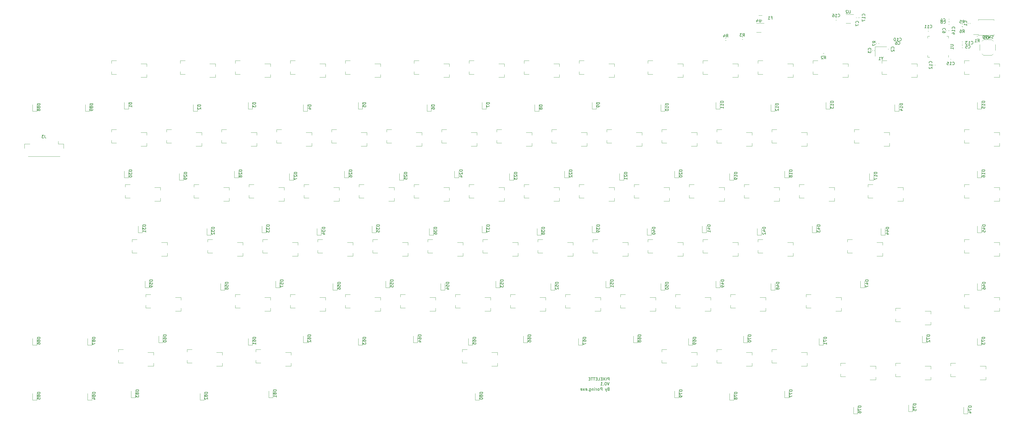
<source format=gbr>
%TF.GenerationSoftware,KiCad,Pcbnew,7.0.7*%
%TF.CreationDate,2023-10-31T22:36:57+07:00*%
%TF.ProjectId,Pixelette,50697865-6c65-4747-9465-2e6b69636164,rev?*%
%TF.SameCoordinates,Original*%
%TF.FileFunction,Legend,Bot*%
%TF.FilePolarity,Positive*%
%FSLAX46Y46*%
G04 Gerber Fmt 4.6, Leading zero omitted, Abs format (unit mm)*
G04 Created by KiCad (PCBNEW 7.0.7) date 2023-10-31 22:36:57*
%MOMM*%
%LPD*%
G01*
G04 APERTURE LIST*
%ADD10C,0.150000*%
%ADD11C,0.120000*%
G04 APERTURE END LIST*
D10*
X214746077Y-128009819D02*
X214412744Y-129009819D01*
X214412744Y-129009819D02*
X214079411Y-128009819D01*
X213555601Y-128009819D02*
X213460363Y-128009819D01*
X213460363Y-128009819D02*
X213365125Y-128057438D01*
X213365125Y-128057438D02*
X213317506Y-128105057D01*
X213317506Y-128105057D02*
X213269887Y-128200295D01*
X213269887Y-128200295D02*
X213222268Y-128390771D01*
X213222268Y-128390771D02*
X213222268Y-128628866D01*
X213222268Y-128628866D02*
X213269887Y-128819342D01*
X213269887Y-128819342D02*
X213317506Y-128914580D01*
X213317506Y-128914580D02*
X213365125Y-128962200D01*
X213365125Y-128962200D02*
X213460363Y-129009819D01*
X213460363Y-129009819D02*
X213555601Y-129009819D01*
X213555601Y-129009819D02*
X213650839Y-128962200D01*
X213650839Y-128962200D02*
X213698458Y-128914580D01*
X213698458Y-128914580D02*
X213746077Y-128819342D01*
X213746077Y-128819342D02*
X213793696Y-128628866D01*
X213793696Y-128628866D02*
X213793696Y-128390771D01*
X213793696Y-128390771D02*
X213746077Y-128200295D01*
X213746077Y-128200295D02*
X213698458Y-128105057D01*
X213698458Y-128105057D02*
X213650839Y-128057438D01*
X213650839Y-128057438D02*
X213555601Y-128009819D01*
X212793696Y-128914580D02*
X212746077Y-128962200D01*
X212746077Y-128962200D02*
X212793696Y-129009819D01*
X212793696Y-129009819D02*
X212841315Y-128962200D01*
X212841315Y-128962200D02*
X212793696Y-128914580D01*
X212793696Y-128914580D02*
X212793696Y-129009819D01*
X211793697Y-129009819D02*
X212365125Y-129009819D01*
X212079411Y-129009819D02*
X212079411Y-128009819D01*
X212079411Y-128009819D02*
X212174649Y-128152676D01*
X212174649Y-128152676D02*
X212269887Y-128247914D01*
X212269887Y-128247914D02*
X212365125Y-128295533D01*
X214449887Y-130326009D02*
X214307030Y-130373628D01*
X214307030Y-130373628D02*
X214259411Y-130421247D01*
X214259411Y-130421247D02*
X214211792Y-130516485D01*
X214211792Y-130516485D02*
X214211792Y-130659342D01*
X214211792Y-130659342D02*
X214259411Y-130754580D01*
X214259411Y-130754580D02*
X214307030Y-130802200D01*
X214307030Y-130802200D02*
X214402268Y-130849819D01*
X214402268Y-130849819D02*
X214783220Y-130849819D01*
X214783220Y-130849819D02*
X214783220Y-129849819D01*
X214783220Y-129849819D02*
X214449887Y-129849819D01*
X214449887Y-129849819D02*
X214354649Y-129897438D01*
X214354649Y-129897438D02*
X214307030Y-129945057D01*
X214307030Y-129945057D02*
X214259411Y-130040295D01*
X214259411Y-130040295D02*
X214259411Y-130135533D01*
X214259411Y-130135533D02*
X214307030Y-130230771D01*
X214307030Y-130230771D02*
X214354649Y-130278390D01*
X214354649Y-130278390D02*
X214449887Y-130326009D01*
X214449887Y-130326009D02*
X214783220Y-130326009D01*
X213878458Y-130183152D02*
X213640363Y-130849819D01*
X213402268Y-130183152D02*
X213640363Y-130849819D01*
X213640363Y-130849819D02*
X213735601Y-131087914D01*
X213735601Y-131087914D02*
X213783220Y-131135533D01*
X213783220Y-131135533D02*
X213878458Y-131183152D01*
X212259410Y-130849819D02*
X212259410Y-129849819D01*
X212259410Y-129849819D02*
X211878458Y-129849819D01*
X211878458Y-129849819D02*
X211783220Y-129897438D01*
X211783220Y-129897438D02*
X211735601Y-129945057D01*
X211735601Y-129945057D02*
X211687982Y-130040295D01*
X211687982Y-130040295D02*
X211687982Y-130183152D01*
X211687982Y-130183152D02*
X211735601Y-130278390D01*
X211735601Y-130278390D02*
X211783220Y-130326009D01*
X211783220Y-130326009D02*
X211878458Y-130373628D01*
X211878458Y-130373628D02*
X212259410Y-130373628D01*
X211116553Y-130849819D02*
X211211791Y-130802200D01*
X211211791Y-130802200D02*
X211259410Y-130754580D01*
X211259410Y-130754580D02*
X211307029Y-130659342D01*
X211307029Y-130659342D02*
X211307029Y-130373628D01*
X211307029Y-130373628D02*
X211259410Y-130278390D01*
X211259410Y-130278390D02*
X211211791Y-130230771D01*
X211211791Y-130230771D02*
X211116553Y-130183152D01*
X211116553Y-130183152D02*
X210973696Y-130183152D01*
X210973696Y-130183152D02*
X210878458Y-130230771D01*
X210878458Y-130230771D02*
X210830839Y-130278390D01*
X210830839Y-130278390D02*
X210783220Y-130373628D01*
X210783220Y-130373628D02*
X210783220Y-130659342D01*
X210783220Y-130659342D02*
X210830839Y-130754580D01*
X210830839Y-130754580D02*
X210878458Y-130802200D01*
X210878458Y-130802200D02*
X210973696Y-130849819D01*
X210973696Y-130849819D02*
X211116553Y-130849819D01*
X210354648Y-130849819D02*
X210354648Y-130183152D01*
X210354648Y-130373628D02*
X210307029Y-130278390D01*
X210307029Y-130278390D02*
X210259410Y-130230771D01*
X210259410Y-130230771D02*
X210164172Y-130183152D01*
X210164172Y-130183152D02*
X210068934Y-130183152D01*
X209735600Y-130849819D02*
X209735600Y-130183152D01*
X209735600Y-129849819D02*
X209783219Y-129897438D01*
X209783219Y-129897438D02*
X209735600Y-129945057D01*
X209735600Y-129945057D02*
X209687981Y-129897438D01*
X209687981Y-129897438D02*
X209735600Y-129849819D01*
X209735600Y-129849819D02*
X209735600Y-129945057D01*
X209259410Y-130183152D02*
X209259410Y-130849819D01*
X209259410Y-130278390D02*
X209211791Y-130230771D01*
X209211791Y-130230771D02*
X209116553Y-130183152D01*
X209116553Y-130183152D02*
X208973696Y-130183152D01*
X208973696Y-130183152D02*
X208878458Y-130230771D01*
X208878458Y-130230771D02*
X208830839Y-130326009D01*
X208830839Y-130326009D02*
X208830839Y-130849819D01*
X207926077Y-130183152D02*
X207926077Y-130992676D01*
X207926077Y-130992676D02*
X207973696Y-131087914D01*
X207973696Y-131087914D02*
X208021315Y-131135533D01*
X208021315Y-131135533D02*
X208116553Y-131183152D01*
X208116553Y-131183152D02*
X208259410Y-131183152D01*
X208259410Y-131183152D02*
X208354648Y-131135533D01*
X207926077Y-130802200D02*
X208021315Y-130849819D01*
X208021315Y-130849819D02*
X208211791Y-130849819D01*
X208211791Y-130849819D02*
X208307029Y-130802200D01*
X208307029Y-130802200D02*
X208354648Y-130754580D01*
X208354648Y-130754580D02*
X208402267Y-130659342D01*
X208402267Y-130659342D02*
X208402267Y-130373628D01*
X208402267Y-130373628D02*
X208354648Y-130278390D01*
X208354648Y-130278390D02*
X208307029Y-130230771D01*
X208307029Y-130230771D02*
X208211791Y-130183152D01*
X208211791Y-130183152D02*
X208021315Y-130183152D01*
X208021315Y-130183152D02*
X207926077Y-130230771D01*
X207449886Y-130754580D02*
X207402267Y-130802200D01*
X207402267Y-130802200D02*
X207449886Y-130849819D01*
X207449886Y-130849819D02*
X207497505Y-130802200D01*
X207497505Y-130802200D02*
X207449886Y-130754580D01*
X207449886Y-130754580D02*
X207449886Y-130849819D01*
X206592744Y-130802200D02*
X206687982Y-130849819D01*
X206687982Y-130849819D02*
X206878458Y-130849819D01*
X206878458Y-130849819D02*
X206973696Y-130802200D01*
X206973696Y-130802200D02*
X207021315Y-130706961D01*
X207021315Y-130706961D02*
X207021315Y-130326009D01*
X207021315Y-130326009D02*
X206973696Y-130230771D01*
X206973696Y-130230771D02*
X206878458Y-130183152D01*
X206878458Y-130183152D02*
X206687982Y-130183152D01*
X206687982Y-130183152D02*
X206592744Y-130230771D01*
X206592744Y-130230771D02*
X206545125Y-130326009D01*
X206545125Y-130326009D02*
X206545125Y-130421247D01*
X206545125Y-130421247D02*
X207021315Y-130516485D01*
X206211791Y-130849819D02*
X205687982Y-130183152D01*
X206211791Y-130183152D02*
X205687982Y-130849819D01*
X204926077Y-130802200D02*
X205021315Y-130849819D01*
X205021315Y-130849819D02*
X205211791Y-130849819D01*
X205211791Y-130849819D02*
X205307029Y-130802200D01*
X205307029Y-130802200D02*
X205354648Y-130706961D01*
X205354648Y-130706961D02*
X205354648Y-130326009D01*
X205354648Y-130326009D02*
X205307029Y-130230771D01*
X205307029Y-130230771D02*
X205211791Y-130183152D01*
X205211791Y-130183152D02*
X205021315Y-130183152D01*
X205021315Y-130183152D02*
X204926077Y-130230771D01*
X204926077Y-130230771D02*
X204878458Y-130326009D01*
X204878458Y-130326009D02*
X204878458Y-130421247D01*
X204878458Y-130421247D02*
X205354648Y-130516485D01*
X214723220Y-127339819D02*
X214723220Y-126339819D01*
X214723220Y-126339819D02*
X214342268Y-126339819D01*
X214342268Y-126339819D02*
X214247030Y-126387438D01*
X214247030Y-126387438D02*
X214199411Y-126435057D01*
X214199411Y-126435057D02*
X214151792Y-126530295D01*
X214151792Y-126530295D02*
X214151792Y-126673152D01*
X214151792Y-126673152D02*
X214199411Y-126768390D01*
X214199411Y-126768390D02*
X214247030Y-126816009D01*
X214247030Y-126816009D02*
X214342268Y-126863628D01*
X214342268Y-126863628D02*
X214723220Y-126863628D01*
X213723220Y-127339819D02*
X213723220Y-126339819D01*
X213342268Y-126339819D02*
X212675602Y-127339819D01*
X212675602Y-126339819D02*
X213342268Y-127339819D01*
X212294649Y-126816009D02*
X211961316Y-126816009D01*
X211818459Y-127339819D02*
X212294649Y-127339819D01*
X212294649Y-127339819D02*
X212294649Y-126339819D01*
X212294649Y-126339819D02*
X211818459Y-126339819D01*
X210913697Y-127339819D02*
X211389887Y-127339819D01*
X211389887Y-127339819D02*
X211389887Y-126339819D01*
X210580363Y-126816009D02*
X210247030Y-126816009D01*
X210104173Y-127339819D02*
X210580363Y-127339819D01*
X210580363Y-127339819D02*
X210580363Y-126339819D01*
X210580363Y-126339819D02*
X210104173Y-126339819D01*
X209818458Y-126339819D02*
X209247030Y-126339819D01*
X209532744Y-127339819D02*
X209532744Y-126339819D01*
X209056553Y-126339819D02*
X208485125Y-126339819D01*
X208770839Y-127339819D02*
X208770839Y-126339819D01*
X208151791Y-126816009D02*
X207818458Y-126816009D01*
X207675601Y-127339819D02*
X208151791Y-127339819D01*
X208151791Y-127339819D02*
X208151791Y-126339819D01*
X208151791Y-126339819D02*
X207675601Y-126339819D01*
X292397319Y-30635714D02*
X291397319Y-30635714D01*
X291397319Y-30635714D02*
X291397319Y-30873809D01*
X291397319Y-30873809D02*
X291444938Y-31016666D01*
X291444938Y-31016666D02*
X291540176Y-31111904D01*
X291540176Y-31111904D02*
X291635414Y-31159523D01*
X291635414Y-31159523D02*
X291825890Y-31207142D01*
X291825890Y-31207142D02*
X291968747Y-31207142D01*
X291968747Y-31207142D02*
X292159223Y-31159523D01*
X292159223Y-31159523D02*
X292254461Y-31111904D01*
X292254461Y-31111904D02*
X292349700Y-31016666D01*
X292349700Y-31016666D02*
X292397319Y-30873809D01*
X292397319Y-30873809D02*
X292397319Y-30635714D01*
X292397319Y-32159523D02*
X292397319Y-31588095D01*
X292397319Y-31873809D02*
X291397319Y-31873809D01*
X291397319Y-31873809D02*
X291540176Y-31778571D01*
X291540176Y-31778571D02*
X291635414Y-31683333D01*
X291635414Y-31683333D02*
X291683033Y-31588095D01*
X291397319Y-32492857D02*
X291397319Y-33111904D01*
X291397319Y-33111904D02*
X291778271Y-32778571D01*
X291778271Y-32778571D02*
X291778271Y-32921428D01*
X291778271Y-32921428D02*
X291825890Y-33016666D01*
X291825890Y-33016666D02*
X291873509Y-33064285D01*
X291873509Y-33064285D02*
X291968747Y-33111904D01*
X291968747Y-33111904D02*
X292206842Y-33111904D01*
X292206842Y-33111904D02*
X292302080Y-33064285D01*
X292302080Y-33064285D02*
X292349700Y-33016666D01*
X292349700Y-33016666D02*
X292397319Y-32921428D01*
X292397319Y-32921428D02*
X292397319Y-32635714D01*
X292397319Y-32635714D02*
X292349700Y-32540476D01*
X292349700Y-32540476D02*
X292302080Y-32492857D01*
X36809819Y-112385714D02*
X35809819Y-112385714D01*
X35809819Y-112385714D02*
X35809819Y-112623809D01*
X35809819Y-112623809D02*
X35857438Y-112766666D01*
X35857438Y-112766666D02*
X35952676Y-112861904D01*
X35952676Y-112861904D02*
X36047914Y-112909523D01*
X36047914Y-112909523D02*
X36238390Y-112957142D01*
X36238390Y-112957142D02*
X36381247Y-112957142D01*
X36381247Y-112957142D02*
X36571723Y-112909523D01*
X36571723Y-112909523D02*
X36666961Y-112861904D01*
X36666961Y-112861904D02*
X36762200Y-112766666D01*
X36762200Y-112766666D02*
X36809819Y-112623809D01*
X36809819Y-112623809D02*
X36809819Y-112385714D01*
X36238390Y-113528571D02*
X36190771Y-113433333D01*
X36190771Y-113433333D02*
X36143152Y-113385714D01*
X36143152Y-113385714D02*
X36047914Y-113338095D01*
X36047914Y-113338095D02*
X36000295Y-113338095D01*
X36000295Y-113338095D02*
X35905057Y-113385714D01*
X35905057Y-113385714D02*
X35857438Y-113433333D01*
X35857438Y-113433333D02*
X35809819Y-113528571D01*
X35809819Y-113528571D02*
X35809819Y-113719047D01*
X35809819Y-113719047D02*
X35857438Y-113814285D01*
X35857438Y-113814285D02*
X35905057Y-113861904D01*
X35905057Y-113861904D02*
X36000295Y-113909523D01*
X36000295Y-113909523D02*
X36047914Y-113909523D01*
X36047914Y-113909523D02*
X36143152Y-113861904D01*
X36143152Y-113861904D02*
X36190771Y-113814285D01*
X36190771Y-113814285D02*
X36238390Y-113719047D01*
X36238390Y-113719047D02*
X36238390Y-113528571D01*
X36238390Y-113528571D02*
X36286009Y-113433333D01*
X36286009Y-113433333D02*
X36333628Y-113385714D01*
X36333628Y-113385714D02*
X36428866Y-113338095D01*
X36428866Y-113338095D02*
X36619342Y-113338095D01*
X36619342Y-113338095D02*
X36714580Y-113385714D01*
X36714580Y-113385714D02*
X36762200Y-113433333D01*
X36762200Y-113433333D02*
X36809819Y-113528571D01*
X36809819Y-113528571D02*
X36809819Y-113719047D01*
X36809819Y-113719047D02*
X36762200Y-113814285D01*
X36762200Y-113814285D02*
X36714580Y-113861904D01*
X36714580Y-113861904D02*
X36619342Y-113909523D01*
X36619342Y-113909523D02*
X36428866Y-113909523D01*
X36428866Y-113909523D02*
X36333628Y-113861904D01*
X36333628Y-113861904D02*
X36286009Y-113814285D01*
X36286009Y-113814285D02*
X36238390Y-113719047D01*
X35809819Y-114242857D02*
X35809819Y-114909523D01*
X35809819Y-114909523D02*
X36809819Y-114480952D01*
X260984166Y-8173569D02*
X261317499Y-7697378D01*
X261555594Y-8173569D02*
X261555594Y-7173569D01*
X261555594Y-7173569D02*
X261174642Y-7173569D01*
X261174642Y-7173569D02*
X261079404Y-7221188D01*
X261079404Y-7221188D02*
X261031785Y-7268807D01*
X261031785Y-7268807D02*
X260984166Y-7364045D01*
X260984166Y-7364045D02*
X260984166Y-7506902D01*
X260984166Y-7506902D02*
X261031785Y-7602140D01*
X261031785Y-7602140D02*
X261079404Y-7649759D01*
X261079404Y-7649759D02*
X261174642Y-7697378D01*
X261174642Y-7697378D02*
X261555594Y-7697378D01*
X260650832Y-7173569D02*
X260031785Y-7173569D01*
X260031785Y-7173569D02*
X260365118Y-7554521D01*
X260365118Y-7554521D02*
X260222261Y-7554521D01*
X260222261Y-7554521D02*
X260127023Y-7602140D01*
X260127023Y-7602140D02*
X260079404Y-7649759D01*
X260079404Y-7649759D02*
X260031785Y-7744997D01*
X260031785Y-7744997D02*
X260031785Y-7983092D01*
X260031785Y-7983092D02*
X260079404Y-8078330D01*
X260079404Y-8078330D02*
X260127023Y-8125950D01*
X260127023Y-8125950D02*
X260222261Y-8173569D01*
X260222261Y-8173569D02*
X260507975Y-8173569D01*
X260507975Y-8173569D02*
X260603213Y-8125950D01*
X260603213Y-8125950D02*
X260650832Y-8078330D01*
X106659819Y-55235714D02*
X105659819Y-55235714D01*
X105659819Y-55235714D02*
X105659819Y-55473809D01*
X105659819Y-55473809D02*
X105707438Y-55616666D01*
X105707438Y-55616666D02*
X105802676Y-55711904D01*
X105802676Y-55711904D02*
X105897914Y-55759523D01*
X105897914Y-55759523D02*
X106088390Y-55807142D01*
X106088390Y-55807142D02*
X106231247Y-55807142D01*
X106231247Y-55807142D02*
X106421723Y-55759523D01*
X106421723Y-55759523D02*
X106516961Y-55711904D01*
X106516961Y-55711904D02*
X106612200Y-55616666D01*
X106612200Y-55616666D02*
X106659819Y-55473809D01*
X106659819Y-55473809D02*
X106659819Y-55235714D01*
X105755057Y-56188095D02*
X105707438Y-56235714D01*
X105707438Y-56235714D02*
X105659819Y-56330952D01*
X105659819Y-56330952D02*
X105659819Y-56569047D01*
X105659819Y-56569047D02*
X105707438Y-56664285D01*
X105707438Y-56664285D02*
X105755057Y-56711904D01*
X105755057Y-56711904D02*
X105850295Y-56759523D01*
X105850295Y-56759523D02*
X105945533Y-56759523D01*
X105945533Y-56759523D02*
X106088390Y-56711904D01*
X106088390Y-56711904D02*
X106659819Y-56140476D01*
X106659819Y-56140476D02*
X106659819Y-56759523D01*
X105659819Y-57092857D02*
X105659819Y-57759523D01*
X105659819Y-57759523D02*
X106659819Y-57330952D01*
X289091666Y-16006069D02*
X289424999Y-15529878D01*
X289663094Y-16006069D02*
X289663094Y-15006069D01*
X289663094Y-15006069D02*
X289282142Y-15006069D01*
X289282142Y-15006069D02*
X289186904Y-15053688D01*
X289186904Y-15053688D02*
X289139285Y-15101307D01*
X289139285Y-15101307D02*
X289091666Y-15196545D01*
X289091666Y-15196545D02*
X289091666Y-15339402D01*
X289091666Y-15339402D02*
X289139285Y-15434640D01*
X289139285Y-15434640D02*
X289186904Y-15482259D01*
X289186904Y-15482259D02*
X289282142Y-15529878D01*
X289282142Y-15529878D02*
X289663094Y-15529878D01*
X288710713Y-15101307D02*
X288663094Y-15053688D01*
X288663094Y-15053688D02*
X288567856Y-15006069D01*
X288567856Y-15006069D02*
X288329761Y-15006069D01*
X288329761Y-15006069D02*
X288234523Y-15053688D01*
X288234523Y-15053688D02*
X288186904Y-15101307D01*
X288186904Y-15101307D02*
X288139285Y-15196545D01*
X288139285Y-15196545D02*
X288139285Y-15291783D01*
X288139285Y-15291783D02*
X288186904Y-15434640D01*
X288186904Y-15434640D02*
X288758332Y-16006069D01*
X288758332Y-16006069D02*
X288139285Y-16006069D01*
X191591069Y-31905655D02*
X190591069Y-31905655D01*
X190591069Y-31905655D02*
X190591069Y-32143750D01*
X190591069Y-32143750D02*
X190638688Y-32286607D01*
X190638688Y-32286607D02*
X190733926Y-32381845D01*
X190733926Y-32381845D02*
X190829164Y-32429464D01*
X190829164Y-32429464D02*
X191019640Y-32477083D01*
X191019640Y-32477083D02*
X191162497Y-32477083D01*
X191162497Y-32477083D02*
X191352973Y-32429464D01*
X191352973Y-32429464D02*
X191448211Y-32381845D01*
X191448211Y-32381845D02*
X191543450Y-32286607D01*
X191543450Y-32286607D02*
X191591069Y-32143750D01*
X191591069Y-32143750D02*
X191591069Y-31905655D01*
X191019640Y-33048512D02*
X190972021Y-32953274D01*
X190972021Y-32953274D02*
X190924402Y-32905655D01*
X190924402Y-32905655D02*
X190829164Y-32858036D01*
X190829164Y-32858036D02*
X190781545Y-32858036D01*
X190781545Y-32858036D02*
X190686307Y-32905655D01*
X190686307Y-32905655D02*
X190638688Y-32953274D01*
X190638688Y-32953274D02*
X190591069Y-33048512D01*
X190591069Y-33048512D02*
X190591069Y-33238988D01*
X190591069Y-33238988D02*
X190638688Y-33334226D01*
X190638688Y-33334226D02*
X190686307Y-33381845D01*
X190686307Y-33381845D02*
X190781545Y-33429464D01*
X190781545Y-33429464D02*
X190829164Y-33429464D01*
X190829164Y-33429464D02*
X190924402Y-33381845D01*
X190924402Y-33381845D02*
X190972021Y-33334226D01*
X190972021Y-33334226D02*
X191019640Y-33238988D01*
X191019640Y-33238988D02*
X191019640Y-33048512D01*
X191019640Y-33048512D02*
X191067259Y-32953274D01*
X191067259Y-32953274D02*
X191114878Y-32905655D01*
X191114878Y-32905655D02*
X191210116Y-32858036D01*
X191210116Y-32858036D02*
X191400592Y-32858036D01*
X191400592Y-32858036D02*
X191495830Y-32905655D01*
X191495830Y-32905655D02*
X191543450Y-32953274D01*
X191543450Y-32953274D02*
X191591069Y-33048512D01*
X191591069Y-33048512D02*
X191591069Y-33238988D01*
X191591069Y-33238988D02*
X191543450Y-33334226D01*
X191543450Y-33334226D02*
X191495830Y-33381845D01*
X191495830Y-33381845D02*
X191400592Y-33429464D01*
X191400592Y-33429464D02*
X191210116Y-33429464D01*
X191210116Y-33429464D02*
X191114878Y-33381845D01*
X191114878Y-33381845D02*
X191067259Y-33334226D01*
X191067259Y-33334226D02*
X191019640Y-33238988D01*
X197147319Y-93335714D02*
X196147319Y-93335714D01*
X196147319Y-93335714D02*
X196147319Y-93573809D01*
X196147319Y-93573809D02*
X196194938Y-93716666D01*
X196194938Y-93716666D02*
X196290176Y-93811904D01*
X196290176Y-93811904D02*
X196385414Y-93859523D01*
X196385414Y-93859523D02*
X196575890Y-93907142D01*
X196575890Y-93907142D02*
X196718747Y-93907142D01*
X196718747Y-93907142D02*
X196909223Y-93859523D01*
X196909223Y-93859523D02*
X197004461Y-93811904D01*
X197004461Y-93811904D02*
X197099700Y-93716666D01*
X197099700Y-93716666D02*
X197147319Y-93573809D01*
X197147319Y-93573809D02*
X197147319Y-93335714D01*
X196147319Y-94811904D02*
X196147319Y-94335714D01*
X196147319Y-94335714D02*
X196623509Y-94288095D01*
X196623509Y-94288095D02*
X196575890Y-94335714D01*
X196575890Y-94335714D02*
X196528271Y-94430952D01*
X196528271Y-94430952D02*
X196528271Y-94669047D01*
X196528271Y-94669047D02*
X196575890Y-94764285D01*
X196575890Y-94764285D02*
X196623509Y-94811904D01*
X196623509Y-94811904D02*
X196718747Y-94859523D01*
X196718747Y-94859523D02*
X196956842Y-94859523D01*
X196956842Y-94859523D02*
X197052080Y-94811904D01*
X197052080Y-94811904D02*
X197099700Y-94764285D01*
X197099700Y-94764285D02*
X197147319Y-94669047D01*
X197147319Y-94669047D02*
X197147319Y-94430952D01*
X197147319Y-94430952D02*
X197099700Y-94335714D01*
X197099700Y-94335714D02*
X197052080Y-94288095D01*
X196242557Y-95240476D02*
X196194938Y-95288095D01*
X196194938Y-95288095D02*
X196147319Y-95383333D01*
X196147319Y-95383333D02*
X196147319Y-95621428D01*
X196147319Y-95621428D02*
X196194938Y-95716666D01*
X196194938Y-95716666D02*
X196242557Y-95764285D01*
X196242557Y-95764285D02*
X196337795Y-95811904D01*
X196337795Y-95811904D02*
X196433033Y-95811904D01*
X196433033Y-95811904D02*
X196575890Y-95764285D01*
X196575890Y-95764285D02*
X197147319Y-95192857D01*
X197147319Y-95192857D02*
X197147319Y-95811904D01*
X155078569Y-74285714D02*
X154078569Y-74285714D01*
X154078569Y-74285714D02*
X154078569Y-74523809D01*
X154078569Y-74523809D02*
X154126188Y-74666666D01*
X154126188Y-74666666D02*
X154221426Y-74761904D01*
X154221426Y-74761904D02*
X154316664Y-74809523D01*
X154316664Y-74809523D02*
X154507140Y-74857142D01*
X154507140Y-74857142D02*
X154649997Y-74857142D01*
X154649997Y-74857142D02*
X154840473Y-74809523D01*
X154840473Y-74809523D02*
X154935711Y-74761904D01*
X154935711Y-74761904D02*
X155030950Y-74666666D01*
X155030950Y-74666666D02*
X155078569Y-74523809D01*
X155078569Y-74523809D02*
X155078569Y-74285714D01*
X154078569Y-75190476D02*
X154078569Y-75809523D01*
X154078569Y-75809523D02*
X154459521Y-75476190D01*
X154459521Y-75476190D02*
X154459521Y-75619047D01*
X154459521Y-75619047D02*
X154507140Y-75714285D01*
X154507140Y-75714285D02*
X154554759Y-75761904D01*
X154554759Y-75761904D02*
X154649997Y-75809523D01*
X154649997Y-75809523D02*
X154888092Y-75809523D01*
X154888092Y-75809523D02*
X154983330Y-75761904D01*
X154983330Y-75761904D02*
X155030950Y-75714285D01*
X155030950Y-75714285D02*
X155078569Y-75619047D01*
X155078569Y-75619047D02*
X155078569Y-75333333D01*
X155078569Y-75333333D02*
X155030950Y-75238095D01*
X155030950Y-75238095D02*
X154983330Y-75190476D01*
X154078569Y-76666666D02*
X154078569Y-76476190D01*
X154078569Y-76476190D02*
X154126188Y-76380952D01*
X154126188Y-76380952D02*
X154173807Y-76333333D01*
X154173807Y-76333333D02*
X154316664Y-76238095D01*
X154316664Y-76238095D02*
X154507140Y-76190476D01*
X154507140Y-76190476D02*
X154888092Y-76190476D01*
X154888092Y-76190476D02*
X154983330Y-76238095D01*
X154983330Y-76238095D02*
X155030950Y-76285714D01*
X155030950Y-76285714D02*
X155078569Y-76380952D01*
X155078569Y-76380952D02*
X155078569Y-76571428D01*
X155078569Y-76571428D02*
X155030950Y-76666666D01*
X155030950Y-76666666D02*
X154983330Y-76714285D01*
X154983330Y-76714285D02*
X154888092Y-76761904D01*
X154888092Y-76761904D02*
X154649997Y-76761904D01*
X154649997Y-76761904D02*
X154554759Y-76714285D01*
X154554759Y-76714285D02*
X154507140Y-76666666D01*
X154507140Y-76666666D02*
X154459521Y-76571428D01*
X154459521Y-76571428D02*
X154459521Y-76380952D01*
X154459521Y-76380952D02*
X154507140Y-76285714D01*
X154507140Y-76285714D02*
X154554759Y-76238095D01*
X154554759Y-76238095D02*
X154649997Y-76190476D01*
X338479580Y-3463333D02*
X338527200Y-3415714D01*
X338527200Y-3415714D02*
X338574819Y-3272857D01*
X338574819Y-3272857D02*
X338574819Y-3177619D01*
X338574819Y-3177619D02*
X338527200Y-3034762D01*
X338527200Y-3034762D02*
X338431961Y-2939524D01*
X338431961Y-2939524D02*
X338336723Y-2891905D01*
X338336723Y-2891905D02*
X338146247Y-2844286D01*
X338146247Y-2844286D02*
X338003390Y-2844286D01*
X338003390Y-2844286D02*
X337812914Y-2891905D01*
X337812914Y-2891905D02*
X337717676Y-2939524D01*
X337717676Y-2939524D02*
X337622438Y-3034762D01*
X337622438Y-3034762D02*
X337574819Y-3177619D01*
X337574819Y-3177619D02*
X337574819Y-3272857D01*
X337574819Y-3272857D02*
X337622438Y-3415714D01*
X337622438Y-3415714D02*
X337670057Y-3463333D01*
X338574819Y-4415714D02*
X338574819Y-3844286D01*
X338574819Y-4130000D02*
X337574819Y-4130000D01*
X337574819Y-4130000D02*
X337717676Y-4034762D01*
X337717676Y-4034762D02*
X337812914Y-3939524D01*
X337812914Y-3939524D02*
X337860533Y-3844286D01*
X201909819Y-54448214D02*
X200909819Y-54448214D01*
X200909819Y-54448214D02*
X200909819Y-54686309D01*
X200909819Y-54686309D02*
X200957438Y-54829166D01*
X200957438Y-54829166D02*
X201052676Y-54924404D01*
X201052676Y-54924404D02*
X201147914Y-54972023D01*
X201147914Y-54972023D02*
X201338390Y-55019642D01*
X201338390Y-55019642D02*
X201481247Y-55019642D01*
X201481247Y-55019642D02*
X201671723Y-54972023D01*
X201671723Y-54972023D02*
X201766961Y-54924404D01*
X201766961Y-54924404D02*
X201862200Y-54829166D01*
X201862200Y-54829166D02*
X201909819Y-54686309D01*
X201909819Y-54686309D02*
X201909819Y-54448214D01*
X201005057Y-55400595D02*
X200957438Y-55448214D01*
X200957438Y-55448214D02*
X200909819Y-55543452D01*
X200909819Y-55543452D02*
X200909819Y-55781547D01*
X200909819Y-55781547D02*
X200957438Y-55876785D01*
X200957438Y-55876785D02*
X201005057Y-55924404D01*
X201005057Y-55924404D02*
X201100295Y-55972023D01*
X201100295Y-55972023D02*
X201195533Y-55972023D01*
X201195533Y-55972023D02*
X201338390Y-55924404D01*
X201338390Y-55924404D02*
X201909819Y-55352976D01*
X201909819Y-55352976D02*
X201909819Y-55972023D01*
X201005057Y-56352976D02*
X200957438Y-56400595D01*
X200957438Y-56400595D02*
X200909819Y-56495833D01*
X200909819Y-56495833D02*
X200909819Y-56733928D01*
X200909819Y-56733928D02*
X200957438Y-56829166D01*
X200957438Y-56829166D02*
X201005057Y-56876785D01*
X201005057Y-56876785D02*
X201100295Y-56924404D01*
X201100295Y-56924404D02*
X201195533Y-56924404D01*
X201195533Y-56924404D02*
X201338390Y-56876785D01*
X201338390Y-56876785D02*
X201909819Y-56305357D01*
X201909819Y-56305357D02*
X201909819Y-56924404D01*
X159254819Y-93335714D02*
X158254819Y-93335714D01*
X158254819Y-93335714D02*
X158254819Y-93573809D01*
X158254819Y-93573809D02*
X158302438Y-93716666D01*
X158302438Y-93716666D02*
X158397676Y-93811904D01*
X158397676Y-93811904D02*
X158492914Y-93859523D01*
X158492914Y-93859523D02*
X158683390Y-93907142D01*
X158683390Y-93907142D02*
X158826247Y-93907142D01*
X158826247Y-93907142D02*
X159016723Y-93859523D01*
X159016723Y-93859523D02*
X159111961Y-93811904D01*
X159111961Y-93811904D02*
X159207200Y-93716666D01*
X159207200Y-93716666D02*
X159254819Y-93573809D01*
X159254819Y-93573809D02*
X159254819Y-93335714D01*
X158254819Y-94811904D02*
X158254819Y-94335714D01*
X158254819Y-94335714D02*
X158731009Y-94288095D01*
X158731009Y-94288095D02*
X158683390Y-94335714D01*
X158683390Y-94335714D02*
X158635771Y-94430952D01*
X158635771Y-94430952D02*
X158635771Y-94669047D01*
X158635771Y-94669047D02*
X158683390Y-94764285D01*
X158683390Y-94764285D02*
X158731009Y-94811904D01*
X158731009Y-94811904D02*
X158826247Y-94859523D01*
X158826247Y-94859523D02*
X159064342Y-94859523D01*
X159064342Y-94859523D02*
X159159580Y-94811904D01*
X159159580Y-94811904D02*
X159207200Y-94764285D01*
X159207200Y-94764285D02*
X159254819Y-94669047D01*
X159254819Y-94669047D02*
X159254819Y-94430952D01*
X159254819Y-94430952D02*
X159207200Y-94335714D01*
X159207200Y-94335714D02*
X159159580Y-94288095D01*
X158588152Y-95716666D02*
X159254819Y-95716666D01*
X158207200Y-95478571D02*
X158921485Y-95240476D01*
X158921485Y-95240476D02*
X158921485Y-95859523D01*
X92372319Y-112385714D02*
X91372319Y-112385714D01*
X91372319Y-112385714D02*
X91372319Y-112623809D01*
X91372319Y-112623809D02*
X91419938Y-112766666D01*
X91419938Y-112766666D02*
X91515176Y-112861904D01*
X91515176Y-112861904D02*
X91610414Y-112909523D01*
X91610414Y-112909523D02*
X91800890Y-112957142D01*
X91800890Y-112957142D02*
X91943747Y-112957142D01*
X91943747Y-112957142D02*
X92134223Y-112909523D01*
X92134223Y-112909523D02*
X92229461Y-112861904D01*
X92229461Y-112861904D02*
X92324700Y-112766666D01*
X92324700Y-112766666D02*
X92372319Y-112623809D01*
X92372319Y-112623809D02*
X92372319Y-112385714D01*
X91372319Y-113814285D02*
X91372319Y-113623809D01*
X91372319Y-113623809D02*
X91419938Y-113528571D01*
X91419938Y-113528571D02*
X91467557Y-113480952D01*
X91467557Y-113480952D02*
X91610414Y-113385714D01*
X91610414Y-113385714D02*
X91800890Y-113338095D01*
X91800890Y-113338095D02*
X92181842Y-113338095D01*
X92181842Y-113338095D02*
X92277080Y-113385714D01*
X92277080Y-113385714D02*
X92324700Y-113433333D01*
X92324700Y-113433333D02*
X92372319Y-113528571D01*
X92372319Y-113528571D02*
X92372319Y-113719047D01*
X92372319Y-113719047D02*
X92324700Y-113814285D01*
X92324700Y-113814285D02*
X92277080Y-113861904D01*
X92277080Y-113861904D02*
X92181842Y-113909523D01*
X92181842Y-113909523D02*
X91943747Y-113909523D01*
X91943747Y-113909523D02*
X91848509Y-113861904D01*
X91848509Y-113861904D02*
X91800890Y-113814285D01*
X91800890Y-113814285D02*
X91753271Y-113719047D01*
X91753271Y-113719047D02*
X91753271Y-113528571D01*
X91753271Y-113528571D02*
X91800890Y-113433333D01*
X91800890Y-113433333D02*
X91848509Y-113385714D01*
X91848509Y-113385714D02*
X91943747Y-113338095D01*
X92372319Y-114861904D02*
X92372319Y-114290476D01*
X92372319Y-114576190D02*
X91372319Y-114576190D01*
X91372319Y-114576190D02*
X91515176Y-114480952D01*
X91515176Y-114480952D02*
X91610414Y-114385714D01*
X91610414Y-114385714D02*
X91658033Y-114290476D01*
X17759819Y-31423214D02*
X16759819Y-31423214D01*
X16759819Y-31423214D02*
X16759819Y-31661309D01*
X16759819Y-31661309D02*
X16807438Y-31804166D01*
X16807438Y-31804166D02*
X16902676Y-31899404D01*
X16902676Y-31899404D02*
X16997914Y-31947023D01*
X16997914Y-31947023D02*
X17188390Y-31994642D01*
X17188390Y-31994642D02*
X17331247Y-31994642D01*
X17331247Y-31994642D02*
X17521723Y-31947023D01*
X17521723Y-31947023D02*
X17616961Y-31899404D01*
X17616961Y-31899404D02*
X17712200Y-31804166D01*
X17712200Y-31804166D02*
X17759819Y-31661309D01*
X17759819Y-31661309D02*
X17759819Y-31423214D01*
X17188390Y-32566071D02*
X17140771Y-32470833D01*
X17140771Y-32470833D02*
X17093152Y-32423214D01*
X17093152Y-32423214D02*
X16997914Y-32375595D01*
X16997914Y-32375595D02*
X16950295Y-32375595D01*
X16950295Y-32375595D02*
X16855057Y-32423214D01*
X16855057Y-32423214D02*
X16807438Y-32470833D01*
X16807438Y-32470833D02*
X16759819Y-32566071D01*
X16759819Y-32566071D02*
X16759819Y-32756547D01*
X16759819Y-32756547D02*
X16807438Y-32851785D01*
X16807438Y-32851785D02*
X16855057Y-32899404D01*
X16855057Y-32899404D02*
X16950295Y-32947023D01*
X16950295Y-32947023D02*
X16997914Y-32947023D01*
X16997914Y-32947023D02*
X17093152Y-32899404D01*
X17093152Y-32899404D02*
X17140771Y-32851785D01*
X17140771Y-32851785D02*
X17188390Y-32756547D01*
X17188390Y-32756547D02*
X17188390Y-32566071D01*
X17188390Y-32566071D02*
X17236009Y-32470833D01*
X17236009Y-32470833D02*
X17283628Y-32423214D01*
X17283628Y-32423214D02*
X17378866Y-32375595D01*
X17378866Y-32375595D02*
X17569342Y-32375595D01*
X17569342Y-32375595D02*
X17664580Y-32423214D01*
X17664580Y-32423214D02*
X17712200Y-32470833D01*
X17712200Y-32470833D02*
X17759819Y-32566071D01*
X17759819Y-32566071D02*
X17759819Y-32756547D01*
X17759819Y-32756547D02*
X17712200Y-32851785D01*
X17712200Y-32851785D02*
X17664580Y-32899404D01*
X17664580Y-32899404D02*
X17569342Y-32947023D01*
X17569342Y-32947023D02*
X17378866Y-32947023D01*
X17378866Y-32947023D02*
X17283628Y-32899404D01*
X17283628Y-32899404D02*
X17236009Y-32851785D01*
X17236009Y-32851785D02*
X17188390Y-32756547D01*
X17188390Y-33518452D02*
X17140771Y-33423214D01*
X17140771Y-33423214D02*
X17093152Y-33375595D01*
X17093152Y-33375595D02*
X16997914Y-33327976D01*
X16997914Y-33327976D02*
X16950295Y-33327976D01*
X16950295Y-33327976D02*
X16855057Y-33375595D01*
X16855057Y-33375595D02*
X16807438Y-33423214D01*
X16807438Y-33423214D02*
X16759819Y-33518452D01*
X16759819Y-33518452D02*
X16759819Y-33708928D01*
X16759819Y-33708928D02*
X16807438Y-33804166D01*
X16807438Y-33804166D02*
X16855057Y-33851785D01*
X16855057Y-33851785D02*
X16950295Y-33899404D01*
X16950295Y-33899404D02*
X16997914Y-33899404D01*
X16997914Y-33899404D02*
X17093152Y-33851785D01*
X17093152Y-33851785D02*
X17140771Y-33804166D01*
X17140771Y-33804166D02*
X17188390Y-33708928D01*
X17188390Y-33708928D02*
X17188390Y-33518452D01*
X17188390Y-33518452D02*
X17236009Y-33423214D01*
X17236009Y-33423214D02*
X17283628Y-33375595D01*
X17283628Y-33375595D02*
X17378866Y-33327976D01*
X17378866Y-33327976D02*
X17569342Y-33327976D01*
X17569342Y-33327976D02*
X17664580Y-33375595D01*
X17664580Y-33375595D02*
X17712200Y-33423214D01*
X17712200Y-33423214D02*
X17759819Y-33518452D01*
X17759819Y-33518452D02*
X17759819Y-33708928D01*
X17759819Y-33708928D02*
X17712200Y-33804166D01*
X17712200Y-33804166D02*
X17664580Y-33851785D01*
X17664580Y-33851785D02*
X17569342Y-33899404D01*
X17569342Y-33899404D02*
X17378866Y-33899404D01*
X17378866Y-33899404D02*
X17283628Y-33851785D01*
X17283628Y-33851785D02*
X17236009Y-33804166D01*
X17236009Y-33804166D02*
X17188390Y-33708928D01*
X287754819Y-73498214D02*
X286754819Y-73498214D01*
X286754819Y-73498214D02*
X286754819Y-73736309D01*
X286754819Y-73736309D02*
X286802438Y-73879166D01*
X286802438Y-73879166D02*
X286897676Y-73974404D01*
X286897676Y-73974404D02*
X286992914Y-74022023D01*
X286992914Y-74022023D02*
X287183390Y-74069642D01*
X287183390Y-74069642D02*
X287326247Y-74069642D01*
X287326247Y-74069642D02*
X287516723Y-74022023D01*
X287516723Y-74022023D02*
X287611961Y-73974404D01*
X287611961Y-73974404D02*
X287707200Y-73879166D01*
X287707200Y-73879166D02*
X287754819Y-73736309D01*
X287754819Y-73736309D02*
X287754819Y-73498214D01*
X287088152Y-74926785D02*
X287754819Y-74926785D01*
X286707200Y-74688690D02*
X287421485Y-74450595D01*
X287421485Y-74450595D02*
X287421485Y-75069642D01*
X286754819Y-75355357D02*
X286754819Y-75974404D01*
X286754819Y-75974404D02*
X287135771Y-75641071D01*
X287135771Y-75641071D02*
X287135771Y-75783928D01*
X287135771Y-75783928D02*
X287183390Y-75879166D01*
X287183390Y-75879166D02*
X287231009Y-75926785D01*
X287231009Y-75926785D02*
X287326247Y-75974404D01*
X287326247Y-75974404D02*
X287564342Y-75974404D01*
X287564342Y-75974404D02*
X287659580Y-75926785D01*
X287659580Y-75926785D02*
X287707200Y-75879166D01*
X287707200Y-75879166D02*
X287754819Y-75783928D01*
X287754819Y-75783928D02*
X287754819Y-75498214D01*
X287754819Y-75498214D02*
X287707200Y-75402976D01*
X287707200Y-75402976D02*
X287659580Y-75355357D01*
X315242857Y-9622080D02*
X315290476Y-9669700D01*
X315290476Y-9669700D02*
X315433333Y-9717319D01*
X315433333Y-9717319D02*
X315528571Y-9717319D01*
X315528571Y-9717319D02*
X315671428Y-9669700D01*
X315671428Y-9669700D02*
X315766666Y-9574461D01*
X315766666Y-9574461D02*
X315814285Y-9479223D01*
X315814285Y-9479223D02*
X315861904Y-9288747D01*
X315861904Y-9288747D02*
X315861904Y-9145890D01*
X315861904Y-9145890D02*
X315814285Y-8955414D01*
X315814285Y-8955414D02*
X315766666Y-8860176D01*
X315766666Y-8860176D02*
X315671428Y-8764938D01*
X315671428Y-8764938D02*
X315528571Y-8717319D01*
X315528571Y-8717319D02*
X315433333Y-8717319D01*
X315433333Y-8717319D02*
X315290476Y-8764938D01*
X315290476Y-8764938D02*
X315242857Y-8812557D01*
X314290476Y-9717319D02*
X314861904Y-9717319D01*
X314576190Y-9717319D02*
X314576190Y-8717319D01*
X314576190Y-8717319D02*
X314671428Y-8860176D01*
X314671428Y-8860176D02*
X314766666Y-8955414D01*
X314766666Y-8955414D02*
X314861904Y-9003033D01*
X313671428Y-8717319D02*
X313576190Y-8717319D01*
X313576190Y-8717319D02*
X313480952Y-8764938D01*
X313480952Y-8764938D02*
X313433333Y-8812557D01*
X313433333Y-8812557D02*
X313385714Y-8907795D01*
X313385714Y-8907795D02*
X313338095Y-9098271D01*
X313338095Y-9098271D02*
X313338095Y-9336366D01*
X313338095Y-9336366D02*
X313385714Y-9526842D01*
X313385714Y-9526842D02*
X313433333Y-9622080D01*
X313433333Y-9622080D02*
X313480952Y-9669700D01*
X313480952Y-9669700D02*
X313576190Y-9717319D01*
X313576190Y-9717319D02*
X313671428Y-9717319D01*
X313671428Y-9717319D02*
X313766666Y-9669700D01*
X313766666Y-9669700D02*
X313814285Y-9622080D01*
X313814285Y-9622080D02*
X313861904Y-9526842D01*
X313861904Y-9526842D02*
X313909523Y-9336366D01*
X313909523Y-9336366D02*
X313909523Y-9098271D01*
X313909523Y-9098271D02*
X313861904Y-8907795D01*
X313861904Y-8907795D02*
X313814285Y-8812557D01*
X313814285Y-8812557D02*
X313766666Y-8764938D01*
X313766666Y-8764938D02*
X313671428Y-8717319D01*
X334329580Y-5494642D02*
X334377200Y-5447023D01*
X334377200Y-5447023D02*
X334424819Y-5304166D01*
X334424819Y-5304166D02*
X334424819Y-5208928D01*
X334424819Y-5208928D02*
X334377200Y-5066071D01*
X334377200Y-5066071D02*
X334281961Y-4970833D01*
X334281961Y-4970833D02*
X334186723Y-4923214D01*
X334186723Y-4923214D02*
X333996247Y-4875595D01*
X333996247Y-4875595D02*
X333853390Y-4875595D01*
X333853390Y-4875595D02*
X333662914Y-4923214D01*
X333662914Y-4923214D02*
X333567676Y-4970833D01*
X333567676Y-4970833D02*
X333472438Y-5066071D01*
X333472438Y-5066071D02*
X333424819Y-5208928D01*
X333424819Y-5208928D02*
X333424819Y-5304166D01*
X333424819Y-5304166D02*
X333472438Y-5447023D01*
X333472438Y-5447023D02*
X333520057Y-5494642D01*
X334424819Y-6447023D02*
X334424819Y-5875595D01*
X334424819Y-6161309D02*
X333424819Y-6161309D01*
X333424819Y-6161309D02*
X333567676Y-6066071D01*
X333567676Y-6066071D02*
X333662914Y-5970833D01*
X333662914Y-5970833D02*
X333710533Y-5875595D01*
X333758152Y-7304166D02*
X334424819Y-7304166D01*
X333377200Y-7066071D02*
X334091485Y-6827976D01*
X334091485Y-6827976D02*
X334091485Y-7447023D01*
X235247319Y-93335714D02*
X234247319Y-93335714D01*
X234247319Y-93335714D02*
X234247319Y-93573809D01*
X234247319Y-93573809D02*
X234294938Y-93716666D01*
X234294938Y-93716666D02*
X234390176Y-93811904D01*
X234390176Y-93811904D02*
X234485414Y-93859523D01*
X234485414Y-93859523D02*
X234675890Y-93907142D01*
X234675890Y-93907142D02*
X234818747Y-93907142D01*
X234818747Y-93907142D02*
X235009223Y-93859523D01*
X235009223Y-93859523D02*
X235104461Y-93811904D01*
X235104461Y-93811904D02*
X235199700Y-93716666D01*
X235199700Y-93716666D02*
X235247319Y-93573809D01*
X235247319Y-93573809D02*
X235247319Y-93335714D01*
X234247319Y-94811904D02*
X234247319Y-94335714D01*
X234247319Y-94335714D02*
X234723509Y-94288095D01*
X234723509Y-94288095D02*
X234675890Y-94335714D01*
X234675890Y-94335714D02*
X234628271Y-94430952D01*
X234628271Y-94430952D02*
X234628271Y-94669047D01*
X234628271Y-94669047D02*
X234675890Y-94764285D01*
X234675890Y-94764285D02*
X234723509Y-94811904D01*
X234723509Y-94811904D02*
X234818747Y-94859523D01*
X234818747Y-94859523D02*
X235056842Y-94859523D01*
X235056842Y-94859523D02*
X235152080Y-94811904D01*
X235152080Y-94811904D02*
X235199700Y-94764285D01*
X235199700Y-94764285D02*
X235247319Y-94669047D01*
X235247319Y-94669047D02*
X235247319Y-94430952D01*
X235247319Y-94430952D02*
X235199700Y-94335714D01*
X235199700Y-94335714D02*
X235152080Y-94288095D01*
X234247319Y-95478571D02*
X234247319Y-95573809D01*
X234247319Y-95573809D02*
X234294938Y-95669047D01*
X234294938Y-95669047D02*
X234342557Y-95716666D01*
X234342557Y-95716666D02*
X234437795Y-95764285D01*
X234437795Y-95764285D02*
X234628271Y-95811904D01*
X234628271Y-95811904D02*
X234866366Y-95811904D01*
X234866366Y-95811904D02*
X235056842Y-95764285D01*
X235056842Y-95764285D02*
X235152080Y-95716666D01*
X235152080Y-95716666D02*
X235199700Y-95669047D01*
X235199700Y-95669047D02*
X235247319Y-95573809D01*
X235247319Y-95573809D02*
X235247319Y-95478571D01*
X235247319Y-95478571D02*
X235199700Y-95383333D01*
X235199700Y-95383333D02*
X235152080Y-95335714D01*
X235152080Y-95335714D02*
X235056842Y-95288095D01*
X235056842Y-95288095D02*
X234866366Y-95240476D01*
X234866366Y-95240476D02*
X234628271Y-95240476D01*
X234628271Y-95240476D02*
X234437795Y-95288095D01*
X234437795Y-95288095D02*
X234342557Y-95335714D01*
X234342557Y-95335714D02*
X234294938Y-95383333D01*
X234294938Y-95383333D02*
X234247319Y-95478571D01*
X178097319Y-92548214D02*
X177097319Y-92548214D01*
X177097319Y-92548214D02*
X177097319Y-92786309D01*
X177097319Y-92786309D02*
X177144938Y-92929166D01*
X177144938Y-92929166D02*
X177240176Y-93024404D01*
X177240176Y-93024404D02*
X177335414Y-93072023D01*
X177335414Y-93072023D02*
X177525890Y-93119642D01*
X177525890Y-93119642D02*
X177668747Y-93119642D01*
X177668747Y-93119642D02*
X177859223Y-93072023D01*
X177859223Y-93072023D02*
X177954461Y-93024404D01*
X177954461Y-93024404D02*
X178049700Y-92929166D01*
X178049700Y-92929166D02*
X178097319Y-92786309D01*
X178097319Y-92786309D02*
X178097319Y-92548214D01*
X177097319Y-94024404D02*
X177097319Y-93548214D01*
X177097319Y-93548214D02*
X177573509Y-93500595D01*
X177573509Y-93500595D02*
X177525890Y-93548214D01*
X177525890Y-93548214D02*
X177478271Y-93643452D01*
X177478271Y-93643452D02*
X177478271Y-93881547D01*
X177478271Y-93881547D02*
X177525890Y-93976785D01*
X177525890Y-93976785D02*
X177573509Y-94024404D01*
X177573509Y-94024404D02*
X177668747Y-94072023D01*
X177668747Y-94072023D02*
X177906842Y-94072023D01*
X177906842Y-94072023D02*
X178002080Y-94024404D01*
X178002080Y-94024404D02*
X178049700Y-93976785D01*
X178049700Y-93976785D02*
X178097319Y-93881547D01*
X178097319Y-93881547D02*
X178097319Y-93643452D01*
X178097319Y-93643452D02*
X178049700Y-93548214D01*
X178049700Y-93548214D02*
X178002080Y-93500595D01*
X177097319Y-94405357D02*
X177097319Y-95024404D01*
X177097319Y-95024404D02*
X177478271Y-94691071D01*
X177478271Y-94691071D02*
X177478271Y-94833928D01*
X177478271Y-94833928D02*
X177525890Y-94929166D01*
X177525890Y-94929166D02*
X177573509Y-94976785D01*
X177573509Y-94976785D02*
X177668747Y-95024404D01*
X177668747Y-95024404D02*
X177906842Y-95024404D01*
X177906842Y-95024404D02*
X178002080Y-94976785D01*
X178002080Y-94976785D02*
X178049700Y-94929166D01*
X178049700Y-94929166D02*
X178097319Y-94833928D01*
X178097319Y-94833928D02*
X178097319Y-94548214D01*
X178097319Y-94548214D02*
X178049700Y-94452976D01*
X178049700Y-94452976D02*
X178002080Y-94405357D01*
X320972319Y-135404464D02*
X319972319Y-135404464D01*
X319972319Y-135404464D02*
X319972319Y-135642559D01*
X319972319Y-135642559D02*
X320019938Y-135785416D01*
X320019938Y-135785416D02*
X320115176Y-135880654D01*
X320115176Y-135880654D02*
X320210414Y-135928273D01*
X320210414Y-135928273D02*
X320400890Y-135975892D01*
X320400890Y-135975892D02*
X320543747Y-135975892D01*
X320543747Y-135975892D02*
X320734223Y-135928273D01*
X320734223Y-135928273D02*
X320829461Y-135880654D01*
X320829461Y-135880654D02*
X320924700Y-135785416D01*
X320924700Y-135785416D02*
X320972319Y-135642559D01*
X320972319Y-135642559D02*
X320972319Y-135404464D01*
X319972319Y-136309226D02*
X319972319Y-136975892D01*
X319972319Y-136975892D02*
X320972319Y-136547321D01*
X319972319Y-137833035D02*
X319972319Y-137356845D01*
X319972319Y-137356845D02*
X320448509Y-137309226D01*
X320448509Y-137309226D02*
X320400890Y-137356845D01*
X320400890Y-137356845D02*
X320353271Y-137452083D01*
X320353271Y-137452083D02*
X320353271Y-137690178D01*
X320353271Y-137690178D02*
X320400890Y-137785416D01*
X320400890Y-137785416D02*
X320448509Y-137833035D01*
X320448509Y-137833035D02*
X320543747Y-137880654D01*
X320543747Y-137880654D02*
X320781842Y-137880654D01*
X320781842Y-137880654D02*
X320877080Y-137833035D01*
X320877080Y-137833035D02*
X320924700Y-137785416D01*
X320924700Y-137785416D02*
X320972319Y-137690178D01*
X320972319Y-137690178D02*
X320972319Y-137452083D01*
X320972319Y-137452083D02*
X320924700Y-137356845D01*
X320924700Y-137356845D02*
X320877080Y-137309226D01*
X254454819Y-92548214D02*
X253454819Y-92548214D01*
X253454819Y-92548214D02*
X253454819Y-92786309D01*
X253454819Y-92786309D02*
X253502438Y-92929166D01*
X253502438Y-92929166D02*
X253597676Y-93024404D01*
X253597676Y-93024404D02*
X253692914Y-93072023D01*
X253692914Y-93072023D02*
X253883390Y-93119642D01*
X253883390Y-93119642D02*
X254026247Y-93119642D01*
X254026247Y-93119642D02*
X254216723Y-93072023D01*
X254216723Y-93072023D02*
X254311961Y-93024404D01*
X254311961Y-93024404D02*
X254407200Y-92929166D01*
X254407200Y-92929166D02*
X254454819Y-92786309D01*
X254454819Y-92786309D02*
X254454819Y-92548214D01*
X253788152Y-93976785D02*
X254454819Y-93976785D01*
X253407200Y-93738690D02*
X254121485Y-93500595D01*
X254121485Y-93500595D02*
X254121485Y-94119642D01*
X254454819Y-94548214D02*
X254454819Y-94738690D01*
X254454819Y-94738690D02*
X254407200Y-94833928D01*
X254407200Y-94833928D02*
X254359580Y-94881547D01*
X254359580Y-94881547D02*
X254216723Y-94976785D01*
X254216723Y-94976785D02*
X254026247Y-95024404D01*
X254026247Y-95024404D02*
X253645295Y-95024404D01*
X253645295Y-95024404D02*
X253550057Y-94976785D01*
X253550057Y-94976785D02*
X253502438Y-94929166D01*
X253502438Y-94929166D02*
X253454819Y-94833928D01*
X253454819Y-94833928D02*
X253454819Y-94643452D01*
X253454819Y-94643452D02*
X253502438Y-94548214D01*
X253502438Y-94548214D02*
X253550057Y-94500595D01*
X253550057Y-94500595D02*
X253645295Y-94452976D01*
X253645295Y-94452976D02*
X253883390Y-94452976D01*
X253883390Y-94452976D02*
X253978628Y-94500595D01*
X253978628Y-94500595D02*
X254026247Y-94548214D01*
X254026247Y-94548214D02*
X254073866Y-94643452D01*
X254073866Y-94643452D02*
X254073866Y-94833928D01*
X254073866Y-94833928D02*
X254026247Y-94929166D01*
X254026247Y-94929166D02*
X253978628Y-94976785D01*
X253978628Y-94976785D02*
X253883390Y-95024404D01*
X293945357Y-1309580D02*
X293992976Y-1357200D01*
X293992976Y-1357200D02*
X294135833Y-1404819D01*
X294135833Y-1404819D02*
X294231071Y-1404819D01*
X294231071Y-1404819D02*
X294373928Y-1357200D01*
X294373928Y-1357200D02*
X294469166Y-1261961D01*
X294469166Y-1261961D02*
X294516785Y-1166723D01*
X294516785Y-1166723D02*
X294564404Y-976247D01*
X294564404Y-976247D02*
X294564404Y-833390D01*
X294564404Y-833390D02*
X294516785Y-642914D01*
X294516785Y-642914D02*
X294469166Y-547676D01*
X294469166Y-547676D02*
X294373928Y-452438D01*
X294373928Y-452438D02*
X294231071Y-404819D01*
X294231071Y-404819D02*
X294135833Y-404819D01*
X294135833Y-404819D02*
X293992976Y-452438D01*
X293992976Y-452438D02*
X293945357Y-500057D01*
X292992976Y-1404819D02*
X293564404Y-1404819D01*
X293278690Y-1404819D02*
X293278690Y-404819D01*
X293278690Y-404819D02*
X293373928Y-547676D01*
X293373928Y-547676D02*
X293469166Y-642914D01*
X293469166Y-642914D02*
X293564404Y-690533D01*
X292135833Y-404819D02*
X292326309Y-404819D01*
X292326309Y-404819D02*
X292421547Y-452438D01*
X292421547Y-452438D02*
X292469166Y-500057D01*
X292469166Y-500057D02*
X292564404Y-642914D01*
X292564404Y-642914D02*
X292612023Y-833390D01*
X292612023Y-833390D02*
X292612023Y-1214342D01*
X292612023Y-1214342D02*
X292564404Y-1309580D01*
X292564404Y-1309580D02*
X292516785Y-1357200D01*
X292516785Y-1357200D02*
X292421547Y-1404819D01*
X292421547Y-1404819D02*
X292231071Y-1404819D01*
X292231071Y-1404819D02*
X292135833Y-1357200D01*
X292135833Y-1357200D02*
X292088214Y-1309580D01*
X292088214Y-1309580D02*
X292040595Y-1214342D01*
X292040595Y-1214342D02*
X292040595Y-976247D01*
X292040595Y-976247D02*
X292088214Y-881009D01*
X292088214Y-881009D02*
X292135833Y-833390D01*
X292135833Y-833390D02*
X292231071Y-785771D01*
X292231071Y-785771D02*
X292421547Y-785771D01*
X292421547Y-785771D02*
X292516785Y-833390D01*
X292516785Y-833390D02*
X292564404Y-881009D01*
X292564404Y-881009D02*
X292612023Y-976247D01*
X130472319Y-112385714D02*
X129472319Y-112385714D01*
X129472319Y-112385714D02*
X129472319Y-112623809D01*
X129472319Y-112623809D02*
X129519938Y-112766666D01*
X129519938Y-112766666D02*
X129615176Y-112861904D01*
X129615176Y-112861904D02*
X129710414Y-112909523D01*
X129710414Y-112909523D02*
X129900890Y-112957142D01*
X129900890Y-112957142D02*
X130043747Y-112957142D01*
X130043747Y-112957142D02*
X130234223Y-112909523D01*
X130234223Y-112909523D02*
X130329461Y-112861904D01*
X130329461Y-112861904D02*
X130424700Y-112766666D01*
X130424700Y-112766666D02*
X130472319Y-112623809D01*
X130472319Y-112623809D02*
X130472319Y-112385714D01*
X129472319Y-113814285D02*
X129472319Y-113623809D01*
X129472319Y-113623809D02*
X129519938Y-113528571D01*
X129519938Y-113528571D02*
X129567557Y-113480952D01*
X129567557Y-113480952D02*
X129710414Y-113385714D01*
X129710414Y-113385714D02*
X129900890Y-113338095D01*
X129900890Y-113338095D02*
X130281842Y-113338095D01*
X130281842Y-113338095D02*
X130377080Y-113385714D01*
X130377080Y-113385714D02*
X130424700Y-113433333D01*
X130424700Y-113433333D02*
X130472319Y-113528571D01*
X130472319Y-113528571D02*
X130472319Y-113719047D01*
X130472319Y-113719047D02*
X130424700Y-113814285D01*
X130424700Y-113814285D02*
X130377080Y-113861904D01*
X130377080Y-113861904D02*
X130281842Y-113909523D01*
X130281842Y-113909523D02*
X130043747Y-113909523D01*
X130043747Y-113909523D02*
X129948509Y-113861904D01*
X129948509Y-113861904D02*
X129900890Y-113814285D01*
X129900890Y-113814285D02*
X129853271Y-113719047D01*
X129853271Y-113719047D02*
X129853271Y-113528571D01*
X129853271Y-113528571D02*
X129900890Y-113433333D01*
X129900890Y-113433333D02*
X129948509Y-113385714D01*
X129948509Y-113385714D02*
X130043747Y-113338095D01*
X129472319Y-114242857D02*
X129472319Y-114861904D01*
X129472319Y-114861904D02*
X129853271Y-114528571D01*
X129853271Y-114528571D02*
X129853271Y-114671428D01*
X129853271Y-114671428D02*
X129900890Y-114766666D01*
X129900890Y-114766666D02*
X129948509Y-114814285D01*
X129948509Y-114814285D02*
X130043747Y-114861904D01*
X130043747Y-114861904D02*
X130281842Y-114861904D01*
X130281842Y-114861904D02*
X130377080Y-114814285D01*
X130377080Y-114814285D02*
X130424700Y-114766666D01*
X130424700Y-114766666D02*
X130472319Y-114671428D01*
X130472319Y-114671428D02*
X130472319Y-114385714D01*
X130472319Y-114385714D02*
X130424700Y-114290476D01*
X130424700Y-114290476D02*
X130377080Y-114242857D01*
X263822319Y-111591964D02*
X262822319Y-111591964D01*
X262822319Y-111591964D02*
X262822319Y-111830059D01*
X262822319Y-111830059D02*
X262869938Y-111972916D01*
X262869938Y-111972916D02*
X262965176Y-112068154D01*
X262965176Y-112068154D02*
X263060414Y-112115773D01*
X263060414Y-112115773D02*
X263250890Y-112163392D01*
X263250890Y-112163392D02*
X263393747Y-112163392D01*
X263393747Y-112163392D02*
X263584223Y-112115773D01*
X263584223Y-112115773D02*
X263679461Y-112068154D01*
X263679461Y-112068154D02*
X263774700Y-111972916D01*
X263774700Y-111972916D02*
X263822319Y-111830059D01*
X263822319Y-111830059D02*
X263822319Y-111591964D01*
X262822319Y-112496726D02*
X262822319Y-113163392D01*
X262822319Y-113163392D02*
X263822319Y-112734821D01*
X262822319Y-113734821D02*
X262822319Y-113830059D01*
X262822319Y-113830059D02*
X262869938Y-113925297D01*
X262869938Y-113925297D02*
X262917557Y-113972916D01*
X262917557Y-113972916D02*
X263012795Y-114020535D01*
X263012795Y-114020535D02*
X263203271Y-114068154D01*
X263203271Y-114068154D02*
X263441366Y-114068154D01*
X263441366Y-114068154D02*
X263631842Y-114020535D01*
X263631842Y-114020535D02*
X263727080Y-113972916D01*
X263727080Y-113972916D02*
X263774700Y-113925297D01*
X263774700Y-113925297D02*
X263822319Y-113830059D01*
X263822319Y-113830059D02*
X263822319Y-113734821D01*
X263822319Y-113734821D02*
X263774700Y-113639583D01*
X263774700Y-113639583D02*
X263727080Y-113591964D01*
X263727080Y-113591964D02*
X263631842Y-113544345D01*
X263631842Y-113544345D02*
X263441366Y-113496726D01*
X263441366Y-113496726D02*
X263203271Y-113496726D01*
X263203271Y-113496726D02*
X263012795Y-113544345D01*
X263012795Y-113544345D02*
X262917557Y-113591964D01*
X262917557Y-113591964D02*
X262869938Y-113639583D01*
X262869938Y-113639583D02*
X262822319Y-113734821D01*
X19383333Y-42379819D02*
X19383333Y-43094104D01*
X19383333Y-43094104D02*
X19430952Y-43236961D01*
X19430952Y-43236961D02*
X19526190Y-43332200D01*
X19526190Y-43332200D02*
X19669047Y-43379819D01*
X19669047Y-43379819D02*
X19764285Y-43379819D01*
X19002380Y-42379819D02*
X18383333Y-42379819D01*
X18383333Y-42379819D02*
X18716666Y-42760771D01*
X18716666Y-42760771D02*
X18573809Y-42760771D01*
X18573809Y-42760771D02*
X18478571Y-42808390D01*
X18478571Y-42808390D02*
X18430952Y-42856009D01*
X18430952Y-42856009D02*
X18383333Y-42951247D01*
X18383333Y-42951247D02*
X18383333Y-43189342D01*
X18383333Y-43189342D02*
X18430952Y-43284580D01*
X18430952Y-43284580D02*
X18478571Y-43332200D01*
X18478571Y-43332200D02*
X18573809Y-43379819D01*
X18573809Y-43379819D02*
X18859523Y-43379819D01*
X18859523Y-43379819D02*
X18954761Y-43332200D01*
X18954761Y-43332200D02*
X19002380Y-43284580D01*
X268854819Y-74285714D02*
X267854819Y-74285714D01*
X267854819Y-74285714D02*
X267854819Y-74523809D01*
X267854819Y-74523809D02*
X267902438Y-74666666D01*
X267902438Y-74666666D02*
X267997676Y-74761904D01*
X267997676Y-74761904D02*
X268092914Y-74809523D01*
X268092914Y-74809523D02*
X268283390Y-74857142D01*
X268283390Y-74857142D02*
X268426247Y-74857142D01*
X268426247Y-74857142D02*
X268616723Y-74809523D01*
X268616723Y-74809523D02*
X268711961Y-74761904D01*
X268711961Y-74761904D02*
X268807200Y-74666666D01*
X268807200Y-74666666D02*
X268854819Y-74523809D01*
X268854819Y-74523809D02*
X268854819Y-74285714D01*
X268188152Y-75714285D02*
X268854819Y-75714285D01*
X267807200Y-75476190D02*
X268521485Y-75238095D01*
X268521485Y-75238095D02*
X268521485Y-75857142D01*
X267950057Y-76190476D02*
X267902438Y-76238095D01*
X267902438Y-76238095D02*
X267854819Y-76333333D01*
X267854819Y-76333333D02*
X267854819Y-76571428D01*
X267854819Y-76571428D02*
X267902438Y-76666666D01*
X267902438Y-76666666D02*
X267950057Y-76714285D01*
X267950057Y-76714285D02*
X268045295Y-76761904D01*
X268045295Y-76761904D02*
X268140533Y-76761904D01*
X268140533Y-76761904D02*
X268283390Y-76714285D01*
X268283390Y-76714285D02*
X268854819Y-76142857D01*
X268854819Y-76142857D02*
X268854819Y-76761904D01*
X340042857Y-10759580D02*
X340090476Y-10807200D01*
X340090476Y-10807200D02*
X340233333Y-10854819D01*
X340233333Y-10854819D02*
X340328571Y-10854819D01*
X340328571Y-10854819D02*
X340471428Y-10807200D01*
X340471428Y-10807200D02*
X340566666Y-10711961D01*
X340566666Y-10711961D02*
X340614285Y-10616723D01*
X340614285Y-10616723D02*
X340661904Y-10426247D01*
X340661904Y-10426247D02*
X340661904Y-10283390D01*
X340661904Y-10283390D02*
X340614285Y-10092914D01*
X340614285Y-10092914D02*
X340566666Y-9997676D01*
X340566666Y-9997676D02*
X340471428Y-9902438D01*
X340471428Y-9902438D02*
X340328571Y-9854819D01*
X340328571Y-9854819D02*
X340233333Y-9854819D01*
X340233333Y-9854819D02*
X340090476Y-9902438D01*
X340090476Y-9902438D02*
X340042857Y-9950057D01*
X339090476Y-10854819D02*
X339661904Y-10854819D01*
X339376190Y-10854819D02*
X339376190Y-9854819D01*
X339376190Y-9854819D02*
X339471428Y-9997676D01*
X339471428Y-9997676D02*
X339566666Y-10092914D01*
X339566666Y-10092914D02*
X339661904Y-10140533D01*
X338757142Y-9854819D02*
X338138095Y-9854819D01*
X338138095Y-9854819D02*
X338471428Y-10235771D01*
X338471428Y-10235771D02*
X338328571Y-10235771D01*
X338328571Y-10235771D02*
X338233333Y-10283390D01*
X338233333Y-10283390D02*
X338185714Y-10331009D01*
X338185714Y-10331009D02*
X338138095Y-10426247D01*
X338138095Y-10426247D02*
X338138095Y-10664342D01*
X338138095Y-10664342D02*
X338185714Y-10759580D01*
X338185714Y-10759580D02*
X338233333Y-10807200D01*
X338233333Y-10807200D02*
X338328571Y-10854819D01*
X338328571Y-10854819D02*
X338614285Y-10854819D01*
X338614285Y-10854819D02*
X338709523Y-10807200D01*
X338709523Y-10807200D02*
X338757142Y-10759580D01*
X211434819Y-73491964D02*
X210434819Y-73491964D01*
X210434819Y-73491964D02*
X210434819Y-73730059D01*
X210434819Y-73730059D02*
X210482438Y-73872916D01*
X210482438Y-73872916D02*
X210577676Y-73968154D01*
X210577676Y-73968154D02*
X210672914Y-74015773D01*
X210672914Y-74015773D02*
X210863390Y-74063392D01*
X210863390Y-74063392D02*
X211006247Y-74063392D01*
X211006247Y-74063392D02*
X211196723Y-74015773D01*
X211196723Y-74015773D02*
X211291961Y-73968154D01*
X211291961Y-73968154D02*
X211387200Y-73872916D01*
X211387200Y-73872916D02*
X211434819Y-73730059D01*
X211434819Y-73730059D02*
X211434819Y-73491964D01*
X210434819Y-74396726D02*
X210434819Y-75015773D01*
X210434819Y-75015773D02*
X210815771Y-74682440D01*
X210815771Y-74682440D02*
X210815771Y-74825297D01*
X210815771Y-74825297D02*
X210863390Y-74920535D01*
X210863390Y-74920535D02*
X210911009Y-74968154D01*
X210911009Y-74968154D02*
X211006247Y-75015773D01*
X211006247Y-75015773D02*
X211244342Y-75015773D01*
X211244342Y-75015773D02*
X211339580Y-74968154D01*
X211339580Y-74968154D02*
X211387200Y-74920535D01*
X211387200Y-74920535D02*
X211434819Y-74825297D01*
X211434819Y-74825297D02*
X211434819Y-74539583D01*
X211434819Y-74539583D02*
X211387200Y-74444345D01*
X211387200Y-74444345D02*
X211339580Y-74396726D01*
X211434819Y-75491964D02*
X211434819Y-75682440D01*
X211434819Y-75682440D02*
X211387200Y-75777678D01*
X211387200Y-75777678D02*
X211339580Y-75825297D01*
X211339580Y-75825297D02*
X211196723Y-75920535D01*
X211196723Y-75920535D02*
X211006247Y-75968154D01*
X211006247Y-75968154D02*
X210625295Y-75968154D01*
X210625295Y-75968154D02*
X210530057Y-75920535D01*
X210530057Y-75920535D02*
X210482438Y-75872916D01*
X210482438Y-75872916D02*
X210434819Y-75777678D01*
X210434819Y-75777678D02*
X210434819Y-75587202D01*
X210434819Y-75587202D02*
X210482438Y-75491964D01*
X210482438Y-75491964D02*
X210530057Y-75444345D01*
X210530057Y-75444345D02*
X210625295Y-75396726D01*
X210625295Y-75396726D02*
X210863390Y-75396726D01*
X210863390Y-75396726D02*
X210958628Y-75444345D01*
X210958628Y-75444345D02*
X211006247Y-75491964D01*
X211006247Y-75491964D02*
X211053866Y-75587202D01*
X211053866Y-75587202D02*
X211053866Y-75777678D01*
X211053866Y-75777678D02*
X211006247Y-75872916D01*
X211006247Y-75872916D02*
X210958628Y-75920535D01*
X210958628Y-75920535D02*
X210863390Y-75968154D01*
X325835357Y-5132080D02*
X325882976Y-5179700D01*
X325882976Y-5179700D02*
X326025833Y-5227319D01*
X326025833Y-5227319D02*
X326121071Y-5227319D01*
X326121071Y-5227319D02*
X326263928Y-5179700D01*
X326263928Y-5179700D02*
X326359166Y-5084461D01*
X326359166Y-5084461D02*
X326406785Y-4989223D01*
X326406785Y-4989223D02*
X326454404Y-4798747D01*
X326454404Y-4798747D02*
X326454404Y-4655890D01*
X326454404Y-4655890D02*
X326406785Y-4465414D01*
X326406785Y-4465414D02*
X326359166Y-4370176D01*
X326359166Y-4370176D02*
X326263928Y-4274938D01*
X326263928Y-4274938D02*
X326121071Y-4227319D01*
X326121071Y-4227319D02*
X326025833Y-4227319D01*
X326025833Y-4227319D02*
X325882976Y-4274938D01*
X325882976Y-4274938D02*
X325835357Y-4322557D01*
X324882976Y-5227319D02*
X325454404Y-5227319D01*
X325168690Y-5227319D02*
X325168690Y-4227319D01*
X325168690Y-4227319D02*
X325263928Y-4370176D01*
X325263928Y-4370176D02*
X325359166Y-4465414D01*
X325359166Y-4465414D02*
X325454404Y-4513033D01*
X323930595Y-5227319D02*
X324502023Y-5227319D01*
X324216309Y-5227319D02*
X324216309Y-4227319D01*
X324216309Y-4227319D02*
X324311547Y-4370176D01*
X324311547Y-4370176D02*
X324406785Y-4465414D01*
X324406785Y-4465414D02*
X324502023Y-4513033D01*
X332887319Y-10975595D02*
X333696842Y-10975595D01*
X333696842Y-10975595D02*
X333792080Y-11023214D01*
X333792080Y-11023214D02*
X333839700Y-11070833D01*
X333839700Y-11070833D02*
X333887319Y-11166071D01*
X333887319Y-11166071D02*
X333887319Y-11356547D01*
X333887319Y-11356547D02*
X333839700Y-11451785D01*
X333839700Y-11451785D02*
X333792080Y-11499404D01*
X333792080Y-11499404D02*
X333696842Y-11547023D01*
X333696842Y-11547023D02*
X332887319Y-11547023D01*
X333887319Y-12547023D02*
X333887319Y-11975595D01*
X333887319Y-12261309D02*
X332887319Y-12261309D01*
X332887319Y-12261309D02*
X333030176Y-12166071D01*
X333030176Y-12166071D02*
X333125414Y-12070833D01*
X333125414Y-12070833D02*
X333173033Y-11975595D01*
X267271904Y-2213569D02*
X267271904Y-3023092D01*
X267271904Y-3023092D02*
X267224285Y-3118330D01*
X267224285Y-3118330D02*
X267176666Y-3165950D01*
X267176666Y-3165950D02*
X267081428Y-3213569D01*
X267081428Y-3213569D02*
X266890952Y-3213569D01*
X266890952Y-3213569D02*
X266795714Y-3165950D01*
X266795714Y-3165950D02*
X266748095Y-3118330D01*
X266748095Y-3118330D02*
X266700476Y-3023092D01*
X266700476Y-3023092D02*
X266700476Y-2213569D01*
X265795714Y-2546902D02*
X265795714Y-3213569D01*
X266033809Y-2165950D02*
X266271904Y-2880235D01*
X266271904Y-2880235D02*
X265652857Y-2880235D01*
X220959819Y-55235714D02*
X219959819Y-55235714D01*
X219959819Y-55235714D02*
X219959819Y-55473809D01*
X219959819Y-55473809D02*
X220007438Y-55616666D01*
X220007438Y-55616666D02*
X220102676Y-55711904D01*
X220102676Y-55711904D02*
X220197914Y-55759523D01*
X220197914Y-55759523D02*
X220388390Y-55807142D01*
X220388390Y-55807142D02*
X220531247Y-55807142D01*
X220531247Y-55807142D02*
X220721723Y-55759523D01*
X220721723Y-55759523D02*
X220816961Y-55711904D01*
X220816961Y-55711904D02*
X220912200Y-55616666D01*
X220912200Y-55616666D02*
X220959819Y-55473809D01*
X220959819Y-55473809D02*
X220959819Y-55235714D01*
X220055057Y-56188095D02*
X220007438Y-56235714D01*
X220007438Y-56235714D02*
X219959819Y-56330952D01*
X219959819Y-56330952D02*
X219959819Y-56569047D01*
X219959819Y-56569047D02*
X220007438Y-56664285D01*
X220007438Y-56664285D02*
X220055057Y-56711904D01*
X220055057Y-56711904D02*
X220150295Y-56759523D01*
X220150295Y-56759523D02*
X220245533Y-56759523D01*
X220245533Y-56759523D02*
X220388390Y-56711904D01*
X220388390Y-56711904D02*
X220959819Y-56140476D01*
X220959819Y-56140476D02*
X220959819Y-56759523D01*
X220959819Y-57711904D02*
X220959819Y-57140476D01*
X220959819Y-57426190D02*
X219959819Y-57426190D01*
X219959819Y-57426190D02*
X220102676Y-57330952D01*
X220102676Y-57330952D02*
X220197914Y-57235714D01*
X220197914Y-57235714D02*
X220245533Y-57140476D01*
X244772319Y-112385714D02*
X243772319Y-112385714D01*
X243772319Y-112385714D02*
X243772319Y-112623809D01*
X243772319Y-112623809D02*
X243819938Y-112766666D01*
X243819938Y-112766666D02*
X243915176Y-112861904D01*
X243915176Y-112861904D02*
X244010414Y-112909523D01*
X244010414Y-112909523D02*
X244200890Y-112957142D01*
X244200890Y-112957142D02*
X244343747Y-112957142D01*
X244343747Y-112957142D02*
X244534223Y-112909523D01*
X244534223Y-112909523D02*
X244629461Y-112861904D01*
X244629461Y-112861904D02*
X244724700Y-112766666D01*
X244724700Y-112766666D02*
X244772319Y-112623809D01*
X244772319Y-112623809D02*
X244772319Y-112385714D01*
X243772319Y-113814285D02*
X243772319Y-113623809D01*
X243772319Y-113623809D02*
X243819938Y-113528571D01*
X243819938Y-113528571D02*
X243867557Y-113480952D01*
X243867557Y-113480952D02*
X244010414Y-113385714D01*
X244010414Y-113385714D02*
X244200890Y-113338095D01*
X244200890Y-113338095D02*
X244581842Y-113338095D01*
X244581842Y-113338095D02*
X244677080Y-113385714D01*
X244677080Y-113385714D02*
X244724700Y-113433333D01*
X244724700Y-113433333D02*
X244772319Y-113528571D01*
X244772319Y-113528571D02*
X244772319Y-113719047D01*
X244772319Y-113719047D02*
X244724700Y-113814285D01*
X244724700Y-113814285D02*
X244677080Y-113861904D01*
X244677080Y-113861904D02*
X244581842Y-113909523D01*
X244581842Y-113909523D02*
X244343747Y-113909523D01*
X244343747Y-113909523D02*
X244248509Y-113861904D01*
X244248509Y-113861904D02*
X244200890Y-113814285D01*
X244200890Y-113814285D02*
X244153271Y-113719047D01*
X244153271Y-113719047D02*
X244153271Y-113528571D01*
X244153271Y-113528571D02*
X244200890Y-113433333D01*
X244200890Y-113433333D02*
X244248509Y-113385714D01*
X244248509Y-113385714D02*
X244343747Y-113338095D01*
X244772319Y-114385714D02*
X244772319Y-114576190D01*
X244772319Y-114576190D02*
X244724700Y-114671428D01*
X244724700Y-114671428D02*
X244677080Y-114719047D01*
X244677080Y-114719047D02*
X244534223Y-114814285D01*
X244534223Y-114814285D02*
X244343747Y-114861904D01*
X244343747Y-114861904D02*
X243962795Y-114861904D01*
X243962795Y-114861904D02*
X243867557Y-114814285D01*
X243867557Y-114814285D02*
X243819938Y-114766666D01*
X243819938Y-114766666D02*
X243772319Y-114671428D01*
X243772319Y-114671428D02*
X243772319Y-114480952D01*
X243772319Y-114480952D02*
X243819938Y-114385714D01*
X243819938Y-114385714D02*
X243867557Y-114338095D01*
X243867557Y-114338095D02*
X243962795Y-114290476D01*
X243962795Y-114290476D02*
X244200890Y-114290476D01*
X244200890Y-114290476D02*
X244296128Y-114338095D01*
X244296128Y-114338095D02*
X244343747Y-114385714D01*
X244343747Y-114385714D02*
X244391366Y-114480952D01*
X244391366Y-114480952D02*
X244391366Y-114671428D01*
X244391366Y-114671428D02*
X244343747Y-114766666D01*
X244343747Y-114766666D02*
X244296128Y-114814285D01*
X244296128Y-114814285D02*
X244200890Y-114861904D01*
X314766666Y-10884580D02*
X314814285Y-10932200D01*
X314814285Y-10932200D02*
X314957142Y-10979819D01*
X314957142Y-10979819D02*
X315052380Y-10979819D01*
X315052380Y-10979819D02*
X315195237Y-10932200D01*
X315195237Y-10932200D02*
X315290475Y-10836961D01*
X315290475Y-10836961D02*
X315338094Y-10741723D01*
X315338094Y-10741723D02*
X315385713Y-10551247D01*
X315385713Y-10551247D02*
X315385713Y-10408390D01*
X315385713Y-10408390D02*
X315338094Y-10217914D01*
X315338094Y-10217914D02*
X315290475Y-10122676D01*
X315290475Y-10122676D02*
X315195237Y-10027438D01*
X315195237Y-10027438D02*
X315052380Y-9979819D01*
X315052380Y-9979819D02*
X314957142Y-9979819D01*
X314957142Y-9979819D02*
X314814285Y-10027438D01*
X314814285Y-10027438D02*
X314766666Y-10075057D01*
X313909523Y-9979819D02*
X314099999Y-9979819D01*
X314099999Y-9979819D02*
X314195237Y-10027438D01*
X314195237Y-10027438D02*
X314242856Y-10075057D01*
X314242856Y-10075057D02*
X314338094Y-10217914D01*
X314338094Y-10217914D02*
X314385713Y-10408390D01*
X314385713Y-10408390D02*
X314385713Y-10789342D01*
X314385713Y-10789342D02*
X314338094Y-10884580D01*
X314338094Y-10884580D02*
X314290475Y-10932200D01*
X314290475Y-10932200D02*
X314195237Y-10979819D01*
X314195237Y-10979819D02*
X314004761Y-10979819D01*
X314004761Y-10979819D02*
X313909523Y-10932200D01*
X313909523Y-10932200D02*
X313861904Y-10884580D01*
X313861904Y-10884580D02*
X313814285Y-10789342D01*
X313814285Y-10789342D02*
X313814285Y-10551247D01*
X313814285Y-10551247D02*
X313861904Y-10456009D01*
X313861904Y-10456009D02*
X313909523Y-10408390D01*
X313909523Y-10408390D02*
X314004761Y-10360771D01*
X314004761Y-10360771D02*
X314195237Y-10360771D01*
X314195237Y-10360771D02*
X314290475Y-10408390D01*
X314290475Y-10408390D02*
X314338094Y-10456009D01*
X314338094Y-10456009D02*
X314385713Y-10551247D01*
X331059580Y-5985833D02*
X331107200Y-5938214D01*
X331107200Y-5938214D02*
X331154819Y-5795357D01*
X331154819Y-5795357D02*
X331154819Y-5700119D01*
X331154819Y-5700119D02*
X331107200Y-5557262D01*
X331107200Y-5557262D02*
X331011961Y-5462024D01*
X331011961Y-5462024D02*
X330916723Y-5414405D01*
X330916723Y-5414405D02*
X330726247Y-5366786D01*
X330726247Y-5366786D02*
X330583390Y-5366786D01*
X330583390Y-5366786D02*
X330392914Y-5414405D01*
X330392914Y-5414405D02*
X330297676Y-5462024D01*
X330297676Y-5462024D02*
X330202438Y-5557262D01*
X330202438Y-5557262D02*
X330154819Y-5700119D01*
X330154819Y-5700119D02*
X330154819Y-5795357D01*
X330154819Y-5795357D02*
X330202438Y-5938214D01*
X330202438Y-5938214D02*
X330250057Y-5985833D01*
X331154819Y-6462024D02*
X331154819Y-6652500D01*
X331154819Y-6652500D02*
X331107200Y-6747738D01*
X331107200Y-6747738D02*
X331059580Y-6795357D01*
X331059580Y-6795357D02*
X330916723Y-6890595D01*
X330916723Y-6890595D02*
X330726247Y-6938214D01*
X330726247Y-6938214D02*
X330345295Y-6938214D01*
X330345295Y-6938214D02*
X330250057Y-6890595D01*
X330250057Y-6890595D02*
X330202438Y-6842976D01*
X330202438Y-6842976D02*
X330154819Y-6747738D01*
X330154819Y-6747738D02*
X330154819Y-6557262D01*
X330154819Y-6557262D02*
X330202438Y-6462024D01*
X330202438Y-6462024D02*
X330250057Y-6414405D01*
X330250057Y-6414405D02*
X330345295Y-6366786D01*
X330345295Y-6366786D02*
X330583390Y-6366786D01*
X330583390Y-6366786D02*
X330678628Y-6414405D01*
X330678628Y-6414405D02*
X330726247Y-6462024D01*
X330726247Y-6462024D02*
X330773866Y-6557262D01*
X330773866Y-6557262D02*
X330773866Y-6747738D01*
X330773866Y-6747738D02*
X330726247Y-6842976D01*
X330726247Y-6842976D02*
X330678628Y-6890595D01*
X330678628Y-6890595D02*
X330583390Y-6938214D01*
X344954819Y-73485714D02*
X343954819Y-73485714D01*
X343954819Y-73485714D02*
X343954819Y-73723809D01*
X343954819Y-73723809D02*
X344002438Y-73866666D01*
X344002438Y-73866666D02*
X344097676Y-73961904D01*
X344097676Y-73961904D02*
X344192914Y-74009523D01*
X344192914Y-74009523D02*
X344383390Y-74057142D01*
X344383390Y-74057142D02*
X344526247Y-74057142D01*
X344526247Y-74057142D02*
X344716723Y-74009523D01*
X344716723Y-74009523D02*
X344811961Y-73961904D01*
X344811961Y-73961904D02*
X344907200Y-73866666D01*
X344907200Y-73866666D02*
X344954819Y-73723809D01*
X344954819Y-73723809D02*
X344954819Y-73485714D01*
X344288152Y-74914285D02*
X344954819Y-74914285D01*
X343907200Y-74676190D02*
X344621485Y-74438095D01*
X344621485Y-74438095D02*
X344621485Y-75057142D01*
X343954819Y-75914285D02*
X343954819Y-75438095D01*
X343954819Y-75438095D02*
X344431009Y-75390476D01*
X344431009Y-75390476D02*
X344383390Y-75438095D01*
X344383390Y-75438095D02*
X344335771Y-75533333D01*
X344335771Y-75533333D02*
X344335771Y-75771428D01*
X344335771Y-75771428D02*
X344383390Y-75866666D01*
X344383390Y-75866666D02*
X344431009Y-75914285D01*
X344431009Y-75914285D02*
X344526247Y-75961904D01*
X344526247Y-75961904D02*
X344764342Y-75961904D01*
X344764342Y-75961904D02*
X344859580Y-75914285D01*
X344859580Y-75914285D02*
X344907200Y-75866666D01*
X344907200Y-75866666D02*
X344954819Y-75771428D01*
X344954819Y-75771428D02*
X344954819Y-75533333D01*
X344954819Y-75533333D02*
X344907200Y-75438095D01*
X344907200Y-75438095D02*
X344859580Y-75390476D01*
X187622319Y-111591964D02*
X186622319Y-111591964D01*
X186622319Y-111591964D02*
X186622319Y-111830059D01*
X186622319Y-111830059D02*
X186669938Y-111972916D01*
X186669938Y-111972916D02*
X186765176Y-112068154D01*
X186765176Y-112068154D02*
X186860414Y-112115773D01*
X186860414Y-112115773D02*
X187050890Y-112163392D01*
X187050890Y-112163392D02*
X187193747Y-112163392D01*
X187193747Y-112163392D02*
X187384223Y-112115773D01*
X187384223Y-112115773D02*
X187479461Y-112068154D01*
X187479461Y-112068154D02*
X187574700Y-111972916D01*
X187574700Y-111972916D02*
X187622319Y-111830059D01*
X187622319Y-111830059D02*
X187622319Y-111591964D01*
X186622319Y-113020535D02*
X186622319Y-112830059D01*
X186622319Y-112830059D02*
X186669938Y-112734821D01*
X186669938Y-112734821D02*
X186717557Y-112687202D01*
X186717557Y-112687202D02*
X186860414Y-112591964D01*
X186860414Y-112591964D02*
X187050890Y-112544345D01*
X187050890Y-112544345D02*
X187431842Y-112544345D01*
X187431842Y-112544345D02*
X187527080Y-112591964D01*
X187527080Y-112591964D02*
X187574700Y-112639583D01*
X187574700Y-112639583D02*
X187622319Y-112734821D01*
X187622319Y-112734821D02*
X187622319Y-112925297D01*
X187622319Y-112925297D02*
X187574700Y-113020535D01*
X187574700Y-113020535D02*
X187527080Y-113068154D01*
X187527080Y-113068154D02*
X187431842Y-113115773D01*
X187431842Y-113115773D02*
X187193747Y-113115773D01*
X187193747Y-113115773D02*
X187098509Y-113068154D01*
X187098509Y-113068154D02*
X187050890Y-113020535D01*
X187050890Y-113020535D02*
X187003271Y-112925297D01*
X187003271Y-112925297D02*
X187003271Y-112734821D01*
X187003271Y-112734821D02*
X187050890Y-112639583D01*
X187050890Y-112639583D02*
X187098509Y-112591964D01*
X187098509Y-112591964D02*
X187193747Y-112544345D01*
X186622319Y-113972916D02*
X186622319Y-113782440D01*
X186622319Y-113782440D02*
X186669938Y-113687202D01*
X186669938Y-113687202D02*
X186717557Y-113639583D01*
X186717557Y-113639583D02*
X186860414Y-113544345D01*
X186860414Y-113544345D02*
X187050890Y-113496726D01*
X187050890Y-113496726D02*
X187431842Y-113496726D01*
X187431842Y-113496726D02*
X187527080Y-113544345D01*
X187527080Y-113544345D02*
X187574700Y-113591964D01*
X187574700Y-113591964D02*
X187622319Y-113687202D01*
X187622319Y-113687202D02*
X187622319Y-113877678D01*
X187622319Y-113877678D02*
X187574700Y-113972916D01*
X187574700Y-113972916D02*
X187527080Y-114020535D01*
X187527080Y-114020535D02*
X187431842Y-114068154D01*
X187431842Y-114068154D02*
X187193747Y-114068154D01*
X187193747Y-114068154D02*
X187098509Y-114020535D01*
X187098509Y-114020535D02*
X187050890Y-113972916D01*
X187050890Y-113972916D02*
X187003271Y-113877678D01*
X187003271Y-113877678D02*
X187003271Y-113687202D01*
X187003271Y-113687202D02*
X187050890Y-113591964D01*
X187050890Y-113591964D02*
X187098509Y-113544345D01*
X187098509Y-113544345D02*
X187193747Y-113496726D01*
X259066069Y-55235714D02*
X258066069Y-55235714D01*
X258066069Y-55235714D02*
X258066069Y-55473809D01*
X258066069Y-55473809D02*
X258113688Y-55616666D01*
X258113688Y-55616666D02*
X258208926Y-55711904D01*
X258208926Y-55711904D02*
X258304164Y-55759523D01*
X258304164Y-55759523D02*
X258494640Y-55807142D01*
X258494640Y-55807142D02*
X258637497Y-55807142D01*
X258637497Y-55807142D02*
X258827973Y-55759523D01*
X258827973Y-55759523D02*
X258923211Y-55711904D01*
X258923211Y-55711904D02*
X259018450Y-55616666D01*
X259018450Y-55616666D02*
X259066069Y-55473809D01*
X259066069Y-55473809D02*
X259066069Y-55235714D01*
X259066069Y-56759523D02*
X259066069Y-56188095D01*
X259066069Y-56473809D02*
X258066069Y-56473809D01*
X258066069Y-56473809D02*
X258208926Y-56378571D01*
X258208926Y-56378571D02*
X258304164Y-56283333D01*
X258304164Y-56283333D02*
X258351783Y-56188095D01*
X259066069Y-57235714D02*
X259066069Y-57426190D01*
X259066069Y-57426190D02*
X259018450Y-57521428D01*
X259018450Y-57521428D02*
X258970830Y-57569047D01*
X258970830Y-57569047D02*
X258827973Y-57664285D01*
X258827973Y-57664285D02*
X258637497Y-57711904D01*
X258637497Y-57711904D02*
X258256545Y-57711904D01*
X258256545Y-57711904D02*
X258161307Y-57664285D01*
X258161307Y-57664285D02*
X258113688Y-57616666D01*
X258113688Y-57616666D02*
X258066069Y-57521428D01*
X258066069Y-57521428D02*
X258066069Y-57330952D01*
X258066069Y-57330952D02*
X258113688Y-57235714D01*
X258113688Y-57235714D02*
X258161307Y-57188095D01*
X258161307Y-57188095D02*
X258256545Y-57140476D01*
X258256545Y-57140476D02*
X258494640Y-57140476D01*
X258494640Y-57140476D02*
X258589878Y-57188095D01*
X258589878Y-57188095D02*
X258637497Y-57235714D01*
X258637497Y-57235714D02*
X258685116Y-57330952D01*
X258685116Y-57330952D02*
X258685116Y-57521428D01*
X258685116Y-57521428D02*
X258637497Y-57616666D01*
X258637497Y-57616666D02*
X258589878Y-57664285D01*
X258589878Y-57664285D02*
X258494640Y-57711904D01*
X154284819Y-31905655D02*
X153284819Y-31905655D01*
X153284819Y-31905655D02*
X153284819Y-32143750D01*
X153284819Y-32143750D02*
X153332438Y-32286607D01*
X153332438Y-32286607D02*
X153427676Y-32381845D01*
X153427676Y-32381845D02*
X153522914Y-32429464D01*
X153522914Y-32429464D02*
X153713390Y-32477083D01*
X153713390Y-32477083D02*
X153856247Y-32477083D01*
X153856247Y-32477083D02*
X154046723Y-32429464D01*
X154046723Y-32429464D02*
X154141961Y-32381845D01*
X154141961Y-32381845D02*
X154237200Y-32286607D01*
X154237200Y-32286607D02*
X154284819Y-32143750D01*
X154284819Y-32143750D02*
X154284819Y-31905655D01*
X153284819Y-33334226D02*
X153284819Y-33143750D01*
X153284819Y-33143750D02*
X153332438Y-33048512D01*
X153332438Y-33048512D02*
X153380057Y-33000893D01*
X153380057Y-33000893D02*
X153522914Y-32905655D01*
X153522914Y-32905655D02*
X153713390Y-32858036D01*
X153713390Y-32858036D02*
X154094342Y-32858036D01*
X154094342Y-32858036D02*
X154189580Y-32905655D01*
X154189580Y-32905655D02*
X154237200Y-32953274D01*
X154237200Y-32953274D02*
X154284819Y-33048512D01*
X154284819Y-33048512D02*
X154284819Y-33238988D01*
X154284819Y-33238988D02*
X154237200Y-33334226D01*
X154237200Y-33334226D02*
X154189580Y-33381845D01*
X154189580Y-33381845D02*
X154094342Y-33429464D01*
X154094342Y-33429464D02*
X153856247Y-33429464D01*
X153856247Y-33429464D02*
X153761009Y-33381845D01*
X153761009Y-33381845D02*
X153713390Y-33334226D01*
X153713390Y-33334226D02*
X153665771Y-33238988D01*
X153665771Y-33238988D02*
X153665771Y-33048512D01*
X153665771Y-33048512D02*
X153713390Y-32953274D01*
X153713390Y-32953274D02*
X153761009Y-32905655D01*
X153761009Y-32905655D02*
X153856247Y-32858036D01*
X211434819Y-31111905D02*
X210434819Y-31111905D01*
X210434819Y-31111905D02*
X210434819Y-31350000D01*
X210434819Y-31350000D02*
X210482438Y-31492857D01*
X210482438Y-31492857D02*
X210577676Y-31588095D01*
X210577676Y-31588095D02*
X210672914Y-31635714D01*
X210672914Y-31635714D02*
X210863390Y-31683333D01*
X210863390Y-31683333D02*
X211006247Y-31683333D01*
X211006247Y-31683333D02*
X211196723Y-31635714D01*
X211196723Y-31635714D02*
X211291961Y-31588095D01*
X211291961Y-31588095D02*
X211387200Y-31492857D01*
X211387200Y-31492857D02*
X211434819Y-31350000D01*
X211434819Y-31350000D02*
X211434819Y-31111905D01*
X211434819Y-32159524D02*
X211434819Y-32350000D01*
X211434819Y-32350000D02*
X211387200Y-32445238D01*
X211387200Y-32445238D02*
X211339580Y-32492857D01*
X211339580Y-32492857D02*
X211196723Y-32588095D01*
X211196723Y-32588095D02*
X211006247Y-32635714D01*
X211006247Y-32635714D02*
X210625295Y-32635714D01*
X210625295Y-32635714D02*
X210530057Y-32588095D01*
X210530057Y-32588095D02*
X210482438Y-32540476D01*
X210482438Y-32540476D02*
X210434819Y-32445238D01*
X210434819Y-32445238D02*
X210434819Y-32254762D01*
X210434819Y-32254762D02*
X210482438Y-32159524D01*
X210482438Y-32159524D02*
X210530057Y-32111905D01*
X210530057Y-32111905D02*
X210625295Y-32064286D01*
X210625295Y-32064286D02*
X210863390Y-32064286D01*
X210863390Y-32064286D02*
X210958628Y-32111905D01*
X210958628Y-32111905D02*
X211006247Y-32159524D01*
X211006247Y-32159524D02*
X211053866Y-32254762D01*
X211053866Y-32254762D02*
X211053866Y-32445238D01*
X211053866Y-32445238D02*
X211006247Y-32540476D01*
X211006247Y-32540476D02*
X210958628Y-32588095D01*
X210958628Y-32588095D02*
X210863390Y-32635714D01*
X330534166Y-3582080D02*
X330581785Y-3629700D01*
X330581785Y-3629700D02*
X330724642Y-3677319D01*
X330724642Y-3677319D02*
X330819880Y-3677319D01*
X330819880Y-3677319D02*
X330962737Y-3629700D01*
X330962737Y-3629700D02*
X331057975Y-3534461D01*
X331057975Y-3534461D02*
X331105594Y-3439223D01*
X331105594Y-3439223D02*
X331153213Y-3248747D01*
X331153213Y-3248747D02*
X331153213Y-3105890D01*
X331153213Y-3105890D02*
X331105594Y-2915414D01*
X331105594Y-2915414D02*
X331057975Y-2820176D01*
X331057975Y-2820176D02*
X330962737Y-2724938D01*
X330962737Y-2724938D02*
X330819880Y-2677319D01*
X330819880Y-2677319D02*
X330724642Y-2677319D01*
X330724642Y-2677319D02*
X330581785Y-2724938D01*
X330581785Y-2724938D02*
X330534166Y-2772557D01*
X329962737Y-3105890D02*
X330057975Y-3058271D01*
X330057975Y-3058271D02*
X330105594Y-3010652D01*
X330105594Y-3010652D02*
X330153213Y-2915414D01*
X330153213Y-2915414D02*
X330153213Y-2867795D01*
X330153213Y-2867795D02*
X330105594Y-2772557D01*
X330105594Y-2772557D02*
X330057975Y-2724938D01*
X330057975Y-2724938D02*
X329962737Y-2677319D01*
X329962737Y-2677319D02*
X329772261Y-2677319D01*
X329772261Y-2677319D02*
X329677023Y-2724938D01*
X329677023Y-2724938D02*
X329629404Y-2772557D01*
X329629404Y-2772557D02*
X329581785Y-2867795D01*
X329581785Y-2867795D02*
X329581785Y-2915414D01*
X329581785Y-2915414D02*
X329629404Y-3010652D01*
X329629404Y-3010652D02*
X329677023Y-3058271D01*
X329677023Y-3058271D02*
X329772261Y-3105890D01*
X329772261Y-3105890D02*
X329962737Y-3105890D01*
X329962737Y-3105890D02*
X330057975Y-3153509D01*
X330057975Y-3153509D02*
X330105594Y-3201128D01*
X330105594Y-3201128D02*
X330153213Y-3296366D01*
X330153213Y-3296366D02*
X330153213Y-3486842D01*
X330153213Y-3486842D02*
X330105594Y-3582080D01*
X330105594Y-3582080D02*
X330057975Y-3629700D01*
X330057975Y-3629700D02*
X329962737Y-3677319D01*
X329962737Y-3677319D02*
X329772261Y-3677319D01*
X329772261Y-3677319D02*
X329677023Y-3629700D01*
X329677023Y-3629700D02*
X329629404Y-3582080D01*
X329629404Y-3582080D02*
X329581785Y-3486842D01*
X329581785Y-3486842D02*
X329581785Y-3296366D01*
X329581785Y-3296366D02*
X329629404Y-3201128D01*
X329629404Y-3201128D02*
X329677023Y-3153509D01*
X329677023Y-3153509D02*
X329772261Y-3105890D01*
X99516069Y-130648214D02*
X98516069Y-130648214D01*
X98516069Y-130648214D02*
X98516069Y-130886309D01*
X98516069Y-130886309D02*
X98563688Y-131029166D01*
X98563688Y-131029166D02*
X98658926Y-131124404D01*
X98658926Y-131124404D02*
X98754164Y-131172023D01*
X98754164Y-131172023D02*
X98944640Y-131219642D01*
X98944640Y-131219642D02*
X99087497Y-131219642D01*
X99087497Y-131219642D02*
X99277973Y-131172023D01*
X99277973Y-131172023D02*
X99373211Y-131124404D01*
X99373211Y-131124404D02*
X99468450Y-131029166D01*
X99468450Y-131029166D02*
X99516069Y-130886309D01*
X99516069Y-130886309D02*
X99516069Y-130648214D01*
X98944640Y-131791071D02*
X98897021Y-131695833D01*
X98897021Y-131695833D02*
X98849402Y-131648214D01*
X98849402Y-131648214D02*
X98754164Y-131600595D01*
X98754164Y-131600595D02*
X98706545Y-131600595D01*
X98706545Y-131600595D02*
X98611307Y-131648214D01*
X98611307Y-131648214D02*
X98563688Y-131695833D01*
X98563688Y-131695833D02*
X98516069Y-131791071D01*
X98516069Y-131791071D02*
X98516069Y-131981547D01*
X98516069Y-131981547D02*
X98563688Y-132076785D01*
X98563688Y-132076785D02*
X98611307Y-132124404D01*
X98611307Y-132124404D02*
X98706545Y-132172023D01*
X98706545Y-132172023D02*
X98754164Y-132172023D01*
X98754164Y-132172023D02*
X98849402Y-132124404D01*
X98849402Y-132124404D02*
X98897021Y-132076785D01*
X98897021Y-132076785D02*
X98944640Y-131981547D01*
X98944640Y-131981547D02*
X98944640Y-131791071D01*
X98944640Y-131791071D02*
X98992259Y-131695833D01*
X98992259Y-131695833D02*
X99039878Y-131648214D01*
X99039878Y-131648214D02*
X99135116Y-131600595D01*
X99135116Y-131600595D02*
X99325592Y-131600595D01*
X99325592Y-131600595D02*
X99420830Y-131648214D01*
X99420830Y-131648214D02*
X99468450Y-131695833D01*
X99468450Y-131695833D02*
X99516069Y-131791071D01*
X99516069Y-131791071D02*
X99516069Y-131981547D01*
X99516069Y-131981547D02*
X99468450Y-132076785D01*
X99468450Y-132076785D02*
X99420830Y-132124404D01*
X99420830Y-132124404D02*
X99325592Y-132172023D01*
X99325592Y-132172023D02*
X99135116Y-132172023D01*
X99135116Y-132172023D02*
X99039878Y-132124404D01*
X99039878Y-132124404D02*
X98992259Y-132076785D01*
X98992259Y-132076785D02*
X98944640Y-131981547D01*
X99516069Y-133124404D02*
X99516069Y-132552976D01*
X99516069Y-132838690D02*
X98516069Y-132838690D01*
X98516069Y-132838690D02*
X98658926Y-132743452D01*
X98658926Y-132743452D02*
X98754164Y-132648214D01*
X98754164Y-132648214D02*
X98801783Y-132552976D01*
X17759819Y-131435714D02*
X16759819Y-131435714D01*
X16759819Y-131435714D02*
X16759819Y-131673809D01*
X16759819Y-131673809D02*
X16807438Y-131816666D01*
X16807438Y-131816666D02*
X16902676Y-131911904D01*
X16902676Y-131911904D02*
X16997914Y-131959523D01*
X16997914Y-131959523D02*
X17188390Y-132007142D01*
X17188390Y-132007142D02*
X17331247Y-132007142D01*
X17331247Y-132007142D02*
X17521723Y-131959523D01*
X17521723Y-131959523D02*
X17616961Y-131911904D01*
X17616961Y-131911904D02*
X17712200Y-131816666D01*
X17712200Y-131816666D02*
X17759819Y-131673809D01*
X17759819Y-131673809D02*
X17759819Y-131435714D01*
X17188390Y-132578571D02*
X17140771Y-132483333D01*
X17140771Y-132483333D02*
X17093152Y-132435714D01*
X17093152Y-132435714D02*
X16997914Y-132388095D01*
X16997914Y-132388095D02*
X16950295Y-132388095D01*
X16950295Y-132388095D02*
X16855057Y-132435714D01*
X16855057Y-132435714D02*
X16807438Y-132483333D01*
X16807438Y-132483333D02*
X16759819Y-132578571D01*
X16759819Y-132578571D02*
X16759819Y-132769047D01*
X16759819Y-132769047D02*
X16807438Y-132864285D01*
X16807438Y-132864285D02*
X16855057Y-132911904D01*
X16855057Y-132911904D02*
X16950295Y-132959523D01*
X16950295Y-132959523D02*
X16997914Y-132959523D01*
X16997914Y-132959523D02*
X17093152Y-132911904D01*
X17093152Y-132911904D02*
X17140771Y-132864285D01*
X17140771Y-132864285D02*
X17188390Y-132769047D01*
X17188390Y-132769047D02*
X17188390Y-132578571D01*
X17188390Y-132578571D02*
X17236009Y-132483333D01*
X17236009Y-132483333D02*
X17283628Y-132435714D01*
X17283628Y-132435714D02*
X17378866Y-132388095D01*
X17378866Y-132388095D02*
X17569342Y-132388095D01*
X17569342Y-132388095D02*
X17664580Y-132435714D01*
X17664580Y-132435714D02*
X17712200Y-132483333D01*
X17712200Y-132483333D02*
X17759819Y-132578571D01*
X17759819Y-132578571D02*
X17759819Y-132769047D01*
X17759819Y-132769047D02*
X17712200Y-132864285D01*
X17712200Y-132864285D02*
X17664580Y-132911904D01*
X17664580Y-132911904D02*
X17569342Y-132959523D01*
X17569342Y-132959523D02*
X17378866Y-132959523D01*
X17378866Y-132959523D02*
X17283628Y-132911904D01*
X17283628Y-132911904D02*
X17236009Y-132864285D01*
X17236009Y-132864285D02*
X17188390Y-132769047D01*
X16759819Y-133864285D02*
X16759819Y-133388095D01*
X16759819Y-133388095D02*
X17236009Y-133340476D01*
X17236009Y-133340476D02*
X17188390Y-133388095D01*
X17188390Y-133388095D02*
X17140771Y-133483333D01*
X17140771Y-133483333D02*
X17140771Y-133721428D01*
X17140771Y-133721428D02*
X17188390Y-133816666D01*
X17188390Y-133816666D02*
X17236009Y-133864285D01*
X17236009Y-133864285D02*
X17331247Y-133911904D01*
X17331247Y-133911904D02*
X17569342Y-133911904D01*
X17569342Y-133911904D02*
X17664580Y-133864285D01*
X17664580Y-133864285D02*
X17712200Y-133816666D01*
X17712200Y-133816666D02*
X17759819Y-133721428D01*
X17759819Y-133721428D02*
X17759819Y-133483333D01*
X17759819Y-133483333D02*
X17712200Y-133388095D01*
X17712200Y-133388095D02*
X17664580Y-133340476D01*
X149654819Y-111591964D02*
X148654819Y-111591964D01*
X148654819Y-111591964D02*
X148654819Y-111830059D01*
X148654819Y-111830059D02*
X148702438Y-111972916D01*
X148702438Y-111972916D02*
X148797676Y-112068154D01*
X148797676Y-112068154D02*
X148892914Y-112115773D01*
X148892914Y-112115773D02*
X149083390Y-112163392D01*
X149083390Y-112163392D02*
X149226247Y-112163392D01*
X149226247Y-112163392D02*
X149416723Y-112115773D01*
X149416723Y-112115773D02*
X149511961Y-112068154D01*
X149511961Y-112068154D02*
X149607200Y-111972916D01*
X149607200Y-111972916D02*
X149654819Y-111830059D01*
X149654819Y-111830059D02*
X149654819Y-111591964D01*
X148654819Y-113020535D02*
X148654819Y-112830059D01*
X148654819Y-112830059D02*
X148702438Y-112734821D01*
X148702438Y-112734821D02*
X148750057Y-112687202D01*
X148750057Y-112687202D02*
X148892914Y-112591964D01*
X148892914Y-112591964D02*
X149083390Y-112544345D01*
X149083390Y-112544345D02*
X149464342Y-112544345D01*
X149464342Y-112544345D02*
X149559580Y-112591964D01*
X149559580Y-112591964D02*
X149607200Y-112639583D01*
X149607200Y-112639583D02*
X149654819Y-112734821D01*
X149654819Y-112734821D02*
X149654819Y-112925297D01*
X149654819Y-112925297D02*
X149607200Y-113020535D01*
X149607200Y-113020535D02*
X149559580Y-113068154D01*
X149559580Y-113068154D02*
X149464342Y-113115773D01*
X149464342Y-113115773D02*
X149226247Y-113115773D01*
X149226247Y-113115773D02*
X149131009Y-113068154D01*
X149131009Y-113068154D02*
X149083390Y-113020535D01*
X149083390Y-113020535D02*
X149035771Y-112925297D01*
X149035771Y-112925297D02*
X149035771Y-112734821D01*
X149035771Y-112734821D02*
X149083390Y-112639583D01*
X149083390Y-112639583D02*
X149131009Y-112591964D01*
X149131009Y-112591964D02*
X149226247Y-112544345D01*
X148988152Y-113972916D02*
X149654819Y-113972916D01*
X148607200Y-113734821D02*
X149321485Y-113496726D01*
X149321485Y-113496726D02*
X149321485Y-114115773D01*
X344784819Y-54448214D02*
X343784819Y-54448214D01*
X343784819Y-54448214D02*
X343784819Y-54686309D01*
X343784819Y-54686309D02*
X343832438Y-54829166D01*
X343832438Y-54829166D02*
X343927676Y-54924404D01*
X343927676Y-54924404D02*
X344022914Y-54972023D01*
X344022914Y-54972023D02*
X344213390Y-55019642D01*
X344213390Y-55019642D02*
X344356247Y-55019642D01*
X344356247Y-55019642D02*
X344546723Y-54972023D01*
X344546723Y-54972023D02*
X344641961Y-54924404D01*
X344641961Y-54924404D02*
X344737200Y-54829166D01*
X344737200Y-54829166D02*
X344784819Y-54686309D01*
X344784819Y-54686309D02*
X344784819Y-54448214D01*
X344784819Y-55972023D02*
X344784819Y-55400595D01*
X344784819Y-55686309D02*
X343784819Y-55686309D01*
X343784819Y-55686309D02*
X343927676Y-55591071D01*
X343927676Y-55591071D02*
X344022914Y-55495833D01*
X344022914Y-55495833D02*
X344070533Y-55400595D01*
X343784819Y-56829166D02*
X343784819Y-56638690D01*
X343784819Y-56638690D02*
X343832438Y-56543452D01*
X343832438Y-56543452D02*
X343880057Y-56495833D01*
X343880057Y-56495833D02*
X344022914Y-56400595D01*
X344022914Y-56400595D02*
X344213390Y-56352976D01*
X344213390Y-56352976D02*
X344594342Y-56352976D01*
X344594342Y-56352976D02*
X344689580Y-56400595D01*
X344689580Y-56400595D02*
X344737200Y-56448214D01*
X344737200Y-56448214D02*
X344784819Y-56543452D01*
X344784819Y-56543452D02*
X344784819Y-56733928D01*
X344784819Y-56733928D02*
X344737200Y-56829166D01*
X344737200Y-56829166D02*
X344689580Y-56876785D01*
X344689580Y-56876785D02*
X344594342Y-56924404D01*
X344594342Y-56924404D02*
X344356247Y-56924404D01*
X344356247Y-56924404D02*
X344261009Y-56876785D01*
X344261009Y-56876785D02*
X344213390Y-56829166D01*
X344213390Y-56829166D02*
X344165771Y-56733928D01*
X344165771Y-56733928D02*
X344165771Y-56543452D01*
X344165771Y-56543452D02*
X344213390Y-56448214D01*
X344213390Y-56448214D02*
X344261009Y-56400595D01*
X344261009Y-56400595D02*
X344356247Y-56352976D01*
X304454819Y-92548214D02*
X303454819Y-92548214D01*
X303454819Y-92548214D02*
X303454819Y-92786309D01*
X303454819Y-92786309D02*
X303502438Y-92929166D01*
X303502438Y-92929166D02*
X303597676Y-93024404D01*
X303597676Y-93024404D02*
X303692914Y-93072023D01*
X303692914Y-93072023D02*
X303883390Y-93119642D01*
X303883390Y-93119642D02*
X304026247Y-93119642D01*
X304026247Y-93119642D02*
X304216723Y-93072023D01*
X304216723Y-93072023D02*
X304311961Y-93024404D01*
X304311961Y-93024404D02*
X304407200Y-92929166D01*
X304407200Y-92929166D02*
X304454819Y-92786309D01*
X304454819Y-92786309D02*
X304454819Y-92548214D01*
X303788152Y-93976785D02*
X304454819Y-93976785D01*
X303407200Y-93738690D02*
X304121485Y-93500595D01*
X304121485Y-93500595D02*
X304121485Y-94119642D01*
X303454819Y-94405357D02*
X303454819Y-95072023D01*
X303454819Y-95072023D02*
X304454819Y-94643452D01*
X130472319Y-31111905D02*
X129472319Y-31111905D01*
X129472319Y-31111905D02*
X129472319Y-31350000D01*
X129472319Y-31350000D02*
X129519938Y-31492857D01*
X129519938Y-31492857D02*
X129615176Y-31588095D01*
X129615176Y-31588095D02*
X129710414Y-31635714D01*
X129710414Y-31635714D02*
X129900890Y-31683333D01*
X129900890Y-31683333D02*
X130043747Y-31683333D01*
X130043747Y-31683333D02*
X130234223Y-31635714D01*
X130234223Y-31635714D02*
X130329461Y-31588095D01*
X130329461Y-31588095D02*
X130424700Y-31492857D01*
X130424700Y-31492857D02*
X130472319Y-31350000D01*
X130472319Y-31350000D02*
X130472319Y-31111905D01*
X129472319Y-32588095D02*
X129472319Y-32111905D01*
X129472319Y-32111905D02*
X129948509Y-32064286D01*
X129948509Y-32064286D02*
X129900890Y-32111905D01*
X129900890Y-32111905D02*
X129853271Y-32207143D01*
X129853271Y-32207143D02*
X129853271Y-32445238D01*
X129853271Y-32445238D02*
X129900890Y-32540476D01*
X129900890Y-32540476D02*
X129948509Y-32588095D01*
X129948509Y-32588095D02*
X130043747Y-32635714D01*
X130043747Y-32635714D02*
X130281842Y-32635714D01*
X130281842Y-32635714D02*
X130377080Y-32588095D01*
X130377080Y-32588095D02*
X130424700Y-32540476D01*
X130424700Y-32540476D02*
X130472319Y-32445238D01*
X130472319Y-32445238D02*
X130472319Y-32207143D01*
X130472319Y-32207143D02*
X130424700Y-32111905D01*
X130424700Y-32111905D02*
X130377080Y-32064286D01*
X206672319Y-112385714D02*
X205672319Y-112385714D01*
X205672319Y-112385714D02*
X205672319Y-112623809D01*
X205672319Y-112623809D02*
X205719938Y-112766666D01*
X205719938Y-112766666D02*
X205815176Y-112861904D01*
X205815176Y-112861904D02*
X205910414Y-112909523D01*
X205910414Y-112909523D02*
X206100890Y-112957142D01*
X206100890Y-112957142D02*
X206243747Y-112957142D01*
X206243747Y-112957142D02*
X206434223Y-112909523D01*
X206434223Y-112909523D02*
X206529461Y-112861904D01*
X206529461Y-112861904D02*
X206624700Y-112766666D01*
X206624700Y-112766666D02*
X206672319Y-112623809D01*
X206672319Y-112623809D02*
X206672319Y-112385714D01*
X205672319Y-113814285D02*
X205672319Y-113623809D01*
X205672319Y-113623809D02*
X205719938Y-113528571D01*
X205719938Y-113528571D02*
X205767557Y-113480952D01*
X205767557Y-113480952D02*
X205910414Y-113385714D01*
X205910414Y-113385714D02*
X206100890Y-113338095D01*
X206100890Y-113338095D02*
X206481842Y-113338095D01*
X206481842Y-113338095D02*
X206577080Y-113385714D01*
X206577080Y-113385714D02*
X206624700Y-113433333D01*
X206624700Y-113433333D02*
X206672319Y-113528571D01*
X206672319Y-113528571D02*
X206672319Y-113719047D01*
X206672319Y-113719047D02*
X206624700Y-113814285D01*
X206624700Y-113814285D02*
X206577080Y-113861904D01*
X206577080Y-113861904D02*
X206481842Y-113909523D01*
X206481842Y-113909523D02*
X206243747Y-113909523D01*
X206243747Y-113909523D02*
X206148509Y-113861904D01*
X206148509Y-113861904D02*
X206100890Y-113814285D01*
X206100890Y-113814285D02*
X206053271Y-113719047D01*
X206053271Y-113719047D02*
X206053271Y-113528571D01*
X206053271Y-113528571D02*
X206100890Y-113433333D01*
X206100890Y-113433333D02*
X206148509Y-113385714D01*
X206148509Y-113385714D02*
X206243747Y-113338095D01*
X205672319Y-114242857D02*
X205672319Y-114909523D01*
X205672319Y-114909523D02*
X206672319Y-114480952D01*
X333602857Y-17939580D02*
X333650476Y-17987200D01*
X333650476Y-17987200D02*
X333793333Y-18034819D01*
X333793333Y-18034819D02*
X333888571Y-18034819D01*
X333888571Y-18034819D02*
X334031428Y-17987200D01*
X334031428Y-17987200D02*
X334126666Y-17891961D01*
X334126666Y-17891961D02*
X334174285Y-17796723D01*
X334174285Y-17796723D02*
X334221904Y-17606247D01*
X334221904Y-17606247D02*
X334221904Y-17463390D01*
X334221904Y-17463390D02*
X334174285Y-17272914D01*
X334174285Y-17272914D02*
X334126666Y-17177676D01*
X334126666Y-17177676D02*
X334031428Y-17082438D01*
X334031428Y-17082438D02*
X333888571Y-17034819D01*
X333888571Y-17034819D02*
X333793333Y-17034819D01*
X333793333Y-17034819D02*
X333650476Y-17082438D01*
X333650476Y-17082438D02*
X333602857Y-17130057D01*
X332650476Y-18034819D02*
X333221904Y-18034819D01*
X332936190Y-18034819D02*
X332936190Y-17034819D01*
X332936190Y-17034819D02*
X333031428Y-17177676D01*
X333031428Y-17177676D02*
X333126666Y-17272914D01*
X333126666Y-17272914D02*
X333221904Y-17320533D01*
X331745714Y-17034819D02*
X332221904Y-17034819D01*
X332221904Y-17034819D02*
X332269523Y-17511009D01*
X332269523Y-17511009D02*
X332221904Y-17463390D01*
X332221904Y-17463390D02*
X332126666Y-17415771D01*
X332126666Y-17415771D02*
X331888571Y-17415771D01*
X331888571Y-17415771D02*
X331793333Y-17463390D01*
X331793333Y-17463390D02*
X331745714Y-17511009D01*
X331745714Y-17511009D02*
X331698095Y-17606247D01*
X331698095Y-17606247D02*
X331698095Y-17844342D01*
X331698095Y-17844342D02*
X331745714Y-17939580D01*
X331745714Y-17939580D02*
X331793333Y-17987200D01*
X331793333Y-17987200D02*
X331888571Y-18034819D01*
X331888571Y-18034819D02*
X332126666Y-18034819D01*
X332126666Y-18034819D02*
X332221904Y-17987200D01*
X332221904Y-17987200D02*
X332269523Y-17939580D01*
X139997319Y-92548214D02*
X138997319Y-92548214D01*
X138997319Y-92548214D02*
X138997319Y-92786309D01*
X138997319Y-92786309D02*
X139044938Y-92929166D01*
X139044938Y-92929166D02*
X139140176Y-93024404D01*
X139140176Y-93024404D02*
X139235414Y-93072023D01*
X139235414Y-93072023D02*
X139425890Y-93119642D01*
X139425890Y-93119642D02*
X139568747Y-93119642D01*
X139568747Y-93119642D02*
X139759223Y-93072023D01*
X139759223Y-93072023D02*
X139854461Y-93024404D01*
X139854461Y-93024404D02*
X139949700Y-92929166D01*
X139949700Y-92929166D02*
X139997319Y-92786309D01*
X139997319Y-92786309D02*
X139997319Y-92548214D01*
X138997319Y-94024404D02*
X138997319Y-93548214D01*
X138997319Y-93548214D02*
X139473509Y-93500595D01*
X139473509Y-93500595D02*
X139425890Y-93548214D01*
X139425890Y-93548214D02*
X139378271Y-93643452D01*
X139378271Y-93643452D02*
X139378271Y-93881547D01*
X139378271Y-93881547D02*
X139425890Y-93976785D01*
X139425890Y-93976785D02*
X139473509Y-94024404D01*
X139473509Y-94024404D02*
X139568747Y-94072023D01*
X139568747Y-94072023D02*
X139806842Y-94072023D01*
X139806842Y-94072023D02*
X139902080Y-94024404D01*
X139902080Y-94024404D02*
X139949700Y-93976785D01*
X139949700Y-93976785D02*
X139997319Y-93881547D01*
X139997319Y-93881547D02*
X139997319Y-93643452D01*
X139997319Y-93643452D02*
X139949700Y-93548214D01*
X139949700Y-93548214D02*
X139902080Y-93500595D01*
X138997319Y-94976785D02*
X138997319Y-94500595D01*
X138997319Y-94500595D02*
X139473509Y-94452976D01*
X139473509Y-94452976D02*
X139425890Y-94500595D01*
X139425890Y-94500595D02*
X139378271Y-94595833D01*
X139378271Y-94595833D02*
X139378271Y-94833928D01*
X139378271Y-94833928D02*
X139425890Y-94929166D01*
X139425890Y-94929166D02*
X139473509Y-94976785D01*
X139473509Y-94976785D02*
X139568747Y-95024404D01*
X139568747Y-95024404D02*
X139806842Y-95024404D01*
X139806842Y-95024404D02*
X139902080Y-94976785D01*
X139902080Y-94976785D02*
X139949700Y-94929166D01*
X139949700Y-94929166D02*
X139997319Y-94833928D01*
X139997319Y-94833928D02*
X139997319Y-94595833D01*
X139997319Y-94595833D02*
X139949700Y-94500595D01*
X139949700Y-94500595D02*
X139902080Y-94452976D01*
X230654819Y-74285714D02*
X229654819Y-74285714D01*
X229654819Y-74285714D02*
X229654819Y-74523809D01*
X229654819Y-74523809D02*
X229702438Y-74666666D01*
X229702438Y-74666666D02*
X229797676Y-74761904D01*
X229797676Y-74761904D02*
X229892914Y-74809523D01*
X229892914Y-74809523D02*
X230083390Y-74857142D01*
X230083390Y-74857142D02*
X230226247Y-74857142D01*
X230226247Y-74857142D02*
X230416723Y-74809523D01*
X230416723Y-74809523D02*
X230511961Y-74761904D01*
X230511961Y-74761904D02*
X230607200Y-74666666D01*
X230607200Y-74666666D02*
X230654819Y-74523809D01*
X230654819Y-74523809D02*
X230654819Y-74285714D01*
X229988152Y-75714285D02*
X230654819Y-75714285D01*
X229607200Y-75476190D02*
X230321485Y-75238095D01*
X230321485Y-75238095D02*
X230321485Y-75857142D01*
X229654819Y-76428571D02*
X229654819Y-76523809D01*
X229654819Y-76523809D02*
X229702438Y-76619047D01*
X229702438Y-76619047D02*
X229750057Y-76666666D01*
X229750057Y-76666666D02*
X229845295Y-76714285D01*
X229845295Y-76714285D02*
X230035771Y-76761904D01*
X230035771Y-76761904D02*
X230273866Y-76761904D01*
X230273866Y-76761904D02*
X230464342Y-76714285D01*
X230464342Y-76714285D02*
X230559580Y-76666666D01*
X230559580Y-76666666D02*
X230607200Y-76619047D01*
X230607200Y-76619047D02*
X230654819Y-76523809D01*
X230654819Y-76523809D02*
X230654819Y-76428571D01*
X230654819Y-76428571D02*
X230607200Y-76333333D01*
X230607200Y-76333333D02*
X230559580Y-76285714D01*
X230559580Y-76285714D02*
X230464342Y-76238095D01*
X230464342Y-76238095D02*
X230273866Y-76190476D01*
X230273866Y-76190476D02*
X230035771Y-76190476D01*
X230035771Y-76190476D02*
X229845295Y-76238095D01*
X229845295Y-76238095D02*
X229750057Y-76285714D01*
X229750057Y-76285714D02*
X229702438Y-76333333D01*
X229702438Y-76333333D02*
X229654819Y-76428571D01*
X61416069Y-111591964D02*
X60416069Y-111591964D01*
X60416069Y-111591964D02*
X60416069Y-111830059D01*
X60416069Y-111830059D02*
X60463688Y-111972916D01*
X60463688Y-111972916D02*
X60558926Y-112068154D01*
X60558926Y-112068154D02*
X60654164Y-112115773D01*
X60654164Y-112115773D02*
X60844640Y-112163392D01*
X60844640Y-112163392D02*
X60987497Y-112163392D01*
X60987497Y-112163392D02*
X61177973Y-112115773D01*
X61177973Y-112115773D02*
X61273211Y-112068154D01*
X61273211Y-112068154D02*
X61368450Y-111972916D01*
X61368450Y-111972916D02*
X61416069Y-111830059D01*
X61416069Y-111830059D02*
X61416069Y-111591964D01*
X60416069Y-113020535D02*
X60416069Y-112830059D01*
X60416069Y-112830059D02*
X60463688Y-112734821D01*
X60463688Y-112734821D02*
X60511307Y-112687202D01*
X60511307Y-112687202D02*
X60654164Y-112591964D01*
X60654164Y-112591964D02*
X60844640Y-112544345D01*
X60844640Y-112544345D02*
X61225592Y-112544345D01*
X61225592Y-112544345D02*
X61320830Y-112591964D01*
X61320830Y-112591964D02*
X61368450Y-112639583D01*
X61368450Y-112639583D02*
X61416069Y-112734821D01*
X61416069Y-112734821D02*
X61416069Y-112925297D01*
X61416069Y-112925297D02*
X61368450Y-113020535D01*
X61368450Y-113020535D02*
X61320830Y-113068154D01*
X61320830Y-113068154D02*
X61225592Y-113115773D01*
X61225592Y-113115773D02*
X60987497Y-113115773D01*
X60987497Y-113115773D02*
X60892259Y-113068154D01*
X60892259Y-113068154D02*
X60844640Y-113020535D01*
X60844640Y-113020535D02*
X60797021Y-112925297D01*
X60797021Y-112925297D02*
X60797021Y-112734821D01*
X60797021Y-112734821D02*
X60844640Y-112639583D01*
X60844640Y-112639583D02*
X60892259Y-112591964D01*
X60892259Y-112591964D02*
X60987497Y-112544345D01*
X60416069Y-113734821D02*
X60416069Y-113830059D01*
X60416069Y-113830059D02*
X60463688Y-113925297D01*
X60463688Y-113925297D02*
X60511307Y-113972916D01*
X60511307Y-113972916D02*
X60606545Y-114020535D01*
X60606545Y-114020535D02*
X60797021Y-114068154D01*
X60797021Y-114068154D02*
X61035116Y-114068154D01*
X61035116Y-114068154D02*
X61225592Y-114020535D01*
X61225592Y-114020535D02*
X61320830Y-113972916D01*
X61320830Y-113972916D02*
X61368450Y-113925297D01*
X61368450Y-113925297D02*
X61416069Y-113830059D01*
X61416069Y-113830059D02*
X61416069Y-113734821D01*
X61416069Y-113734821D02*
X61368450Y-113639583D01*
X61368450Y-113639583D02*
X61320830Y-113591964D01*
X61320830Y-113591964D02*
X61225592Y-113544345D01*
X61225592Y-113544345D02*
X61035116Y-113496726D01*
X61035116Y-113496726D02*
X60797021Y-113496726D01*
X60797021Y-113496726D02*
X60606545Y-113544345D01*
X60606545Y-113544345D02*
X60511307Y-113591964D01*
X60511307Y-113591964D02*
X60463688Y-113639583D01*
X60463688Y-113639583D02*
X60416069Y-113734821D01*
X301922319Y-136204464D02*
X300922319Y-136204464D01*
X300922319Y-136204464D02*
X300922319Y-136442559D01*
X300922319Y-136442559D02*
X300969938Y-136585416D01*
X300969938Y-136585416D02*
X301065176Y-136680654D01*
X301065176Y-136680654D02*
X301160414Y-136728273D01*
X301160414Y-136728273D02*
X301350890Y-136775892D01*
X301350890Y-136775892D02*
X301493747Y-136775892D01*
X301493747Y-136775892D02*
X301684223Y-136728273D01*
X301684223Y-136728273D02*
X301779461Y-136680654D01*
X301779461Y-136680654D02*
X301874700Y-136585416D01*
X301874700Y-136585416D02*
X301922319Y-136442559D01*
X301922319Y-136442559D02*
X301922319Y-136204464D01*
X300922319Y-137109226D02*
X300922319Y-137775892D01*
X300922319Y-137775892D02*
X301922319Y-137347321D01*
X300922319Y-138585416D02*
X300922319Y-138394940D01*
X300922319Y-138394940D02*
X300969938Y-138299702D01*
X300969938Y-138299702D02*
X301017557Y-138252083D01*
X301017557Y-138252083D02*
X301160414Y-138156845D01*
X301160414Y-138156845D02*
X301350890Y-138109226D01*
X301350890Y-138109226D02*
X301731842Y-138109226D01*
X301731842Y-138109226D02*
X301827080Y-138156845D01*
X301827080Y-138156845D02*
X301874700Y-138204464D01*
X301874700Y-138204464D02*
X301922319Y-138299702D01*
X301922319Y-138299702D02*
X301922319Y-138490178D01*
X301922319Y-138490178D02*
X301874700Y-138585416D01*
X301874700Y-138585416D02*
X301827080Y-138633035D01*
X301827080Y-138633035D02*
X301731842Y-138680654D01*
X301731842Y-138680654D02*
X301493747Y-138680654D01*
X301493747Y-138680654D02*
X301398509Y-138633035D01*
X301398509Y-138633035D02*
X301350890Y-138585416D01*
X301350890Y-138585416D02*
X301303271Y-138490178D01*
X301303271Y-138490178D02*
X301303271Y-138299702D01*
X301303271Y-138299702D02*
X301350890Y-138204464D01*
X301350890Y-138204464D02*
X301398509Y-138156845D01*
X301398509Y-138156845D02*
X301493747Y-138109226D01*
X73328569Y-31905655D02*
X72328569Y-31905655D01*
X72328569Y-31905655D02*
X72328569Y-32143750D01*
X72328569Y-32143750D02*
X72376188Y-32286607D01*
X72376188Y-32286607D02*
X72471426Y-32381845D01*
X72471426Y-32381845D02*
X72566664Y-32429464D01*
X72566664Y-32429464D02*
X72757140Y-32477083D01*
X72757140Y-32477083D02*
X72899997Y-32477083D01*
X72899997Y-32477083D02*
X73090473Y-32429464D01*
X73090473Y-32429464D02*
X73185711Y-32381845D01*
X73185711Y-32381845D02*
X73280950Y-32286607D01*
X73280950Y-32286607D02*
X73328569Y-32143750D01*
X73328569Y-32143750D02*
X73328569Y-31905655D01*
X72423807Y-32858036D02*
X72376188Y-32905655D01*
X72376188Y-32905655D02*
X72328569Y-33000893D01*
X72328569Y-33000893D02*
X72328569Y-33238988D01*
X72328569Y-33238988D02*
X72376188Y-33334226D01*
X72376188Y-33334226D02*
X72423807Y-33381845D01*
X72423807Y-33381845D02*
X72519045Y-33429464D01*
X72519045Y-33429464D02*
X72614283Y-33429464D01*
X72614283Y-33429464D02*
X72757140Y-33381845D01*
X72757140Y-33381845D02*
X73328569Y-32810417D01*
X73328569Y-32810417D02*
X73328569Y-33429464D01*
X270823333Y-1688509D02*
X271156666Y-1688509D01*
X271156666Y-2212319D02*
X271156666Y-1212319D01*
X271156666Y-1212319D02*
X270680476Y-1212319D01*
X269775714Y-2212319D02*
X270347142Y-2212319D01*
X270061428Y-2212319D02*
X270061428Y-1212319D01*
X270061428Y-1212319D02*
X270156666Y-1355176D01*
X270156666Y-1355176D02*
X270251904Y-1450414D01*
X270251904Y-1450414D02*
X270347142Y-1498033D01*
X78084819Y-74285714D02*
X77084819Y-74285714D01*
X77084819Y-74285714D02*
X77084819Y-74523809D01*
X77084819Y-74523809D02*
X77132438Y-74666666D01*
X77132438Y-74666666D02*
X77227676Y-74761904D01*
X77227676Y-74761904D02*
X77322914Y-74809523D01*
X77322914Y-74809523D02*
X77513390Y-74857142D01*
X77513390Y-74857142D02*
X77656247Y-74857142D01*
X77656247Y-74857142D02*
X77846723Y-74809523D01*
X77846723Y-74809523D02*
X77941961Y-74761904D01*
X77941961Y-74761904D02*
X78037200Y-74666666D01*
X78037200Y-74666666D02*
X78084819Y-74523809D01*
X78084819Y-74523809D02*
X78084819Y-74285714D01*
X77084819Y-75190476D02*
X77084819Y-75809523D01*
X77084819Y-75809523D02*
X77465771Y-75476190D01*
X77465771Y-75476190D02*
X77465771Y-75619047D01*
X77465771Y-75619047D02*
X77513390Y-75714285D01*
X77513390Y-75714285D02*
X77561009Y-75761904D01*
X77561009Y-75761904D02*
X77656247Y-75809523D01*
X77656247Y-75809523D02*
X77894342Y-75809523D01*
X77894342Y-75809523D02*
X77989580Y-75761904D01*
X77989580Y-75761904D02*
X78037200Y-75714285D01*
X78037200Y-75714285D02*
X78084819Y-75619047D01*
X78084819Y-75619047D02*
X78084819Y-75333333D01*
X78084819Y-75333333D02*
X78037200Y-75238095D01*
X78037200Y-75238095D02*
X77989580Y-75190476D01*
X77180057Y-76190476D02*
X77132438Y-76238095D01*
X77132438Y-76238095D02*
X77084819Y-76333333D01*
X77084819Y-76333333D02*
X77084819Y-76571428D01*
X77084819Y-76571428D02*
X77132438Y-76666666D01*
X77132438Y-76666666D02*
X77180057Y-76714285D01*
X77180057Y-76714285D02*
X77275295Y-76761904D01*
X77275295Y-76761904D02*
X77370533Y-76761904D01*
X77370533Y-76761904D02*
X77513390Y-76714285D01*
X77513390Y-76714285D02*
X78084819Y-76142857D01*
X78084819Y-76142857D02*
X78084819Y-76761904D01*
X344784819Y-112385714D02*
X343784819Y-112385714D01*
X343784819Y-112385714D02*
X343784819Y-112623809D01*
X343784819Y-112623809D02*
X343832438Y-112766666D01*
X343832438Y-112766666D02*
X343927676Y-112861904D01*
X343927676Y-112861904D02*
X344022914Y-112909523D01*
X344022914Y-112909523D02*
X344213390Y-112957142D01*
X344213390Y-112957142D02*
X344356247Y-112957142D01*
X344356247Y-112957142D02*
X344546723Y-112909523D01*
X344546723Y-112909523D02*
X344641961Y-112861904D01*
X344641961Y-112861904D02*
X344737200Y-112766666D01*
X344737200Y-112766666D02*
X344784819Y-112623809D01*
X344784819Y-112623809D02*
X344784819Y-112385714D01*
X343784819Y-113290476D02*
X343784819Y-113957142D01*
X343784819Y-113957142D02*
X344784819Y-113528571D01*
X343784819Y-114242857D02*
X343784819Y-114861904D01*
X343784819Y-114861904D02*
X344165771Y-114528571D01*
X344165771Y-114528571D02*
X344165771Y-114671428D01*
X344165771Y-114671428D02*
X344213390Y-114766666D01*
X344213390Y-114766666D02*
X344261009Y-114814285D01*
X344261009Y-114814285D02*
X344356247Y-114861904D01*
X344356247Y-114861904D02*
X344594342Y-114861904D01*
X344594342Y-114861904D02*
X344689580Y-114814285D01*
X344689580Y-114814285D02*
X344737200Y-114766666D01*
X344737200Y-114766666D02*
X344784819Y-114671428D01*
X344784819Y-114671428D02*
X344784819Y-114385714D01*
X344784819Y-114385714D02*
X344737200Y-114290476D01*
X344737200Y-114290476D02*
X344689580Y-114242857D01*
X305289580Y-12863333D02*
X305337200Y-12815714D01*
X305337200Y-12815714D02*
X305384819Y-12672857D01*
X305384819Y-12672857D02*
X305384819Y-12577619D01*
X305384819Y-12577619D02*
X305337200Y-12434762D01*
X305337200Y-12434762D02*
X305241961Y-12339524D01*
X305241961Y-12339524D02*
X305146723Y-12291905D01*
X305146723Y-12291905D02*
X304956247Y-12244286D01*
X304956247Y-12244286D02*
X304813390Y-12244286D01*
X304813390Y-12244286D02*
X304622914Y-12291905D01*
X304622914Y-12291905D02*
X304527676Y-12339524D01*
X304527676Y-12339524D02*
X304432438Y-12434762D01*
X304432438Y-12434762D02*
X304384819Y-12577619D01*
X304384819Y-12577619D02*
X304384819Y-12672857D01*
X304384819Y-12672857D02*
X304432438Y-12815714D01*
X304432438Y-12815714D02*
X304480057Y-12863333D01*
X304384819Y-13196667D02*
X304384819Y-13815714D01*
X304384819Y-13815714D02*
X304765771Y-13482381D01*
X304765771Y-13482381D02*
X304765771Y-13625238D01*
X304765771Y-13625238D02*
X304813390Y-13720476D01*
X304813390Y-13720476D02*
X304861009Y-13768095D01*
X304861009Y-13768095D02*
X304956247Y-13815714D01*
X304956247Y-13815714D02*
X305194342Y-13815714D01*
X305194342Y-13815714D02*
X305289580Y-13768095D01*
X305289580Y-13768095D02*
X305337200Y-13720476D01*
X305337200Y-13720476D02*
X305384819Y-13625238D01*
X305384819Y-13625238D02*
X305384819Y-13339524D01*
X305384819Y-13339524D02*
X305337200Y-13244286D01*
X305337200Y-13244286D02*
X305289580Y-13196667D01*
X273347319Y-31429464D02*
X272347319Y-31429464D01*
X272347319Y-31429464D02*
X272347319Y-31667559D01*
X272347319Y-31667559D02*
X272394938Y-31810416D01*
X272394938Y-31810416D02*
X272490176Y-31905654D01*
X272490176Y-31905654D02*
X272585414Y-31953273D01*
X272585414Y-31953273D02*
X272775890Y-32000892D01*
X272775890Y-32000892D02*
X272918747Y-32000892D01*
X272918747Y-32000892D02*
X273109223Y-31953273D01*
X273109223Y-31953273D02*
X273204461Y-31905654D01*
X273204461Y-31905654D02*
X273299700Y-31810416D01*
X273299700Y-31810416D02*
X273347319Y-31667559D01*
X273347319Y-31667559D02*
X273347319Y-31429464D01*
X273347319Y-32953273D02*
X273347319Y-32381845D01*
X273347319Y-32667559D02*
X272347319Y-32667559D01*
X272347319Y-32667559D02*
X272490176Y-32572321D01*
X272490176Y-32572321D02*
X272585414Y-32477083D01*
X272585414Y-32477083D02*
X272633033Y-32381845D01*
X272442557Y-33334226D02*
X272394938Y-33381845D01*
X272394938Y-33381845D02*
X272347319Y-33477083D01*
X272347319Y-33477083D02*
X272347319Y-33715178D01*
X272347319Y-33715178D02*
X272394938Y-33810416D01*
X272394938Y-33810416D02*
X272442557Y-33858035D01*
X272442557Y-33858035D02*
X272537795Y-33905654D01*
X272537795Y-33905654D02*
X272633033Y-33905654D01*
X272633033Y-33905654D02*
X272775890Y-33858035D01*
X272775890Y-33858035D02*
X273347319Y-33286607D01*
X273347319Y-33286607D02*
X273347319Y-33905654D01*
X290016069Y-112385714D02*
X289016069Y-112385714D01*
X289016069Y-112385714D02*
X289016069Y-112623809D01*
X289016069Y-112623809D02*
X289063688Y-112766666D01*
X289063688Y-112766666D02*
X289158926Y-112861904D01*
X289158926Y-112861904D02*
X289254164Y-112909523D01*
X289254164Y-112909523D02*
X289444640Y-112957142D01*
X289444640Y-112957142D02*
X289587497Y-112957142D01*
X289587497Y-112957142D02*
X289777973Y-112909523D01*
X289777973Y-112909523D02*
X289873211Y-112861904D01*
X289873211Y-112861904D02*
X289968450Y-112766666D01*
X289968450Y-112766666D02*
X290016069Y-112623809D01*
X290016069Y-112623809D02*
X290016069Y-112385714D01*
X289016069Y-113290476D02*
X289016069Y-113957142D01*
X289016069Y-113957142D02*
X290016069Y-113528571D01*
X290016069Y-114861904D02*
X290016069Y-114290476D01*
X290016069Y-114576190D02*
X289016069Y-114576190D01*
X289016069Y-114576190D02*
X289158926Y-114480952D01*
X289158926Y-114480952D02*
X289254164Y-114385714D01*
X289254164Y-114385714D02*
X289301783Y-114290476D01*
X330434166Y-2902080D02*
X330481785Y-2949700D01*
X330481785Y-2949700D02*
X330624642Y-2997319D01*
X330624642Y-2997319D02*
X330719880Y-2997319D01*
X330719880Y-2997319D02*
X330862737Y-2949700D01*
X330862737Y-2949700D02*
X330957975Y-2854461D01*
X330957975Y-2854461D02*
X331005594Y-2759223D01*
X331005594Y-2759223D02*
X331053213Y-2568747D01*
X331053213Y-2568747D02*
X331053213Y-2425890D01*
X331053213Y-2425890D02*
X331005594Y-2235414D01*
X331005594Y-2235414D02*
X330957975Y-2140176D01*
X330957975Y-2140176D02*
X330862737Y-2044938D01*
X330862737Y-2044938D02*
X330719880Y-1997319D01*
X330719880Y-1997319D02*
X330624642Y-1997319D01*
X330624642Y-1997319D02*
X330481785Y-2044938D01*
X330481785Y-2044938D02*
X330434166Y-2092557D01*
X329577023Y-2330652D02*
X329577023Y-2997319D01*
X329815118Y-1949700D02*
X330053213Y-2663985D01*
X330053213Y-2663985D02*
X329434166Y-2663985D01*
X344954819Y-93335714D02*
X343954819Y-93335714D01*
X343954819Y-93335714D02*
X343954819Y-93573809D01*
X343954819Y-93573809D02*
X344002438Y-93716666D01*
X344002438Y-93716666D02*
X344097676Y-93811904D01*
X344097676Y-93811904D02*
X344192914Y-93859523D01*
X344192914Y-93859523D02*
X344383390Y-93907142D01*
X344383390Y-93907142D02*
X344526247Y-93907142D01*
X344526247Y-93907142D02*
X344716723Y-93859523D01*
X344716723Y-93859523D02*
X344811961Y-93811904D01*
X344811961Y-93811904D02*
X344907200Y-93716666D01*
X344907200Y-93716666D02*
X344954819Y-93573809D01*
X344954819Y-93573809D02*
X344954819Y-93335714D01*
X344288152Y-94764285D02*
X344954819Y-94764285D01*
X343907200Y-94526190D02*
X344621485Y-94288095D01*
X344621485Y-94288095D02*
X344621485Y-94907142D01*
X343954819Y-95716666D02*
X343954819Y-95526190D01*
X343954819Y-95526190D02*
X344002438Y-95430952D01*
X344002438Y-95430952D02*
X344050057Y-95383333D01*
X344050057Y-95383333D02*
X344192914Y-95288095D01*
X344192914Y-95288095D02*
X344383390Y-95240476D01*
X344383390Y-95240476D02*
X344764342Y-95240476D01*
X344764342Y-95240476D02*
X344859580Y-95288095D01*
X344859580Y-95288095D02*
X344907200Y-95335714D01*
X344907200Y-95335714D02*
X344954819Y-95430952D01*
X344954819Y-95430952D02*
X344954819Y-95621428D01*
X344954819Y-95621428D02*
X344907200Y-95716666D01*
X344907200Y-95716666D02*
X344859580Y-95764285D01*
X344859580Y-95764285D02*
X344764342Y-95811904D01*
X344764342Y-95811904D02*
X344526247Y-95811904D01*
X344526247Y-95811904D02*
X344431009Y-95764285D01*
X344431009Y-95764285D02*
X344383390Y-95716666D01*
X344383390Y-95716666D02*
X344335771Y-95621428D01*
X344335771Y-95621428D02*
X344335771Y-95430952D01*
X344335771Y-95430952D02*
X344383390Y-95335714D01*
X344383390Y-95335714D02*
X344431009Y-95288095D01*
X344431009Y-95288095D02*
X344526247Y-95240476D01*
X82847319Y-93335714D02*
X81847319Y-93335714D01*
X81847319Y-93335714D02*
X81847319Y-93573809D01*
X81847319Y-93573809D02*
X81894938Y-93716666D01*
X81894938Y-93716666D02*
X81990176Y-93811904D01*
X81990176Y-93811904D02*
X82085414Y-93859523D01*
X82085414Y-93859523D02*
X82275890Y-93907142D01*
X82275890Y-93907142D02*
X82418747Y-93907142D01*
X82418747Y-93907142D02*
X82609223Y-93859523D01*
X82609223Y-93859523D02*
X82704461Y-93811904D01*
X82704461Y-93811904D02*
X82799700Y-93716666D01*
X82799700Y-93716666D02*
X82847319Y-93573809D01*
X82847319Y-93573809D02*
X82847319Y-93335714D01*
X81847319Y-94811904D02*
X81847319Y-94335714D01*
X81847319Y-94335714D02*
X82323509Y-94288095D01*
X82323509Y-94288095D02*
X82275890Y-94335714D01*
X82275890Y-94335714D02*
X82228271Y-94430952D01*
X82228271Y-94430952D02*
X82228271Y-94669047D01*
X82228271Y-94669047D02*
X82275890Y-94764285D01*
X82275890Y-94764285D02*
X82323509Y-94811904D01*
X82323509Y-94811904D02*
X82418747Y-94859523D01*
X82418747Y-94859523D02*
X82656842Y-94859523D01*
X82656842Y-94859523D02*
X82752080Y-94811904D01*
X82752080Y-94811904D02*
X82799700Y-94764285D01*
X82799700Y-94764285D02*
X82847319Y-94669047D01*
X82847319Y-94669047D02*
X82847319Y-94430952D01*
X82847319Y-94430952D02*
X82799700Y-94335714D01*
X82799700Y-94335714D02*
X82752080Y-94288095D01*
X82275890Y-95430952D02*
X82228271Y-95335714D01*
X82228271Y-95335714D02*
X82180652Y-95288095D01*
X82180652Y-95288095D02*
X82085414Y-95240476D01*
X82085414Y-95240476D02*
X82037795Y-95240476D01*
X82037795Y-95240476D02*
X81942557Y-95288095D01*
X81942557Y-95288095D02*
X81894938Y-95335714D01*
X81894938Y-95335714D02*
X81847319Y-95430952D01*
X81847319Y-95430952D02*
X81847319Y-95621428D01*
X81847319Y-95621428D02*
X81894938Y-95716666D01*
X81894938Y-95716666D02*
X81942557Y-95764285D01*
X81942557Y-95764285D02*
X82037795Y-95811904D01*
X82037795Y-95811904D02*
X82085414Y-95811904D01*
X82085414Y-95811904D02*
X82180652Y-95764285D01*
X82180652Y-95764285D02*
X82228271Y-95716666D01*
X82228271Y-95716666D02*
X82275890Y-95621428D01*
X82275890Y-95621428D02*
X82275890Y-95430952D01*
X82275890Y-95430952D02*
X82323509Y-95335714D01*
X82323509Y-95335714D02*
X82371128Y-95288095D01*
X82371128Y-95288095D02*
X82466366Y-95240476D01*
X82466366Y-95240476D02*
X82656842Y-95240476D01*
X82656842Y-95240476D02*
X82752080Y-95288095D01*
X82752080Y-95288095D02*
X82799700Y-95335714D01*
X82799700Y-95335714D02*
X82847319Y-95430952D01*
X82847319Y-95430952D02*
X82847319Y-95621428D01*
X82847319Y-95621428D02*
X82799700Y-95716666D01*
X82799700Y-95716666D02*
X82752080Y-95764285D01*
X82752080Y-95764285D02*
X82656842Y-95811904D01*
X82656842Y-95811904D02*
X82466366Y-95811904D01*
X82466366Y-95811904D02*
X82371128Y-95764285D01*
X82371128Y-95764285D02*
X82323509Y-95716666D01*
X82323509Y-95716666D02*
X82275890Y-95621428D01*
X56653569Y-92541964D02*
X55653569Y-92541964D01*
X55653569Y-92541964D02*
X55653569Y-92780059D01*
X55653569Y-92780059D02*
X55701188Y-92922916D01*
X55701188Y-92922916D02*
X55796426Y-93018154D01*
X55796426Y-93018154D02*
X55891664Y-93065773D01*
X55891664Y-93065773D02*
X56082140Y-93113392D01*
X56082140Y-93113392D02*
X56224997Y-93113392D01*
X56224997Y-93113392D02*
X56415473Y-93065773D01*
X56415473Y-93065773D02*
X56510711Y-93018154D01*
X56510711Y-93018154D02*
X56605950Y-92922916D01*
X56605950Y-92922916D02*
X56653569Y-92780059D01*
X56653569Y-92780059D02*
X56653569Y-92541964D01*
X55653569Y-94018154D02*
X55653569Y-93541964D01*
X55653569Y-93541964D02*
X56129759Y-93494345D01*
X56129759Y-93494345D02*
X56082140Y-93541964D01*
X56082140Y-93541964D02*
X56034521Y-93637202D01*
X56034521Y-93637202D02*
X56034521Y-93875297D01*
X56034521Y-93875297D02*
X56082140Y-93970535D01*
X56082140Y-93970535D02*
X56129759Y-94018154D01*
X56129759Y-94018154D02*
X56224997Y-94065773D01*
X56224997Y-94065773D02*
X56463092Y-94065773D01*
X56463092Y-94065773D02*
X56558330Y-94018154D01*
X56558330Y-94018154D02*
X56605950Y-93970535D01*
X56605950Y-93970535D02*
X56653569Y-93875297D01*
X56653569Y-93875297D02*
X56653569Y-93637202D01*
X56653569Y-93637202D02*
X56605950Y-93541964D01*
X56605950Y-93541964D02*
X56558330Y-93494345D01*
X56653569Y-94541964D02*
X56653569Y-94732440D01*
X56653569Y-94732440D02*
X56605950Y-94827678D01*
X56605950Y-94827678D02*
X56558330Y-94875297D01*
X56558330Y-94875297D02*
X56415473Y-94970535D01*
X56415473Y-94970535D02*
X56224997Y-95018154D01*
X56224997Y-95018154D02*
X55844045Y-95018154D01*
X55844045Y-95018154D02*
X55748807Y-94970535D01*
X55748807Y-94970535D02*
X55701188Y-94922916D01*
X55701188Y-94922916D02*
X55653569Y-94827678D01*
X55653569Y-94827678D02*
X55653569Y-94637202D01*
X55653569Y-94637202D02*
X55701188Y-94541964D01*
X55701188Y-94541964D02*
X55748807Y-94494345D01*
X55748807Y-94494345D02*
X55844045Y-94446726D01*
X55844045Y-94446726D02*
X56082140Y-94446726D01*
X56082140Y-94446726D02*
X56177378Y-94494345D01*
X56177378Y-94494345D02*
X56224997Y-94541964D01*
X56224997Y-94541964D02*
X56272616Y-94637202D01*
X56272616Y-94637202D02*
X56272616Y-94827678D01*
X56272616Y-94827678D02*
X56224997Y-94922916D01*
X56224997Y-94922916D02*
X56177378Y-94970535D01*
X56177378Y-94970535D02*
X56082140Y-95018154D01*
X344784819Y-30635714D02*
X343784819Y-30635714D01*
X343784819Y-30635714D02*
X343784819Y-30873809D01*
X343784819Y-30873809D02*
X343832438Y-31016666D01*
X343832438Y-31016666D02*
X343927676Y-31111904D01*
X343927676Y-31111904D02*
X344022914Y-31159523D01*
X344022914Y-31159523D02*
X344213390Y-31207142D01*
X344213390Y-31207142D02*
X344356247Y-31207142D01*
X344356247Y-31207142D02*
X344546723Y-31159523D01*
X344546723Y-31159523D02*
X344641961Y-31111904D01*
X344641961Y-31111904D02*
X344737200Y-31016666D01*
X344737200Y-31016666D02*
X344784819Y-30873809D01*
X344784819Y-30873809D02*
X344784819Y-30635714D01*
X344784819Y-32159523D02*
X344784819Y-31588095D01*
X344784819Y-31873809D02*
X343784819Y-31873809D01*
X343784819Y-31873809D02*
X343927676Y-31778571D01*
X343927676Y-31778571D02*
X344022914Y-31683333D01*
X344022914Y-31683333D02*
X344070533Y-31588095D01*
X343784819Y-33064285D02*
X343784819Y-32588095D01*
X343784819Y-32588095D02*
X344261009Y-32540476D01*
X344261009Y-32540476D02*
X344213390Y-32588095D01*
X344213390Y-32588095D02*
X344165771Y-32683333D01*
X344165771Y-32683333D02*
X344165771Y-32921428D01*
X344165771Y-32921428D02*
X344213390Y-33016666D01*
X344213390Y-33016666D02*
X344261009Y-33064285D01*
X344261009Y-33064285D02*
X344356247Y-33111904D01*
X344356247Y-33111904D02*
X344594342Y-33111904D01*
X344594342Y-33111904D02*
X344689580Y-33064285D01*
X344689580Y-33064285D02*
X344737200Y-33016666D01*
X344737200Y-33016666D02*
X344784819Y-32921428D01*
X344784819Y-32921428D02*
X344784819Y-32683333D01*
X344784819Y-32683333D02*
X344737200Y-32588095D01*
X344737200Y-32588095D02*
X344689580Y-32540476D01*
X97134819Y-73498214D02*
X96134819Y-73498214D01*
X96134819Y-73498214D02*
X96134819Y-73736309D01*
X96134819Y-73736309D02*
X96182438Y-73879166D01*
X96182438Y-73879166D02*
X96277676Y-73974404D01*
X96277676Y-73974404D02*
X96372914Y-74022023D01*
X96372914Y-74022023D02*
X96563390Y-74069642D01*
X96563390Y-74069642D02*
X96706247Y-74069642D01*
X96706247Y-74069642D02*
X96896723Y-74022023D01*
X96896723Y-74022023D02*
X96991961Y-73974404D01*
X96991961Y-73974404D02*
X97087200Y-73879166D01*
X97087200Y-73879166D02*
X97134819Y-73736309D01*
X97134819Y-73736309D02*
X97134819Y-73498214D01*
X96134819Y-74402976D02*
X96134819Y-75022023D01*
X96134819Y-75022023D02*
X96515771Y-74688690D01*
X96515771Y-74688690D02*
X96515771Y-74831547D01*
X96515771Y-74831547D02*
X96563390Y-74926785D01*
X96563390Y-74926785D02*
X96611009Y-74974404D01*
X96611009Y-74974404D02*
X96706247Y-75022023D01*
X96706247Y-75022023D02*
X96944342Y-75022023D01*
X96944342Y-75022023D02*
X97039580Y-74974404D01*
X97039580Y-74974404D02*
X97087200Y-74926785D01*
X97087200Y-74926785D02*
X97134819Y-74831547D01*
X97134819Y-74831547D02*
X97134819Y-74545833D01*
X97134819Y-74545833D02*
X97087200Y-74450595D01*
X97087200Y-74450595D02*
X97039580Y-74402976D01*
X96134819Y-75355357D02*
X96134819Y-75974404D01*
X96134819Y-75974404D02*
X96515771Y-75641071D01*
X96515771Y-75641071D02*
X96515771Y-75783928D01*
X96515771Y-75783928D02*
X96563390Y-75879166D01*
X96563390Y-75879166D02*
X96611009Y-75926785D01*
X96611009Y-75926785D02*
X96706247Y-75974404D01*
X96706247Y-75974404D02*
X96944342Y-75974404D01*
X96944342Y-75974404D02*
X97039580Y-75926785D01*
X97039580Y-75926785D02*
X97087200Y-75879166D01*
X97087200Y-75879166D02*
X97134819Y-75783928D01*
X97134819Y-75783928D02*
X97134819Y-75498214D01*
X97134819Y-75498214D02*
X97087200Y-75402976D01*
X97087200Y-75402976D02*
X97039580Y-75355357D01*
X216197319Y-92548214D02*
X215197319Y-92548214D01*
X215197319Y-92548214D02*
X215197319Y-92786309D01*
X215197319Y-92786309D02*
X215244938Y-92929166D01*
X215244938Y-92929166D02*
X215340176Y-93024404D01*
X215340176Y-93024404D02*
X215435414Y-93072023D01*
X215435414Y-93072023D02*
X215625890Y-93119642D01*
X215625890Y-93119642D02*
X215768747Y-93119642D01*
X215768747Y-93119642D02*
X215959223Y-93072023D01*
X215959223Y-93072023D02*
X216054461Y-93024404D01*
X216054461Y-93024404D02*
X216149700Y-92929166D01*
X216149700Y-92929166D02*
X216197319Y-92786309D01*
X216197319Y-92786309D02*
X216197319Y-92548214D01*
X215197319Y-94024404D02*
X215197319Y-93548214D01*
X215197319Y-93548214D02*
X215673509Y-93500595D01*
X215673509Y-93500595D02*
X215625890Y-93548214D01*
X215625890Y-93548214D02*
X215578271Y-93643452D01*
X215578271Y-93643452D02*
X215578271Y-93881547D01*
X215578271Y-93881547D02*
X215625890Y-93976785D01*
X215625890Y-93976785D02*
X215673509Y-94024404D01*
X215673509Y-94024404D02*
X215768747Y-94072023D01*
X215768747Y-94072023D02*
X216006842Y-94072023D01*
X216006842Y-94072023D02*
X216102080Y-94024404D01*
X216102080Y-94024404D02*
X216149700Y-93976785D01*
X216149700Y-93976785D02*
X216197319Y-93881547D01*
X216197319Y-93881547D02*
X216197319Y-93643452D01*
X216197319Y-93643452D02*
X216149700Y-93548214D01*
X216149700Y-93548214D02*
X216102080Y-93500595D01*
X216197319Y-95024404D02*
X216197319Y-94452976D01*
X216197319Y-94738690D02*
X215197319Y-94738690D01*
X215197319Y-94738690D02*
X215340176Y-94643452D01*
X215340176Y-94643452D02*
X215435414Y-94548214D01*
X215435414Y-94548214D02*
X215483033Y-94452976D01*
X173334819Y-31111905D02*
X172334819Y-31111905D01*
X172334819Y-31111905D02*
X172334819Y-31350000D01*
X172334819Y-31350000D02*
X172382438Y-31492857D01*
X172382438Y-31492857D02*
X172477676Y-31588095D01*
X172477676Y-31588095D02*
X172572914Y-31635714D01*
X172572914Y-31635714D02*
X172763390Y-31683333D01*
X172763390Y-31683333D02*
X172906247Y-31683333D01*
X172906247Y-31683333D02*
X173096723Y-31635714D01*
X173096723Y-31635714D02*
X173191961Y-31588095D01*
X173191961Y-31588095D02*
X173287200Y-31492857D01*
X173287200Y-31492857D02*
X173334819Y-31350000D01*
X173334819Y-31350000D02*
X173334819Y-31111905D01*
X172334819Y-32016667D02*
X172334819Y-32683333D01*
X172334819Y-32683333D02*
X173334819Y-32254762D01*
X111554819Y-31905655D02*
X110554819Y-31905655D01*
X110554819Y-31905655D02*
X110554819Y-32143750D01*
X110554819Y-32143750D02*
X110602438Y-32286607D01*
X110602438Y-32286607D02*
X110697676Y-32381845D01*
X110697676Y-32381845D02*
X110792914Y-32429464D01*
X110792914Y-32429464D02*
X110983390Y-32477083D01*
X110983390Y-32477083D02*
X111126247Y-32477083D01*
X111126247Y-32477083D02*
X111316723Y-32429464D01*
X111316723Y-32429464D02*
X111411961Y-32381845D01*
X111411961Y-32381845D02*
X111507200Y-32286607D01*
X111507200Y-32286607D02*
X111554819Y-32143750D01*
X111554819Y-32143750D02*
X111554819Y-31905655D01*
X110888152Y-33334226D02*
X111554819Y-33334226D01*
X110507200Y-33096131D02*
X111221485Y-32858036D01*
X111221485Y-32858036D02*
X111221485Y-33477083D01*
X235247319Y-31429464D02*
X234247319Y-31429464D01*
X234247319Y-31429464D02*
X234247319Y-31667559D01*
X234247319Y-31667559D02*
X234294938Y-31810416D01*
X234294938Y-31810416D02*
X234390176Y-31905654D01*
X234390176Y-31905654D02*
X234485414Y-31953273D01*
X234485414Y-31953273D02*
X234675890Y-32000892D01*
X234675890Y-32000892D02*
X234818747Y-32000892D01*
X234818747Y-32000892D02*
X235009223Y-31953273D01*
X235009223Y-31953273D02*
X235104461Y-31905654D01*
X235104461Y-31905654D02*
X235199700Y-31810416D01*
X235199700Y-31810416D02*
X235247319Y-31667559D01*
X235247319Y-31667559D02*
X235247319Y-31429464D01*
X235247319Y-32953273D02*
X235247319Y-32381845D01*
X235247319Y-32667559D02*
X234247319Y-32667559D01*
X234247319Y-32667559D02*
X234390176Y-32572321D01*
X234390176Y-32572321D02*
X234485414Y-32477083D01*
X234485414Y-32477083D02*
X234533033Y-32381845D01*
X234247319Y-33572321D02*
X234247319Y-33667559D01*
X234247319Y-33667559D02*
X234294938Y-33762797D01*
X234294938Y-33762797D02*
X234342557Y-33810416D01*
X234342557Y-33810416D02*
X234437795Y-33858035D01*
X234437795Y-33858035D02*
X234628271Y-33905654D01*
X234628271Y-33905654D02*
X234866366Y-33905654D01*
X234866366Y-33905654D02*
X235056842Y-33858035D01*
X235056842Y-33858035D02*
X235152080Y-33810416D01*
X235152080Y-33810416D02*
X235199700Y-33762797D01*
X235199700Y-33762797D02*
X235247319Y-33667559D01*
X235247319Y-33667559D02*
X235247319Y-33572321D01*
X235247319Y-33572321D02*
X235199700Y-33477083D01*
X235199700Y-33477083D02*
X235152080Y-33429464D01*
X235152080Y-33429464D02*
X235056842Y-33381845D01*
X235056842Y-33381845D02*
X234866366Y-33334226D01*
X234866366Y-33334226D02*
X234628271Y-33334226D01*
X234628271Y-33334226D02*
X234437795Y-33381845D01*
X234437795Y-33381845D02*
X234342557Y-33429464D01*
X234342557Y-33429464D02*
X234294938Y-33477083D01*
X234294938Y-33477083D02*
X234247319Y-33572321D01*
X278109819Y-54441964D02*
X277109819Y-54441964D01*
X277109819Y-54441964D02*
X277109819Y-54680059D01*
X277109819Y-54680059D02*
X277157438Y-54822916D01*
X277157438Y-54822916D02*
X277252676Y-54918154D01*
X277252676Y-54918154D02*
X277347914Y-54965773D01*
X277347914Y-54965773D02*
X277538390Y-55013392D01*
X277538390Y-55013392D02*
X277681247Y-55013392D01*
X277681247Y-55013392D02*
X277871723Y-54965773D01*
X277871723Y-54965773D02*
X277966961Y-54918154D01*
X277966961Y-54918154D02*
X278062200Y-54822916D01*
X278062200Y-54822916D02*
X278109819Y-54680059D01*
X278109819Y-54680059D02*
X278109819Y-54441964D01*
X278109819Y-55965773D02*
X278109819Y-55394345D01*
X278109819Y-55680059D02*
X277109819Y-55680059D01*
X277109819Y-55680059D02*
X277252676Y-55584821D01*
X277252676Y-55584821D02*
X277347914Y-55489583D01*
X277347914Y-55489583D02*
X277395533Y-55394345D01*
X277538390Y-56537202D02*
X277490771Y-56441964D01*
X277490771Y-56441964D02*
X277443152Y-56394345D01*
X277443152Y-56394345D02*
X277347914Y-56346726D01*
X277347914Y-56346726D02*
X277300295Y-56346726D01*
X277300295Y-56346726D02*
X277205057Y-56394345D01*
X277205057Y-56394345D02*
X277157438Y-56441964D01*
X277157438Y-56441964D02*
X277109819Y-56537202D01*
X277109819Y-56537202D02*
X277109819Y-56727678D01*
X277109819Y-56727678D02*
X277157438Y-56822916D01*
X277157438Y-56822916D02*
X277205057Y-56870535D01*
X277205057Y-56870535D02*
X277300295Y-56918154D01*
X277300295Y-56918154D02*
X277347914Y-56918154D01*
X277347914Y-56918154D02*
X277443152Y-56870535D01*
X277443152Y-56870535D02*
X277490771Y-56822916D01*
X277490771Y-56822916D02*
X277538390Y-56727678D01*
X277538390Y-56727678D02*
X277538390Y-56537202D01*
X277538390Y-56537202D02*
X277586009Y-56441964D01*
X277586009Y-56441964D02*
X277633628Y-56394345D01*
X277633628Y-56394345D02*
X277728866Y-56346726D01*
X277728866Y-56346726D02*
X277919342Y-56346726D01*
X277919342Y-56346726D02*
X278014580Y-56394345D01*
X278014580Y-56394345D02*
X278062200Y-56441964D01*
X278062200Y-56441964D02*
X278109819Y-56537202D01*
X278109819Y-56537202D02*
X278109819Y-56727678D01*
X278109819Y-56727678D02*
X278062200Y-56822916D01*
X278062200Y-56822916D02*
X278014580Y-56870535D01*
X278014580Y-56870535D02*
X277919342Y-56918154D01*
X277919342Y-56918154D02*
X277728866Y-56918154D01*
X277728866Y-56918154D02*
X277633628Y-56870535D01*
X277633628Y-56870535D02*
X277586009Y-56822916D01*
X277586009Y-56822916D02*
X277538390Y-56727678D01*
X135234819Y-73498214D02*
X134234819Y-73498214D01*
X134234819Y-73498214D02*
X134234819Y-73736309D01*
X134234819Y-73736309D02*
X134282438Y-73879166D01*
X134282438Y-73879166D02*
X134377676Y-73974404D01*
X134377676Y-73974404D02*
X134472914Y-74022023D01*
X134472914Y-74022023D02*
X134663390Y-74069642D01*
X134663390Y-74069642D02*
X134806247Y-74069642D01*
X134806247Y-74069642D02*
X134996723Y-74022023D01*
X134996723Y-74022023D02*
X135091961Y-73974404D01*
X135091961Y-73974404D02*
X135187200Y-73879166D01*
X135187200Y-73879166D02*
X135234819Y-73736309D01*
X135234819Y-73736309D02*
X135234819Y-73498214D01*
X134234819Y-74402976D02*
X134234819Y-75022023D01*
X134234819Y-75022023D02*
X134615771Y-74688690D01*
X134615771Y-74688690D02*
X134615771Y-74831547D01*
X134615771Y-74831547D02*
X134663390Y-74926785D01*
X134663390Y-74926785D02*
X134711009Y-74974404D01*
X134711009Y-74974404D02*
X134806247Y-75022023D01*
X134806247Y-75022023D02*
X135044342Y-75022023D01*
X135044342Y-75022023D02*
X135139580Y-74974404D01*
X135139580Y-74974404D02*
X135187200Y-74926785D01*
X135187200Y-74926785D02*
X135234819Y-74831547D01*
X135234819Y-74831547D02*
X135234819Y-74545833D01*
X135234819Y-74545833D02*
X135187200Y-74450595D01*
X135187200Y-74450595D02*
X135139580Y-74402976D01*
X134234819Y-75926785D02*
X134234819Y-75450595D01*
X134234819Y-75450595D02*
X134711009Y-75402976D01*
X134711009Y-75402976D02*
X134663390Y-75450595D01*
X134663390Y-75450595D02*
X134615771Y-75545833D01*
X134615771Y-75545833D02*
X134615771Y-75783928D01*
X134615771Y-75783928D02*
X134663390Y-75879166D01*
X134663390Y-75879166D02*
X134711009Y-75926785D01*
X134711009Y-75926785D02*
X134806247Y-75974404D01*
X134806247Y-75974404D02*
X135044342Y-75974404D01*
X135044342Y-75974404D02*
X135139580Y-75926785D01*
X135139580Y-75926785D02*
X135187200Y-75879166D01*
X135187200Y-75879166D02*
X135234819Y-75783928D01*
X135234819Y-75783928D02*
X135234819Y-75545833D01*
X135234819Y-75545833D02*
X135187200Y-75450595D01*
X135187200Y-75450595D02*
X135139580Y-75402976D01*
X342306666Y-10114819D02*
X342639999Y-9638628D01*
X342878094Y-10114819D02*
X342878094Y-9114819D01*
X342878094Y-9114819D02*
X342497142Y-9114819D01*
X342497142Y-9114819D02*
X342401904Y-9162438D01*
X342401904Y-9162438D02*
X342354285Y-9210057D01*
X342354285Y-9210057D02*
X342306666Y-9305295D01*
X342306666Y-9305295D02*
X342306666Y-9448152D01*
X342306666Y-9448152D02*
X342354285Y-9543390D01*
X342354285Y-9543390D02*
X342401904Y-9591009D01*
X342401904Y-9591009D02*
X342497142Y-9638628D01*
X342497142Y-9638628D02*
X342878094Y-9638628D01*
X341354285Y-10114819D02*
X341925713Y-10114819D01*
X341639999Y-10114819D02*
X341639999Y-9114819D01*
X341639999Y-9114819D02*
X341735237Y-9257676D01*
X341735237Y-9257676D02*
X341830475Y-9352914D01*
X341830475Y-9352914D02*
X341925713Y-9400533D01*
X339066666Y-12159580D02*
X339114285Y-12207200D01*
X339114285Y-12207200D02*
X339257142Y-12254819D01*
X339257142Y-12254819D02*
X339352380Y-12254819D01*
X339352380Y-12254819D02*
X339495237Y-12207200D01*
X339495237Y-12207200D02*
X339590475Y-12111961D01*
X339590475Y-12111961D02*
X339638094Y-12016723D01*
X339638094Y-12016723D02*
X339685713Y-11826247D01*
X339685713Y-11826247D02*
X339685713Y-11683390D01*
X339685713Y-11683390D02*
X339638094Y-11492914D01*
X339638094Y-11492914D02*
X339590475Y-11397676D01*
X339590475Y-11397676D02*
X339495237Y-11302438D01*
X339495237Y-11302438D02*
X339352380Y-11254819D01*
X339352380Y-11254819D02*
X339257142Y-11254819D01*
X339257142Y-11254819D02*
X339114285Y-11302438D01*
X339114285Y-11302438D02*
X339066666Y-11350057D01*
X338161904Y-11254819D02*
X338638094Y-11254819D01*
X338638094Y-11254819D02*
X338685713Y-11731009D01*
X338685713Y-11731009D02*
X338638094Y-11683390D01*
X338638094Y-11683390D02*
X338542856Y-11635771D01*
X338542856Y-11635771D02*
X338304761Y-11635771D01*
X338304761Y-11635771D02*
X338209523Y-11683390D01*
X338209523Y-11683390D02*
X338161904Y-11731009D01*
X338161904Y-11731009D02*
X338114285Y-11826247D01*
X338114285Y-11826247D02*
X338114285Y-12064342D01*
X338114285Y-12064342D02*
X338161904Y-12159580D01*
X338161904Y-12159580D02*
X338209523Y-12207200D01*
X338209523Y-12207200D02*
X338304761Y-12254819D01*
X338304761Y-12254819D02*
X338542856Y-12254819D01*
X338542856Y-12254819D02*
X338638094Y-12207200D01*
X338638094Y-12207200D02*
X338685713Y-12159580D01*
X337066666Y-3564819D02*
X337399999Y-3088628D01*
X337638094Y-3564819D02*
X337638094Y-2564819D01*
X337638094Y-2564819D02*
X337257142Y-2564819D01*
X337257142Y-2564819D02*
X337161904Y-2612438D01*
X337161904Y-2612438D02*
X337114285Y-2660057D01*
X337114285Y-2660057D02*
X337066666Y-2755295D01*
X337066666Y-2755295D02*
X337066666Y-2898152D01*
X337066666Y-2898152D02*
X337114285Y-2993390D01*
X337114285Y-2993390D02*
X337161904Y-3041009D01*
X337161904Y-3041009D02*
X337257142Y-3088628D01*
X337257142Y-3088628D02*
X337638094Y-3088628D01*
X336161904Y-2564819D02*
X336638094Y-2564819D01*
X336638094Y-2564819D02*
X336685713Y-3041009D01*
X336685713Y-3041009D02*
X336638094Y-2993390D01*
X336638094Y-2993390D02*
X336542856Y-2945771D01*
X336542856Y-2945771D02*
X336304761Y-2945771D01*
X336304761Y-2945771D02*
X336209523Y-2993390D01*
X336209523Y-2993390D02*
X336161904Y-3041009D01*
X336161904Y-3041009D02*
X336114285Y-3136247D01*
X336114285Y-3136247D02*
X336114285Y-3374342D01*
X336114285Y-3374342D02*
X336161904Y-3469580D01*
X336161904Y-3469580D02*
X336209523Y-3517200D01*
X336209523Y-3517200D02*
X336304761Y-3564819D01*
X336304761Y-3564819D02*
X336542856Y-3564819D01*
X336542856Y-3564819D02*
X336638094Y-3517200D01*
X336638094Y-3517200D02*
X336685713Y-3469580D01*
X75703569Y-131435714D02*
X74703569Y-131435714D01*
X74703569Y-131435714D02*
X74703569Y-131673809D01*
X74703569Y-131673809D02*
X74751188Y-131816666D01*
X74751188Y-131816666D02*
X74846426Y-131911904D01*
X74846426Y-131911904D02*
X74941664Y-131959523D01*
X74941664Y-131959523D02*
X75132140Y-132007142D01*
X75132140Y-132007142D02*
X75274997Y-132007142D01*
X75274997Y-132007142D02*
X75465473Y-131959523D01*
X75465473Y-131959523D02*
X75560711Y-131911904D01*
X75560711Y-131911904D02*
X75655950Y-131816666D01*
X75655950Y-131816666D02*
X75703569Y-131673809D01*
X75703569Y-131673809D02*
X75703569Y-131435714D01*
X75132140Y-132578571D02*
X75084521Y-132483333D01*
X75084521Y-132483333D02*
X75036902Y-132435714D01*
X75036902Y-132435714D02*
X74941664Y-132388095D01*
X74941664Y-132388095D02*
X74894045Y-132388095D01*
X74894045Y-132388095D02*
X74798807Y-132435714D01*
X74798807Y-132435714D02*
X74751188Y-132483333D01*
X74751188Y-132483333D02*
X74703569Y-132578571D01*
X74703569Y-132578571D02*
X74703569Y-132769047D01*
X74703569Y-132769047D02*
X74751188Y-132864285D01*
X74751188Y-132864285D02*
X74798807Y-132911904D01*
X74798807Y-132911904D02*
X74894045Y-132959523D01*
X74894045Y-132959523D02*
X74941664Y-132959523D01*
X74941664Y-132959523D02*
X75036902Y-132911904D01*
X75036902Y-132911904D02*
X75084521Y-132864285D01*
X75084521Y-132864285D02*
X75132140Y-132769047D01*
X75132140Y-132769047D02*
X75132140Y-132578571D01*
X75132140Y-132578571D02*
X75179759Y-132483333D01*
X75179759Y-132483333D02*
X75227378Y-132435714D01*
X75227378Y-132435714D02*
X75322616Y-132388095D01*
X75322616Y-132388095D02*
X75513092Y-132388095D01*
X75513092Y-132388095D02*
X75608330Y-132435714D01*
X75608330Y-132435714D02*
X75655950Y-132483333D01*
X75655950Y-132483333D02*
X75703569Y-132578571D01*
X75703569Y-132578571D02*
X75703569Y-132769047D01*
X75703569Y-132769047D02*
X75655950Y-132864285D01*
X75655950Y-132864285D02*
X75608330Y-132911904D01*
X75608330Y-132911904D02*
X75513092Y-132959523D01*
X75513092Y-132959523D02*
X75322616Y-132959523D01*
X75322616Y-132959523D02*
X75227378Y-132911904D01*
X75227378Y-132911904D02*
X75179759Y-132864285D01*
X75179759Y-132864285D02*
X75132140Y-132769047D01*
X74798807Y-133340476D02*
X74751188Y-133388095D01*
X74751188Y-133388095D02*
X74703569Y-133483333D01*
X74703569Y-133483333D02*
X74703569Y-133721428D01*
X74703569Y-133721428D02*
X74751188Y-133816666D01*
X74751188Y-133816666D02*
X74798807Y-133864285D01*
X74798807Y-133864285D02*
X74894045Y-133911904D01*
X74894045Y-133911904D02*
X74989283Y-133911904D01*
X74989283Y-133911904D02*
X75132140Y-133864285D01*
X75132140Y-133864285D02*
X75703569Y-133292857D01*
X75703569Y-133292857D02*
X75703569Y-133911904D01*
X240009819Y-130648214D02*
X239009819Y-130648214D01*
X239009819Y-130648214D02*
X239009819Y-130886309D01*
X239009819Y-130886309D02*
X239057438Y-131029166D01*
X239057438Y-131029166D02*
X239152676Y-131124404D01*
X239152676Y-131124404D02*
X239247914Y-131172023D01*
X239247914Y-131172023D02*
X239438390Y-131219642D01*
X239438390Y-131219642D02*
X239581247Y-131219642D01*
X239581247Y-131219642D02*
X239771723Y-131172023D01*
X239771723Y-131172023D02*
X239866961Y-131124404D01*
X239866961Y-131124404D02*
X239962200Y-131029166D01*
X239962200Y-131029166D02*
X240009819Y-130886309D01*
X240009819Y-130886309D02*
X240009819Y-130648214D01*
X239009819Y-131552976D02*
X239009819Y-132219642D01*
X239009819Y-132219642D02*
X240009819Y-131791071D01*
X240009819Y-132648214D02*
X240009819Y-132838690D01*
X240009819Y-132838690D02*
X239962200Y-132933928D01*
X239962200Y-132933928D02*
X239914580Y-132981547D01*
X239914580Y-132981547D02*
X239771723Y-133076785D01*
X239771723Y-133076785D02*
X239581247Y-133124404D01*
X239581247Y-133124404D02*
X239200295Y-133124404D01*
X239200295Y-133124404D02*
X239105057Y-133076785D01*
X239105057Y-133076785D02*
X239057438Y-133029166D01*
X239057438Y-133029166D02*
X239009819Y-132933928D01*
X239009819Y-132933928D02*
X239009819Y-132743452D01*
X239009819Y-132743452D02*
X239057438Y-132648214D01*
X239057438Y-132648214D02*
X239105057Y-132600595D01*
X239105057Y-132600595D02*
X239200295Y-132552976D01*
X239200295Y-132552976D02*
X239438390Y-132552976D01*
X239438390Y-132552976D02*
X239533628Y-132600595D01*
X239533628Y-132600595D02*
X239581247Y-132648214D01*
X239581247Y-132648214D02*
X239628866Y-132743452D01*
X239628866Y-132743452D02*
X239628866Y-132933928D01*
X239628866Y-132933928D02*
X239581247Y-133029166D01*
X239581247Y-133029166D02*
X239533628Y-133076785D01*
X239533628Y-133076785D02*
X239438390Y-133124404D01*
X168572319Y-112385714D02*
X167572319Y-112385714D01*
X167572319Y-112385714D02*
X167572319Y-112623809D01*
X167572319Y-112623809D02*
X167619938Y-112766666D01*
X167619938Y-112766666D02*
X167715176Y-112861904D01*
X167715176Y-112861904D02*
X167810414Y-112909523D01*
X167810414Y-112909523D02*
X168000890Y-112957142D01*
X168000890Y-112957142D02*
X168143747Y-112957142D01*
X168143747Y-112957142D02*
X168334223Y-112909523D01*
X168334223Y-112909523D02*
X168429461Y-112861904D01*
X168429461Y-112861904D02*
X168524700Y-112766666D01*
X168524700Y-112766666D02*
X168572319Y-112623809D01*
X168572319Y-112623809D02*
X168572319Y-112385714D01*
X167572319Y-113814285D02*
X167572319Y-113623809D01*
X167572319Y-113623809D02*
X167619938Y-113528571D01*
X167619938Y-113528571D02*
X167667557Y-113480952D01*
X167667557Y-113480952D02*
X167810414Y-113385714D01*
X167810414Y-113385714D02*
X168000890Y-113338095D01*
X168000890Y-113338095D02*
X168381842Y-113338095D01*
X168381842Y-113338095D02*
X168477080Y-113385714D01*
X168477080Y-113385714D02*
X168524700Y-113433333D01*
X168524700Y-113433333D02*
X168572319Y-113528571D01*
X168572319Y-113528571D02*
X168572319Y-113719047D01*
X168572319Y-113719047D02*
X168524700Y-113814285D01*
X168524700Y-113814285D02*
X168477080Y-113861904D01*
X168477080Y-113861904D02*
X168381842Y-113909523D01*
X168381842Y-113909523D02*
X168143747Y-113909523D01*
X168143747Y-113909523D02*
X168048509Y-113861904D01*
X168048509Y-113861904D02*
X168000890Y-113814285D01*
X168000890Y-113814285D02*
X167953271Y-113719047D01*
X167953271Y-113719047D02*
X167953271Y-113528571D01*
X167953271Y-113528571D02*
X168000890Y-113433333D01*
X168000890Y-113433333D02*
X168048509Y-113385714D01*
X168048509Y-113385714D02*
X168143747Y-113338095D01*
X167572319Y-114814285D02*
X167572319Y-114338095D01*
X167572319Y-114338095D02*
X168048509Y-114290476D01*
X168048509Y-114290476D02*
X168000890Y-114338095D01*
X168000890Y-114338095D02*
X167953271Y-114433333D01*
X167953271Y-114433333D02*
X167953271Y-114671428D01*
X167953271Y-114671428D02*
X168000890Y-114766666D01*
X168000890Y-114766666D02*
X168048509Y-114814285D01*
X168048509Y-114814285D02*
X168143747Y-114861904D01*
X168143747Y-114861904D02*
X168381842Y-114861904D01*
X168381842Y-114861904D02*
X168477080Y-114814285D01*
X168477080Y-114814285D02*
X168524700Y-114766666D01*
X168524700Y-114766666D02*
X168572319Y-114671428D01*
X168572319Y-114671428D02*
X168572319Y-114433333D01*
X168572319Y-114433333D02*
X168524700Y-114338095D01*
X168524700Y-114338095D02*
X168477080Y-114290476D01*
X101897319Y-92541964D02*
X100897319Y-92541964D01*
X100897319Y-92541964D02*
X100897319Y-92780059D01*
X100897319Y-92780059D02*
X100944938Y-92922916D01*
X100944938Y-92922916D02*
X101040176Y-93018154D01*
X101040176Y-93018154D02*
X101135414Y-93065773D01*
X101135414Y-93065773D02*
X101325890Y-93113392D01*
X101325890Y-93113392D02*
X101468747Y-93113392D01*
X101468747Y-93113392D02*
X101659223Y-93065773D01*
X101659223Y-93065773D02*
X101754461Y-93018154D01*
X101754461Y-93018154D02*
X101849700Y-92922916D01*
X101849700Y-92922916D02*
X101897319Y-92780059D01*
X101897319Y-92780059D02*
X101897319Y-92541964D01*
X100897319Y-94018154D02*
X100897319Y-93541964D01*
X100897319Y-93541964D02*
X101373509Y-93494345D01*
X101373509Y-93494345D02*
X101325890Y-93541964D01*
X101325890Y-93541964D02*
X101278271Y-93637202D01*
X101278271Y-93637202D02*
X101278271Y-93875297D01*
X101278271Y-93875297D02*
X101325890Y-93970535D01*
X101325890Y-93970535D02*
X101373509Y-94018154D01*
X101373509Y-94018154D02*
X101468747Y-94065773D01*
X101468747Y-94065773D02*
X101706842Y-94065773D01*
X101706842Y-94065773D02*
X101802080Y-94018154D01*
X101802080Y-94018154D02*
X101849700Y-93970535D01*
X101849700Y-93970535D02*
X101897319Y-93875297D01*
X101897319Y-93875297D02*
X101897319Y-93637202D01*
X101897319Y-93637202D02*
X101849700Y-93541964D01*
X101849700Y-93541964D02*
X101802080Y-93494345D01*
X100897319Y-94399107D02*
X100897319Y-95065773D01*
X100897319Y-95065773D02*
X101897319Y-94637202D01*
X303219580Y-1007142D02*
X303267200Y-959523D01*
X303267200Y-959523D02*
X303314819Y-816666D01*
X303314819Y-816666D02*
X303314819Y-721428D01*
X303314819Y-721428D02*
X303267200Y-578571D01*
X303267200Y-578571D02*
X303171961Y-483333D01*
X303171961Y-483333D02*
X303076723Y-435714D01*
X303076723Y-435714D02*
X302886247Y-388095D01*
X302886247Y-388095D02*
X302743390Y-388095D01*
X302743390Y-388095D02*
X302552914Y-435714D01*
X302552914Y-435714D02*
X302457676Y-483333D01*
X302457676Y-483333D02*
X302362438Y-578571D01*
X302362438Y-578571D02*
X302314819Y-721428D01*
X302314819Y-721428D02*
X302314819Y-816666D01*
X302314819Y-816666D02*
X302362438Y-959523D01*
X302362438Y-959523D02*
X302410057Y-1007142D01*
X303314819Y-1959523D02*
X303314819Y-1388095D01*
X303314819Y-1673809D02*
X302314819Y-1673809D01*
X302314819Y-1673809D02*
X302457676Y-1578571D01*
X302457676Y-1578571D02*
X302552914Y-1483333D01*
X302552914Y-1483333D02*
X302600533Y-1388095D01*
X302314819Y-2292857D02*
X302314819Y-2959523D01*
X302314819Y-2959523D02*
X303314819Y-2530952D01*
X17759819Y-112385714D02*
X16759819Y-112385714D01*
X16759819Y-112385714D02*
X16759819Y-112623809D01*
X16759819Y-112623809D02*
X16807438Y-112766666D01*
X16807438Y-112766666D02*
X16902676Y-112861904D01*
X16902676Y-112861904D02*
X16997914Y-112909523D01*
X16997914Y-112909523D02*
X17188390Y-112957142D01*
X17188390Y-112957142D02*
X17331247Y-112957142D01*
X17331247Y-112957142D02*
X17521723Y-112909523D01*
X17521723Y-112909523D02*
X17616961Y-112861904D01*
X17616961Y-112861904D02*
X17712200Y-112766666D01*
X17712200Y-112766666D02*
X17759819Y-112623809D01*
X17759819Y-112623809D02*
X17759819Y-112385714D01*
X17188390Y-113528571D02*
X17140771Y-113433333D01*
X17140771Y-113433333D02*
X17093152Y-113385714D01*
X17093152Y-113385714D02*
X16997914Y-113338095D01*
X16997914Y-113338095D02*
X16950295Y-113338095D01*
X16950295Y-113338095D02*
X16855057Y-113385714D01*
X16855057Y-113385714D02*
X16807438Y-113433333D01*
X16807438Y-113433333D02*
X16759819Y-113528571D01*
X16759819Y-113528571D02*
X16759819Y-113719047D01*
X16759819Y-113719047D02*
X16807438Y-113814285D01*
X16807438Y-113814285D02*
X16855057Y-113861904D01*
X16855057Y-113861904D02*
X16950295Y-113909523D01*
X16950295Y-113909523D02*
X16997914Y-113909523D01*
X16997914Y-113909523D02*
X17093152Y-113861904D01*
X17093152Y-113861904D02*
X17140771Y-113814285D01*
X17140771Y-113814285D02*
X17188390Y-113719047D01*
X17188390Y-113719047D02*
X17188390Y-113528571D01*
X17188390Y-113528571D02*
X17236009Y-113433333D01*
X17236009Y-113433333D02*
X17283628Y-113385714D01*
X17283628Y-113385714D02*
X17378866Y-113338095D01*
X17378866Y-113338095D02*
X17569342Y-113338095D01*
X17569342Y-113338095D02*
X17664580Y-113385714D01*
X17664580Y-113385714D02*
X17712200Y-113433333D01*
X17712200Y-113433333D02*
X17759819Y-113528571D01*
X17759819Y-113528571D02*
X17759819Y-113719047D01*
X17759819Y-113719047D02*
X17712200Y-113814285D01*
X17712200Y-113814285D02*
X17664580Y-113861904D01*
X17664580Y-113861904D02*
X17569342Y-113909523D01*
X17569342Y-113909523D02*
X17378866Y-113909523D01*
X17378866Y-113909523D02*
X17283628Y-113861904D01*
X17283628Y-113861904D02*
X17236009Y-113814285D01*
X17236009Y-113814285D02*
X17188390Y-113719047D01*
X16759819Y-114766666D02*
X16759819Y-114576190D01*
X16759819Y-114576190D02*
X16807438Y-114480952D01*
X16807438Y-114480952D02*
X16855057Y-114433333D01*
X16855057Y-114433333D02*
X16997914Y-114338095D01*
X16997914Y-114338095D02*
X17188390Y-114290476D01*
X17188390Y-114290476D02*
X17569342Y-114290476D01*
X17569342Y-114290476D02*
X17664580Y-114338095D01*
X17664580Y-114338095D02*
X17712200Y-114385714D01*
X17712200Y-114385714D02*
X17759819Y-114480952D01*
X17759819Y-114480952D02*
X17759819Y-114671428D01*
X17759819Y-114671428D02*
X17712200Y-114766666D01*
X17712200Y-114766666D02*
X17664580Y-114814285D01*
X17664580Y-114814285D02*
X17569342Y-114861904D01*
X17569342Y-114861904D02*
X17331247Y-114861904D01*
X17331247Y-114861904D02*
X17236009Y-114814285D01*
X17236009Y-114814285D02*
X17188390Y-114766666D01*
X17188390Y-114766666D02*
X17140771Y-114671428D01*
X17140771Y-114671428D02*
X17140771Y-114480952D01*
X17140771Y-114480952D02*
X17188390Y-114385714D01*
X17188390Y-114385714D02*
X17236009Y-114338095D01*
X17236009Y-114338095D02*
X17331247Y-114290476D01*
X92372319Y-31111905D02*
X91372319Y-31111905D01*
X91372319Y-31111905D02*
X91372319Y-31350000D01*
X91372319Y-31350000D02*
X91419938Y-31492857D01*
X91419938Y-31492857D02*
X91515176Y-31588095D01*
X91515176Y-31588095D02*
X91610414Y-31635714D01*
X91610414Y-31635714D02*
X91800890Y-31683333D01*
X91800890Y-31683333D02*
X91943747Y-31683333D01*
X91943747Y-31683333D02*
X92134223Y-31635714D01*
X92134223Y-31635714D02*
X92229461Y-31588095D01*
X92229461Y-31588095D02*
X92324700Y-31492857D01*
X92324700Y-31492857D02*
X92372319Y-31350000D01*
X92372319Y-31350000D02*
X92372319Y-31111905D01*
X91372319Y-32016667D02*
X91372319Y-32635714D01*
X91372319Y-32635714D02*
X91753271Y-32302381D01*
X91753271Y-32302381D02*
X91753271Y-32445238D01*
X91753271Y-32445238D02*
X91800890Y-32540476D01*
X91800890Y-32540476D02*
X91848509Y-32588095D01*
X91848509Y-32588095D02*
X91943747Y-32635714D01*
X91943747Y-32635714D02*
X92181842Y-32635714D01*
X92181842Y-32635714D02*
X92277080Y-32588095D01*
X92277080Y-32588095D02*
X92324700Y-32540476D01*
X92324700Y-32540476D02*
X92372319Y-32445238D01*
X92372319Y-32445238D02*
X92372319Y-32159524D01*
X92372319Y-32159524D02*
X92324700Y-32064286D01*
X92324700Y-32064286D02*
X92277080Y-32016667D01*
X345994404Y-8067319D02*
X345994404Y-8876842D01*
X345994404Y-8876842D02*
X345946785Y-8972080D01*
X345946785Y-8972080D02*
X345899166Y-9019700D01*
X345899166Y-9019700D02*
X345803928Y-9067319D01*
X345803928Y-9067319D02*
X345613452Y-9067319D01*
X345613452Y-9067319D02*
X345518214Y-9019700D01*
X345518214Y-9019700D02*
X345470595Y-8972080D01*
X345470595Y-8972080D02*
X345422976Y-8876842D01*
X345422976Y-8876842D02*
X345422976Y-8067319D01*
X345042023Y-8067319D02*
X344422976Y-8067319D01*
X344422976Y-8067319D02*
X344756309Y-8448271D01*
X344756309Y-8448271D02*
X344613452Y-8448271D01*
X344613452Y-8448271D02*
X344518214Y-8495890D01*
X344518214Y-8495890D02*
X344470595Y-8543509D01*
X344470595Y-8543509D02*
X344422976Y-8638747D01*
X344422976Y-8638747D02*
X344422976Y-8876842D01*
X344422976Y-8876842D02*
X344470595Y-8972080D01*
X344470595Y-8972080D02*
X344518214Y-9019700D01*
X344518214Y-9019700D02*
X344613452Y-9067319D01*
X344613452Y-9067319D02*
X344899166Y-9067319D01*
X344899166Y-9067319D02*
X344994404Y-9019700D01*
X344994404Y-9019700D02*
X345042023Y-8972080D01*
X249754819Y-73485714D02*
X248754819Y-73485714D01*
X248754819Y-73485714D02*
X248754819Y-73723809D01*
X248754819Y-73723809D02*
X248802438Y-73866666D01*
X248802438Y-73866666D02*
X248897676Y-73961904D01*
X248897676Y-73961904D02*
X248992914Y-74009523D01*
X248992914Y-74009523D02*
X249183390Y-74057142D01*
X249183390Y-74057142D02*
X249326247Y-74057142D01*
X249326247Y-74057142D02*
X249516723Y-74009523D01*
X249516723Y-74009523D02*
X249611961Y-73961904D01*
X249611961Y-73961904D02*
X249707200Y-73866666D01*
X249707200Y-73866666D02*
X249754819Y-73723809D01*
X249754819Y-73723809D02*
X249754819Y-73485714D01*
X249088152Y-74914285D02*
X249754819Y-74914285D01*
X248707200Y-74676190D02*
X249421485Y-74438095D01*
X249421485Y-74438095D02*
X249421485Y-75057142D01*
X249754819Y-75961904D02*
X249754819Y-75390476D01*
X249754819Y-75676190D02*
X248754819Y-75676190D01*
X248754819Y-75676190D02*
X248897676Y-75580952D01*
X248897676Y-75580952D02*
X248992914Y-75485714D01*
X248992914Y-75485714D02*
X249040533Y-75390476D01*
X121741069Y-93335714D02*
X120741069Y-93335714D01*
X120741069Y-93335714D02*
X120741069Y-93573809D01*
X120741069Y-93573809D02*
X120788688Y-93716666D01*
X120788688Y-93716666D02*
X120883926Y-93811904D01*
X120883926Y-93811904D02*
X120979164Y-93859523D01*
X120979164Y-93859523D02*
X121169640Y-93907142D01*
X121169640Y-93907142D02*
X121312497Y-93907142D01*
X121312497Y-93907142D02*
X121502973Y-93859523D01*
X121502973Y-93859523D02*
X121598211Y-93811904D01*
X121598211Y-93811904D02*
X121693450Y-93716666D01*
X121693450Y-93716666D02*
X121741069Y-93573809D01*
X121741069Y-93573809D02*
X121741069Y-93335714D01*
X120741069Y-94811904D02*
X120741069Y-94335714D01*
X120741069Y-94335714D02*
X121217259Y-94288095D01*
X121217259Y-94288095D02*
X121169640Y-94335714D01*
X121169640Y-94335714D02*
X121122021Y-94430952D01*
X121122021Y-94430952D02*
X121122021Y-94669047D01*
X121122021Y-94669047D02*
X121169640Y-94764285D01*
X121169640Y-94764285D02*
X121217259Y-94811904D01*
X121217259Y-94811904D02*
X121312497Y-94859523D01*
X121312497Y-94859523D02*
X121550592Y-94859523D01*
X121550592Y-94859523D02*
X121645830Y-94811904D01*
X121645830Y-94811904D02*
X121693450Y-94764285D01*
X121693450Y-94764285D02*
X121741069Y-94669047D01*
X121741069Y-94669047D02*
X121741069Y-94430952D01*
X121741069Y-94430952D02*
X121693450Y-94335714D01*
X121693450Y-94335714D02*
X121645830Y-94288095D01*
X120741069Y-95716666D02*
X120741069Y-95526190D01*
X120741069Y-95526190D02*
X120788688Y-95430952D01*
X120788688Y-95430952D02*
X120836307Y-95383333D01*
X120836307Y-95383333D02*
X120979164Y-95288095D01*
X120979164Y-95288095D02*
X121169640Y-95240476D01*
X121169640Y-95240476D02*
X121550592Y-95240476D01*
X121550592Y-95240476D02*
X121645830Y-95288095D01*
X121645830Y-95288095D02*
X121693450Y-95335714D01*
X121693450Y-95335714D02*
X121741069Y-95430952D01*
X121741069Y-95430952D02*
X121741069Y-95621428D01*
X121741069Y-95621428D02*
X121693450Y-95716666D01*
X121693450Y-95716666D02*
X121645830Y-95764285D01*
X121645830Y-95764285D02*
X121550592Y-95811904D01*
X121550592Y-95811904D02*
X121312497Y-95811904D01*
X121312497Y-95811904D02*
X121217259Y-95764285D01*
X121217259Y-95764285D02*
X121169640Y-95716666D01*
X121169640Y-95716666D02*
X121122021Y-95621428D01*
X121122021Y-95621428D02*
X121122021Y-95430952D01*
X121122021Y-95430952D02*
X121169640Y-95335714D01*
X121169640Y-95335714D02*
X121217259Y-95288095D01*
X121217259Y-95288095D02*
X121312497Y-95240476D01*
X87609819Y-54448214D02*
X86609819Y-54448214D01*
X86609819Y-54448214D02*
X86609819Y-54686309D01*
X86609819Y-54686309D02*
X86657438Y-54829166D01*
X86657438Y-54829166D02*
X86752676Y-54924404D01*
X86752676Y-54924404D02*
X86847914Y-54972023D01*
X86847914Y-54972023D02*
X87038390Y-55019642D01*
X87038390Y-55019642D02*
X87181247Y-55019642D01*
X87181247Y-55019642D02*
X87371723Y-54972023D01*
X87371723Y-54972023D02*
X87466961Y-54924404D01*
X87466961Y-54924404D02*
X87562200Y-54829166D01*
X87562200Y-54829166D02*
X87609819Y-54686309D01*
X87609819Y-54686309D02*
X87609819Y-54448214D01*
X86705057Y-55400595D02*
X86657438Y-55448214D01*
X86657438Y-55448214D02*
X86609819Y-55543452D01*
X86609819Y-55543452D02*
X86609819Y-55781547D01*
X86609819Y-55781547D02*
X86657438Y-55876785D01*
X86657438Y-55876785D02*
X86705057Y-55924404D01*
X86705057Y-55924404D02*
X86800295Y-55972023D01*
X86800295Y-55972023D02*
X86895533Y-55972023D01*
X86895533Y-55972023D02*
X87038390Y-55924404D01*
X87038390Y-55924404D02*
X87609819Y-55352976D01*
X87609819Y-55352976D02*
X87609819Y-55972023D01*
X87038390Y-56543452D02*
X86990771Y-56448214D01*
X86990771Y-56448214D02*
X86943152Y-56400595D01*
X86943152Y-56400595D02*
X86847914Y-56352976D01*
X86847914Y-56352976D02*
X86800295Y-56352976D01*
X86800295Y-56352976D02*
X86705057Y-56400595D01*
X86705057Y-56400595D02*
X86657438Y-56448214D01*
X86657438Y-56448214D02*
X86609819Y-56543452D01*
X86609819Y-56543452D02*
X86609819Y-56733928D01*
X86609819Y-56733928D02*
X86657438Y-56829166D01*
X86657438Y-56829166D02*
X86705057Y-56876785D01*
X86705057Y-56876785D02*
X86800295Y-56924404D01*
X86800295Y-56924404D02*
X86847914Y-56924404D01*
X86847914Y-56924404D02*
X86943152Y-56876785D01*
X86943152Y-56876785D02*
X86990771Y-56829166D01*
X86990771Y-56829166D02*
X87038390Y-56733928D01*
X87038390Y-56733928D02*
X87038390Y-56543452D01*
X87038390Y-56543452D02*
X87086009Y-56448214D01*
X87086009Y-56448214D02*
X87133628Y-56400595D01*
X87133628Y-56400595D02*
X87228866Y-56352976D01*
X87228866Y-56352976D02*
X87419342Y-56352976D01*
X87419342Y-56352976D02*
X87514580Y-56400595D01*
X87514580Y-56400595D02*
X87562200Y-56448214D01*
X87562200Y-56448214D02*
X87609819Y-56543452D01*
X87609819Y-56543452D02*
X87609819Y-56733928D01*
X87609819Y-56733928D02*
X87562200Y-56829166D01*
X87562200Y-56829166D02*
X87514580Y-56876785D01*
X87514580Y-56876785D02*
X87419342Y-56924404D01*
X87419342Y-56924404D02*
X87228866Y-56924404D01*
X87228866Y-56924404D02*
X87133628Y-56876785D01*
X87133628Y-56876785D02*
X87086009Y-56829166D01*
X87086009Y-56829166D02*
X87038390Y-56733928D01*
X300977080Y-3525833D02*
X301024700Y-3478214D01*
X301024700Y-3478214D02*
X301072319Y-3335357D01*
X301072319Y-3335357D02*
X301072319Y-3240119D01*
X301072319Y-3240119D02*
X301024700Y-3097262D01*
X301024700Y-3097262D02*
X300929461Y-3002024D01*
X300929461Y-3002024D02*
X300834223Y-2954405D01*
X300834223Y-2954405D02*
X300643747Y-2906786D01*
X300643747Y-2906786D02*
X300500890Y-2906786D01*
X300500890Y-2906786D02*
X300310414Y-2954405D01*
X300310414Y-2954405D02*
X300215176Y-3002024D01*
X300215176Y-3002024D02*
X300119938Y-3097262D01*
X300119938Y-3097262D02*
X300072319Y-3240119D01*
X300072319Y-3240119D02*
X300072319Y-3335357D01*
X300072319Y-3335357D02*
X300119938Y-3478214D01*
X300119938Y-3478214D02*
X300167557Y-3525833D01*
X300072319Y-3859167D02*
X300072319Y-4525833D01*
X300072319Y-4525833D02*
X301072319Y-4097262D01*
X273554819Y-93335714D02*
X272554819Y-93335714D01*
X272554819Y-93335714D02*
X272554819Y-93573809D01*
X272554819Y-93573809D02*
X272602438Y-93716666D01*
X272602438Y-93716666D02*
X272697676Y-93811904D01*
X272697676Y-93811904D02*
X272792914Y-93859523D01*
X272792914Y-93859523D02*
X272983390Y-93907142D01*
X272983390Y-93907142D02*
X273126247Y-93907142D01*
X273126247Y-93907142D02*
X273316723Y-93859523D01*
X273316723Y-93859523D02*
X273411961Y-93811904D01*
X273411961Y-93811904D02*
X273507200Y-93716666D01*
X273507200Y-93716666D02*
X273554819Y-93573809D01*
X273554819Y-93573809D02*
X273554819Y-93335714D01*
X272888152Y-94764285D02*
X273554819Y-94764285D01*
X272507200Y-94526190D02*
X273221485Y-94288095D01*
X273221485Y-94288095D02*
X273221485Y-94907142D01*
X272983390Y-95430952D02*
X272935771Y-95335714D01*
X272935771Y-95335714D02*
X272888152Y-95288095D01*
X272888152Y-95288095D02*
X272792914Y-95240476D01*
X272792914Y-95240476D02*
X272745295Y-95240476D01*
X272745295Y-95240476D02*
X272650057Y-95288095D01*
X272650057Y-95288095D02*
X272602438Y-95335714D01*
X272602438Y-95335714D02*
X272554819Y-95430952D01*
X272554819Y-95430952D02*
X272554819Y-95621428D01*
X272554819Y-95621428D02*
X272602438Y-95716666D01*
X272602438Y-95716666D02*
X272650057Y-95764285D01*
X272650057Y-95764285D02*
X272745295Y-95811904D01*
X272745295Y-95811904D02*
X272792914Y-95811904D01*
X272792914Y-95811904D02*
X272888152Y-95764285D01*
X272888152Y-95764285D02*
X272935771Y-95716666D01*
X272935771Y-95716666D02*
X272983390Y-95621428D01*
X272983390Y-95621428D02*
X272983390Y-95430952D01*
X272983390Y-95430952D02*
X273031009Y-95335714D01*
X273031009Y-95335714D02*
X273078628Y-95288095D01*
X273078628Y-95288095D02*
X273173866Y-95240476D01*
X273173866Y-95240476D02*
X273364342Y-95240476D01*
X273364342Y-95240476D02*
X273459580Y-95288095D01*
X273459580Y-95288095D02*
X273507200Y-95335714D01*
X273507200Y-95335714D02*
X273554819Y-95430952D01*
X273554819Y-95430952D02*
X273554819Y-95621428D01*
X273554819Y-95621428D02*
X273507200Y-95716666D01*
X273507200Y-95716666D02*
X273459580Y-95764285D01*
X273459580Y-95764285D02*
X273364342Y-95811904D01*
X273364342Y-95811904D02*
X273173866Y-95811904D01*
X273173866Y-95811904D02*
X273078628Y-95764285D01*
X273078628Y-95764285D02*
X273031009Y-95716666D01*
X273031009Y-95716666D02*
X272983390Y-95621428D01*
X36854819Y-131435714D02*
X35854819Y-131435714D01*
X35854819Y-131435714D02*
X35854819Y-131673809D01*
X35854819Y-131673809D02*
X35902438Y-131816666D01*
X35902438Y-131816666D02*
X35997676Y-131911904D01*
X35997676Y-131911904D02*
X36092914Y-131959523D01*
X36092914Y-131959523D02*
X36283390Y-132007142D01*
X36283390Y-132007142D02*
X36426247Y-132007142D01*
X36426247Y-132007142D02*
X36616723Y-131959523D01*
X36616723Y-131959523D02*
X36711961Y-131911904D01*
X36711961Y-131911904D02*
X36807200Y-131816666D01*
X36807200Y-131816666D02*
X36854819Y-131673809D01*
X36854819Y-131673809D02*
X36854819Y-131435714D01*
X36283390Y-132578571D02*
X36235771Y-132483333D01*
X36235771Y-132483333D02*
X36188152Y-132435714D01*
X36188152Y-132435714D02*
X36092914Y-132388095D01*
X36092914Y-132388095D02*
X36045295Y-132388095D01*
X36045295Y-132388095D02*
X35950057Y-132435714D01*
X35950057Y-132435714D02*
X35902438Y-132483333D01*
X35902438Y-132483333D02*
X35854819Y-132578571D01*
X35854819Y-132578571D02*
X35854819Y-132769047D01*
X35854819Y-132769047D02*
X35902438Y-132864285D01*
X35902438Y-132864285D02*
X35950057Y-132911904D01*
X35950057Y-132911904D02*
X36045295Y-132959523D01*
X36045295Y-132959523D02*
X36092914Y-132959523D01*
X36092914Y-132959523D02*
X36188152Y-132911904D01*
X36188152Y-132911904D02*
X36235771Y-132864285D01*
X36235771Y-132864285D02*
X36283390Y-132769047D01*
X36283390Y-132769047D02*
X36283390Y-132578571D01*
X36283390Y-132578571D02*
X36331009Y-132483333D01*
X36331009Y-132483333D02*
X36378628Y-132435714D01*
X36378628Y-132435714D02*
X36473866Y-132388095D01*
X36473866Y-132388095D02*
X36664342Y-132388095D01*
X36664342Y-132388095D02*
X36759580Y-132435714D01*
X36759580Y-132435714D02*
X36807200Y-132483333D01*
X36807200Y-132483333D02*
X36854819Y-132578571D01*
X36854819Y-132578571D02*
X36854819Y-132769047D01*
X36854819Y-132769047D02*
X36807200Y-132864285D01*
X36807200Y-132864285D02*
X36759580Y-132911904D01*
X36759580Y-132911904D02*
X36664342Y-132959523D01*
X36664342Y-132959523D02*
X36473866Y-132959523D01*
X36473866Y-132959523D02*
X36378628Y-132911904D01*
X36378628Y-132911904D02*
X36331009Y-132864285D01*
X36331009Y-132864285D02*
X36283390Y-132769047D01*
X36188152Y-133816666D02*
X36854819Y-133816666D01*
X35807200Y-133578571D02*
X36521485Y-133340476D01*
X36521485Y-133340476D02*
X36521485Y-133959523D01*
X182859819Y-55235714D02*
X181859819Y-55235714D01*
X181859819Y-55235714D02*
X181859819Y-55473809D01*
X181859819Y-55473809D02*
X181907438Y-55616666D01*
X181907438Y-55616666D02*
X182002676Y-55711904D01*
X182002676Y-55711904D02*
X182097914Y-55759523D01*
X182097914Y-55759523D02*
X182288390Y-55807142D01*
X182288390Y-55807142D02*
X182431247Y-55807142D01*
X182431247Y-55807142D02*
X182621723Y-55759523D01*
X182621723Y-55759523D02*
X182716961Y-55711904D01*
X182716961Y-55711904D02*
X182812200Y-55616666D01*
X182812200Y-55616666D02*
X182859819Y-55473809D01*
X182859819Y-55473809D02*
X182859819Y-55235714D01*
X181955057Y-56188095D02*
X181907438Y-56235714D01*
X181907438Y-56235714D02*
X181859819Y-56330952D01*
X181859819Y-56330952D02*
X181859819Y-56569047D01*
X181859819Y-56569047D02*
X181907438Y-56664285D01*
X181907438Y-56664285D02*
X181955057Y-56711904D01*
X181955057Y-56711904D02*
X182050295Y-56759523D01*
X182050295Y-56759523D02*
X182145533Y-56759523D01*
X182145533Y-56759523D02*
X182288390Y-56711904D01*
X182288390Y-56711904D02*
X182859819Y-56140476D01*
X182859819Y-56140476D02*
X182859819Y-56759523D01*
X181859819Y-57092857D02*
X181859819Y-57711904D01*
X181859819Y-57711904D02*
X182240771Y-57378571D01*
X182240771Y-57378571D02*
X182240771Y-57521428D01*
X182240771Y-57521428D02*
X182288390Y-57616666D01*
X182288390Y-57616666D02*
X182336009Y-57664285D01*
X182336009Y-57664285D02*
X182431247Y-57711904D01*
X182431247Y-57711904D02*
X182669342Y-57711904D01*
X182669342Y-57711904D02*
X182764580Y-57664285D01*
X182764580Y-57664285D02*
X182812200Y-57616666D01*
X182812200Y-57616666D02*
X182859819Y-57521428D01*
X182859819Y-57521428D02*
X182859819Y-57235714D01*
X182859819Y-57235714D02*
X182812200Y-57140476D01*
X182812200Y-57140476D02*
X182764580Y-57092857D01*
X240009819Y-54441964D02*
X239009819Y-54441964D01*
X239009819Y-54441964D02*
X239009819Y-54680059D01*
X239009819Y-54680059D02*
X239057438Y-54822916D01*
X239057438Y-54822916D02*
X239152676Y-54918154D01*
X239152676Y-54918154D02*
X239247914Y-54965773D01*
X239247914Y-54965773D02*
X239438390Y-55013392D01*
X239438390Y-55013392D02*
X239581247Y-55013392D01*
X239581247Y-55013392D02*
X239771723Y-54965773D01*
X239771723Y-54965773D02*
X239866961Y-54918154D01*
X239866961Y-54918154D02*
X239962200Y-54822916D01*
X239962200Y-54822916D02*
X240009819Y-54680059D01*
X240009819Y-54680059D02*
X240009819Y-54441964D01*
X239105057Y-55394345D02*
X239057438Y-55441964D01*
X239057438Y-55441964D02*
X239009819Y-55537202D01*
X239009819Y-55537202D02*
X239009819Y-55775297D01*
X239009819Y-55775297D02*
X239057438Y-55870535D01*
X239057438Y-55870535D02*
X239105057Y-55918154D01*
X239105057Y-55918154D02*
X239200295Y-55965773D01*
X239200295Y-55965773D02*
X239295533Y-55965773D01*
X239295533Y-55965773D02*
X239438390Y-55918154D01*
X239438390Y-55918154D02*
X240009819Y-55346726D01*
X240009819Y-55346726D02*
X240009819Y-55965773D01*
X239009819Y-56584821D02*
X239009819Y-56680059D01*
X239009819Y-56680059D02*
X239057438Y-56775297D01*
X239057438Y-56775297D02*
X239105057Y-56822916D01*
X239105057Y-56822916D02*
X239200295Y-56870535D01*
X239200295Y-56870535D02*
X239390771Y-56918154D01*
X239390771Y-56918154D02*
X239628866Y-56918154D01*
X239628866Y-56918154D02*
X239819342Y-56870535D01*
X239819342Y-56870535D02*
X239914580Y-56822916D01*
X239914580Y-56822916D02*
X239962200Y-56775297D01*
X239962200Y-56775297D02*
X240009819Y-56680059D01*
X240009819Y-56680059D02*
X240009819Y-56584821D01*
X240009819Y-56584821D02*
X239962200Y-56489583D01*
X239962200Y-56489583D02*
X239914580Y-56441964D01*
X239914580Y-56441964D02*
X239819342Y-56394345D01*
X239819342Y-56394345D02*
X239628866Y-56346726D01*
X239628866Y-56346726D02*
X239390771Y-56346726D01*
X239390771Y-56346726D02*
X239200295Y-56394345D01*
X239200295Y-56394345D02*
X239105057Y-56441964D01*
X239105057Y-56441964D02*
X239057438Y-56489583D01*
X239057438Y-56489583D02*
X239009819Y-56584821D01*
X49509819Y-54448214D02*
X48509819Y-54448214D01*
X48509819Y-54448214D02*
X48509819Y-54686309D01*
X48509819Y-54686309D02*
X48557438Y-54829166D01*
X48557438Y-54829166D02*
X48652676Y-54924404D01*
X48652676Y-54924404D02*
X48747914Y-54972023D01*
X48747914Y-54972023D02*
X48938390Y-55019642D01*
X48938390Y-55019642D02*
X49081247Y-55019642D01*
X49081247Y-55019642D02*
X49271723Y-54972023D01*
X49271723Y-54972023D02*
X49366961Y-54924404D01*
X49366961Y-54924404D02*
X49462200Y-54829166D01*
X49462200Y-54829166D02*
X49509819Y-54686309D01*
X49509819Y-54686309D02*
X49509819Y-54448214D01*
X48509819Y-55352976D02*
X48509819Y-55972023D01*
X48509819Y-55972023D02*
X48890771Y-55638690D01*
X48890771Y-55638690D02*
X48890771Y-55781547D01*
X48890771Y-55781547D02*
X48938390Y-55876785D01*
X48938390Y-55876785D02*
X48986009Y-55924404D01*
X48986009Y-55924404D02*
X49081247Y-55972023D01*
X49081247Y-55972023D02*
X49319342Y-55972023D01*
X49319342Y-55972023D02*
X49414580Y-55924404D01*
X49414580Y-55924404D02*
X49462200Y-55876785D01*
X49462200Y-55876785D02*
X49509819Y-55781547D01*
X49509819Y-55781547D02*
X49509819Y-55495833D01*
X49509819Y-55495833D02*
X49462200Y-55400595D01*
X49462200Y-55400595D02*
X49414580Y-55352976D01*
X48509819Y-56591071D02*
X48509819Y-56686309D01*
X48509819Y-56686309D02*
X48557438Y-56781547D01*
X48557438Y-56781547D02*
X48605057Y-56829166D01*
X48605057Y-56829166D02*
X48700295Y-56876785D01*
X48700295Y-56876785D02*
X48890771Y-56924404D01*
X48890771Y-56924404D02*
X49128866Y-56924404D01*
X49128866Y-56924404D02*
X49319342Y-56876785D01*
X49319342Y-56876785D02*
X49414580Y-56829166D01*
X49414580Y-56829166D02*
X49462200Y-56781547D01*
X49462200Y-56781547D02*
X49509819Y-56686309D01*
X49509819Y-56686309D02*
X49509819Y-56591071D01*
X49509819Y-56591071D02*
X49462200Y-56495833D01*
X49462200Y-56495833D02*
X49414580Y-56448214D01*
X49414580Y-56448214D02*
X49319342Y-56400595D01*
X49319342Y-56400595D02*
X49128866Y-56352976D01*
X49128866Y-56352976D02*
X48890771Y-56352976D01*
X48890771Y-56352976D02*
X48700295Y-56400595D01*
X48700295Y-56400595D02*
X48605057Y-56448214D01*
X48605057Y-56448214D02*
X48557438Y-56495833D01*
X48557438Y-56495833D02*
X48509819Y-56591071D01*
X309258690Y-15811128D02*
X309258690Y-16287319D01*
X309592023Y-15287319D02*
X309258690Y-15811128D01*
X309258690Y-15811128D02*
X308925357Y-15287319D01*
X308068214Y-16287319D02*
X308639642Y-16287319D01*
X308353928Y-16287319D02*
X308353928Y-15287319D01*
X308353928Y-15287319D02*
X308449166Y-15430176D01*
X308449166Y-15430176D02*
X308544404Y-15525414D01*
X308544404Y-15525414D02*
X308639642Y-15573033D01*
X225722319Y-111591964D02*
X224722319Y-111591964D01*
X224722319Y-111591964D02*
X224722319Y-111830059D01*
X224722319Y-111830059D02*
X224769938Y-111972916D01*
X224769938Y-111972916D02*
X224865176Y-112068154D01*
X224865176Y-112068154D02*
X224960414Y-112115773D01*
X224960414Y-112115773D02*
X225150890Y-112163392D01*
X225150890Y-112163392D02*
X225293747Y-112163392D01*
X225293747Y-112163392D02*
X225484223Y-112115773D01*
X225484223Y-112115773D02*
X225579461Y-112068154D01*
X225579461Y-112068154D02*
X225674700Y-111972916D01*
X225674700Y-111972916D02*
X225722319Y-111830059D01*
X225722319Y-111830059D02*
X225722319Y-111591964D01*
X224722319Y-113020535D02*
X224722319Y-112830059D01*
X224722319Y-112830059D02*
X224769938Y-112734821D01*
X224769938Y-112734821D02*
X224817557Y-112687202D01*
X224817557Y-112687202D02*
X224960414Y-112591964D01*
X224960414Y-112591964D02*
X225150890Y-112544345D01*
X225150890Y-112544345D02*
X225531842Y-112544345D01*
X225531842Y-112544345D02*
X225627080Y-112591964D01*
X225627080Y-112591964D02*
X225674700Y-112639583D01*
X225674700Y-112639583D02*
X225722319Y-112734821D01*
X225722319Y-112734821D02*
X225722319Y-112925297D01*
X225722319Y-112925297D02*
X225674700Y-113020535D01*
X225674700Y-113020535D02*
X225627080Y-113068154D01*
X225627080Y-113068154D02*
X225531842Y-113115773D01*
X225531842Y-113115773D02*
X225293747Y-113115773D01*
X225293747Y-113115773D02*
X225198509Y-113068154D01*
X225198509Y-113068154D02*
X225150890Y-113020535D01*
X225150890Y-113020535D02*
X225103271Y-112925297D01*
X225103271Y-112925297D02*
X225103271Y-112734821D01*
X225103271Y-112734821D02*
X225150890Y-112639583D01*
X225150890Y-112639583D02*
X225198509Y-112591964D01*
X225198509Y-112591964D02*
X225293747Y-112544345D01*
X225150890Y-113687202D02*
X225103271Y-113591964D01*
X225103271Y-113591964D02*
X225055652Y-113544345D01*
X225055652Y-113544345D02*
X224960414Y-113496726D01*
X224960414Y-113496726D02*
X224912795Y-113496726D01*
X224912795Y-113496726D02*
X224817557Y-113544345D01*
X224817557Y-113544345D02*
X224769938Y-113591964D01*
X224769938Y-113591964D02*
X224722319Y-113687202D01*
X224722319Y-113687202D02*
X224722319Y-113877678D01*
X224722319Y-113877678D02*
X224769938Y-113972916D01*
X224769938Y-113972916D02*
X224817557Y-114020535D01*
X224817557Y-114020535D02*
X224912795Y-114068154D01*
X224912795Y-114068154D02*
X224960414Y-114068154D01*
X224960414Y-114068154D02*
X225055652Y-114020535D01*
X225055652Y-114020535D02*
X225103271Y-113972916D01*
X225103271Y-113972916D02*
X225150890Y-113877678D01*
X225150890Y-113877678D02*
X225150890Y-113687202D01*
X225150890Y-113687202D02*
X225198509Y-113591964D01*
X225198509Y-113591964D02*
X225246128Y-113544345D01*
X225246128Y-113544345D02*
X225341366Y-113496726D01*
X225341366Y-113496726D02*
X225531842Y-113496726D01*
X225531842Y-113496726D02*
X225627080Y-113544345D01*
X225627080Y-113544345D02*
X225674700Y-113591964D01*
X225674700Y-113591964D02*
X225722319Y-113687202D01*
X225722319Y-113687202D02*
X225722319Y-113877678D01*
X225722319Y-113877678D02*
X225674700Y-113972916D01*
X225674700Y-113972916D02*
X225627080Y-114020535D01*
X225627080Y-114020535D02*
X225531842Y-114068154D01*
X225531842Y-114068154D02*
X225341366Y-114068154D01*
X225341366Y-114068154D02*
X225246128Y-114020535D01*
X225246128Y-114020535D02*
X225198509Y-113972916D01*
X225198509Y-113972916D02*
X225150890Y-113877678D01*
X125709819Y-54448214D02*
X124709819Y-54448214D01*
X124709819Y-54448214D02*
X124709819Y-54686309D01*
X124709819Y-54686309D02*
X124757438Y-54829166D01*
X124757438Y-54829166D02*
X124852676Y-54924404D01*
X124852676Y-54924404D02*
X124947914Y-54972023D01*
X124947914Y-54972023D02*
X125138390Y-55019642D01*
X125138390Y-55019642D02*
X125281247Y-55019642D01*
X125281247Y-55019642D02*
X125471723Y-54972023D01*
X125471723Y-54972023D02*
X125566961Y-54924404D01*
X125566961Y-54924404D02*
X125662200Y-54829166D01*
X125662200Y-54829166D02*
X125709819Y-54686309D01*
X125709819Y-54686309D02*
X125709819Y-54448214D01*
X124805057Y-55400595D02*
X124757438Y-55448214D01*
X124757438Y-55448214D02*
X124709819Y-55543452D01*
X124709819Y-55543452D02*
X124709819Y-55781547D01*
X124709819Y-55781547D02*
X124757438Y-55876785D01*
X124757438Y-55876785D02*
X124805057Y-55924404D01*
X124805057Y-55924404D02*
X124900295Y-55972023D01*
X124900295Y-55972023D02*
X124995533Y-55972023D01*
X124995533Y-55972023D02*
X125138390Y-55924404D01*
X125138390Y-55924404D02*
X125709819Y-55352976D01*
X125709819Y-55352976D02*
X125709819Y-55972023D01*
X124709819Y-56829166D02*
X124709819Y-56638690D01*
X124709819Y-56638690D02*
X124757438Y-56543452D01*
X124757438Y-56543452D02*
X124805057Y-56495833D01*
X124805057Y-56495833D02*
X124947914Y-56400595D01*
X124947914Y-56400595D02*
X125138390Y-56352976D01*
X125138390Y-56352976D02*
X125519342Y-56352976D01*
X125519342Y-56352976D02*
X125614580Y-56400595D01*
X125614580Y-56400595D02*
X125662200Y-56448214D01*
X125662200Y-56448214D02*
X125709819Y-56543452D01*
X125709819Y-56543452D02*
X125709819Y-56733928D01*
X125709819Y-56733928D02*
X125662200Y-56829166D01*
X125662200Y-56829166D02*
X125614580Y-56876785D01*
X125614580Y-56876785D02*
X125519342Y-56924404D01*
X125519342Y-56924404D02*
X125281247Y-56924404D01*
X125281247Y-56924404D02*
X125186009Y-56876785D01*
X125186009Y-56876785D02*
X125138390Y-56829166D01*
X125138390Y-56829166D02*
X125090771Y-56733928D01*
X125090771Y-56733928D02*
X125090771Y-56543452D01*
X125090771Y-56543452D02*
X125138390Y-56448214D01*
X125138390Y-56448214D02*
X125186009Y-56400595D01*
X125186009Y-56400595D02*
X125281247Y-56352976D01*
X313259580Y-12423333D02*
X313307200Y-12375714D01*
X313307200Y-12375714D02*
X313354819Y-12232857D01*
X313354819Y-12232857D02*
X313354819Y-12137619D01*
X313354819Y-12137619D02*
X313307200Y-11994762D01*
X313307200Y-11994762D02*
X313211961Y-11899524D01*
X313211961Y-11899524D02*
X313116723Y-11851905D01*
X313116723Y-11851905D02*
X312926247Y-11804286D01*
X312926247Y-11804286D02*
X312783390Y-11804286D01*
X312783390Y-11804286D02*
X312592914Y-11851905D01*
X312592914Y-11851905D02*
X312497676Y-11899524D01*
X312497676Y-11899524D02*
X312402438Y-11994762D01*
X312402438Y-11994762D02*
X312354819Y-12137619D01*
X312354819Y-12137619D02*
X312354819Y-12232857D01*
X312354819Y-12232857D02*
X312402438Y-12375714D01*
X312402438Y-12375714D02*
X312450057Y-12423333D01*
X312450057Y-12804286D02*
X312402438Y-12851905D01*
X312402438Y-12851905D02*
X312354819Y-12947143D01*
X312354819Y-12947143D02*
X312354819Y-13185238D01*
X312354819Y-13185238D02*
X312402438Y-13280476D01*
X312402438Y-13280476D02*
X312450057Y-13328095D01*
X312450057Y-13328095D02*
X312545295Y-13375714D01*
X312545295Y-13375714D02*
X312640533Y-13375714D01*
X312640533Y-13375714D02*
X312783390Y-13328095D01*
X312783390Y-13328095D02*
X313354819Y-12756667D01*
X313354819Y-12756667D02*
X313354819Y-13375714D01*
X36016069Y-31429464D02*
X35016069Y-31429464D01*
X35016069Y-31429464D02*
X35016069Y-31667559D01*
X35016069Y-31667559D02*
X35063688Y-31810416D01*
X35063688Y-31810416D02*
X35158926Y-31905654D01*
X35158926Y-31905654D02*
X35254164Y-31953273D01*
X35254164Y-31953273D02*
X35444640Y-32000892D01*
X35444640Y-32000892D02*
X35587497Y-32000892D01*
X35587497Y-32000892D02*
X35777973Y-31953273D01*
X35777973Y-31953273D02*
X35873211Y-31905654D01*
X35873211Y-31905654D02*
X35968450Y-31810416D01*
X35968450Y-31810416D02*
X36016069Y-31667559D01*
X36016069Y-31667559D02*
X36016069Y-31429464D01*
X35444640Y-32572321D02*
X35397021Y-32477083D01*
X35397021Y-32477083D02*
X35349402Y-32429464D01*
X35349402Y-32429464D02*
X35254164Y-32381845D01*
X35254164Y-32381845D02*
X35206545Y-32381845D01*
X35206545Y-32381845D02*
X35111307Y-32429464D01*
X35111307Y-32429464D02*
X35063688Y-32477083D01*
X35063688Y-32477083D02*
X35016069Y-32572321D01*
X35016069Y-32572321D02*
X35016069Y-32762797D01*
X35016069Y-32762797D02*
X35063688Y-32858035D01*
X35063688Y-32858035D02*
X35111307Y-32905654D01*
X35111307Y-32905654D02*
X35206545Y-32953273D01*
X35206545Y-32953273D02*
X35254164Y-32953273D01*
X35254164Y-32953273D02*
X35349402Y-32905654D01*
X35349402Y-32905654D02*
X35397021Y-32858035D01*
X35397021Y-32858035D02*
X35444640Y-32762797D01*
X35444640Y-32762797D02*
X35444640Y-32572321D01*
X35444640Y-32572321D02*
X35492259Y-32477083D01*
X35492259Y-32477083D02*
X35539878Y-32429464D01*
X35539878Y-32429464D02*
X35635116Y-32381845D01*
X35635116Y-32381845D02*
X35825592Y-32381845D01*
X35825592Y-32381845D02*
X35920830Y-32429464D01*
X35920830Y-32429464D02*
X35968450Y-32477083D01*
X35968450Y-32477083D02*
X36016069Y-32572321D01*
X36016069Y-32572321D02*
X36016069Y-32762797D01*
X36016069Y-32762797D02*
X35968450Y-32858035D01*
X35968450Y-32858035D02*
X35920830Y-32905654D01*
X35920830Y-32905654D02*
X35825592Y-32953273D01*
X35825592Y-32953273D02*
X35635116Y-32953273D01*
X35635116Y-32953273D02*
X35539878Y-32905654D01*
X35539878Y-32905654D02*
X35492259Y-32858035D01*
X35492259Y-32858035D02*
X35444640Y-32762797D01*
X36016069Y-33429464D02*
X36016069Y-33619940D01*
X36016069Y-33619940D02*
X35968450Y-33715178D01*
X35968450Y-33715178D02*
X35920830Y-33762797D01*
X35920830Y-33762797D02*
X35777973Y-33858035D01*
X35777973Y-33858035D02*
X35587497Y-33905654D01*
X35587497Y-33905654D02*
X35206545Y-33905654D01*
X35206545Y-33905654D02*
X35111307Y-33858035D01*
X35111307Y-33858035D02*
X35063688Y-33810416D01*
X35063688Y-33810416D02*
X35016069Y-33715178D01*
X35016069Y-33715178D02*
X35016069Y-33524702D01*
X35016069Y-33524702D02*
X35063688Y-33429464D01*
X35063688Y-33429464D02*
X35111307Y-33381845D01*
X35111307Y-33381845D02*
X35206545Y-33334226D01*
X35206545Y-33334226D02*
X35444640Y-33334226D01*
X35444640Y-33334226D02*
X35539878Y-33381845D01*
X35539878Y-33381845D02*
X35587497Y-33429464D01*
X35587497Y-33429464D02*
X35635116Y-33524702D01*
X35635116Y-33524702D02*
X35635116Y-33715178D01*
X35635116Y-33715178D02*
X35587497Y-33810416D01*
X35587497Y-33810416D02*
X35539878Y-33858035D01*
X35539878Y-33858035D02*
X35444640Y-33905654D01*
X340154819Y-136198214D02*
X339154819Y-136198214D01*
X339154819Y-136198214D02*
X339154819Y-136436309D01*
X339154819Y-136436309D02*
X339202438Y-136579166D01*
X339202438Y-136579166D02*
X339297676Y-136674404D01*
X339297676Y-136674404D02*
X339392914Y-136722023D01*
X339392914Y-136722023D02*
X339583390Y-136769642D01*
X339583390Y-136769642D02*
X339726247Y-136769642D01*
X339726247Y-136769642D02*
X339916723Y-136722023D01*
X339916723Y-136722023D02*
X340011961Y-136674404D01*
X340011961Y-136674404D02*
X340107200Y-136579166D01*
X340107200Y-136579166D02*
X340154819Y-136436309D01*
X340154819Y-136436309D02*
X340154819Y-136198214D01*
X339154819Y-137102976D02*
X339154819Y-137769642D01*
X339154819Y-137769642D02*
X340154819Y-137341071D01*
X339488152Y-138579166D02*
X340154819Y-138579166D01*
X339107200Y-138341071D02*
X339821485Y-138102976D01*
X339821485Y-138102976D02*
X339821485Y-138722023D01*
X347709523Y-8799700D02*
X347566666Y-8847319D01*
X347566666Y-8847319D02*
X347328571Y-8847319D01*
X347328571Y-8847319D02*
X347233333Y-8799700D01*
X347233333Y-8799700D02*
X347185714Y-8752080D01*
X347185714Y-8752080D02*
X347138095Y-8656842D01*
X347138095Y-8656842D02*
X347138095Y-8561604D01*
X347138095Y-8561604D02*
X347185714Y-8466366D01*
X347185714Y-8466366D02*
X347233333Y-8418747D01*
X347233333Y-8418747D02*
X347328571Y-8371128D01*
X347328571Y-8371128D02*
X347519047Y-8323509D01*
X347519047Y-8323509D02*
X347614285Y-8275890D01*
X347614285Y-8275890D02*
X347661904Y-8228271D01*
X347661904Y-8228271D02*
X347709523Y-8133033D01*
X347709523Y-8133033D02*
X347709523Y-8037795D01*
X347709523Y-8037795D02*
X347661904Y-7942557D01*
X347661904Y-7942557D02*
X347614285Y-7894938D01*
X347614285Y-7894938D02*
X347519047Y-7847319D01*
X347519047Y-7847319D02*
X347280952Y-7847319D01*
X347280952Y-7847319D02*
X347138095Y-7894938D01*
X346804761Y-7847319D02*
X346566666Y-8847319D01*
X346566666Y-8847319D02*
X346376190Y-8133033D01*
X346376190Y-8133033D02*
X346185714Y-8847319D01*
X346185714Y-8847319D02*
X345947619Y-7847319D01*
X345519047Y-8847319D02*
X345328571Y-8847319D01*
X345328571Y-8847319D02*
X345233333Y-8799700D01*
X345233333Y-8799700D02*
X345185714Y-8752080D01*
X345185714Y-8752080D02*
X345090476Y-8609223D01*
X345090476Y-8609223D02*
X345042857Y-8418747D01*
X345042857Y-8418747D02*
X345042857Y-8037795D01*
X345042857Y-8037795D02*
X345090476Y-7942557D01*
X345090476Y-7942557D02*
X345138095Y-7894938D01*
X345138095Y-7894938D02*
X345233333Y-7847319D01*
X345233333Y-7847319D02*
X345423809Y-7847319D01*
X345423809Y-7847319D02*
X345519047Y-7894938D01*
X345519047Y-7894938D02*
X345566666Y-7942557D01*
X345566666Y-7942557D02*
X345614285Y-8037795D01*
X345614285Y-8037795D02*
X345614285Y-8275890D01*
X345614285Y-8275890D02*
X345566666Y-8371128D01*
X345566666Y-8371128D02*
X345519047Y-8418747D01*
X345519047Y-8418747D02*
X345423809Y-8466366D01*
X345423809Y-8466366D02*
X345233333Y-8466366D01*
X345233333Y-8466366D02*
X345138095Y-8418747D01*
X345138095Y-8418747D02*
X345090476Y-8371128D01*
X345090476Y-8371128D02*
X345042857Y-8275890D01*
X344423809Y-7847319D02*
X344328571Y-7847319D01*
X344328571Y-7847319D02*
X344233333Y-7894938D01*
X344233333Y-7894938D02*
X344185714Y-7942557D01*
X344185714Y-7942557D02*
X344138095Y-8037795D01*
X344138095Y-8037795D02*
X344090476Y-8228271D01*
X344090476Y-8228271D02*
X344090476Y-8466366D01*
X344090476Y-8466366D02*
X344138095Y-8656842D01*
X344138095Y-8656842D02*
X344185714Y-8752080D01*
X344185714Y-8752080D02*
X344233333Y-8799700D01*
X344233333Y-8799700D02*
X344328571Y-8847319D01*
X344328571Y-8847319D02*
X344423809Y-8847319D01*
X344423809Y-8847319D02*
X344519047Y-8799700D01*
X344519047Y-8799700D02*
X344566666Y-8752080D01*
X344566666Y-8752080D02*
X344614285Y-8656842D01*
X344614285Y-8656842D02*
X344661904Y-8466366D01*
X344661904Y-8466366D02*
X344661904Y-8228271D01*
X344661904Y-8228271D02*
X344614285Y-8037795D01*
X344614285Y-8037795D02*
X344566666Y-7942557D01*
X344566666Y-7942557D02*
X344519047Y-7894938D01*
X344519047Y-7894938D02*
X344423809Y-7847319D01*
X116354819Y-74285714D02*
X115354819Y-74285714D01*
X115354819Y-74285714D02*
X115354819Y-74523809D01*
X115354819Y-74523809D02*
X115402438Y-74666666D01*
X115402438Y-74666666D02*
X115497676Y-74761904D01*
X115497676Y-74761904D02*
X115592914Y-74809523D01*
X115592914Y-74809523D02*
X115783390Y-74857142D01*
X115783390Y-74857142D02*
X115926247Y-74857142D01*
X115926247Y-74857142D02*
X116116723Y-74809523D01*
X116116723Y-74809523D02*
X116211961Y-74761904D01*
X116211961Y-74761904D02*
X116307200Y-74666666D01*
X116307200Y-74666666D02*
X116354819Y-74523809D01*
X116354819Y-74523809D02*
X116354819Y-74285714D01*
X115354819Y-75190476D02*
X115354819Y-75809523D01*
X115354819Y-75809523D02*
X115735771Y-75476190D01*
X115735771Y-75476190D02*
X115735771Y-75619047D01*
X115735771Y-75619047D02*
X115783390Y-75714285D01*
X115783390Y-75714285D02*
X115831009Y-75761904D01*
X115831009Y-75761904D02*
X115926247Y-75809523D01*
X115926247Y-75809523D02*
X116164342Y-75809523D01*
X116164342Y-75809523D02*
X116259580Y-75761904D01*
X116259580Y-75761904D02*
X116307200Y-75714285D01*
X116307200Y-75714285D02*
X116354819Y-75619047D01*
X116354819Y-75619047D02*
X116354819Y-75333333D01*
X116354819Y-75333333D02*
X116307200Y-75238095D01*
X116307200Y-75238095D02*
X116259580Y-75190476D01*
X115688152Y-76666666D02*
X116354819Y-76666666D01*
X115307200Y-76428571D02*
X116021485Y-76190476D01*
X116021485Y-76190476D02*
X116021485Y-76809523D01*
X325734819Y-111591964D02*
X324734819Y-111591964D01*
X324734819Y-111591964D02*
X324734819Y-111830059D01*
X324734819Y-111830059D02*
X324782438Y-111972916D01*
X324782438Y-111972916D02*
X324877676Y-112068154D01*
X324877676Y-112068154D02*
X324972914Y-112115773D01*
X324972914Y-112115773D02*
X325163390Y-112163392D01*
X325163390Y-112163392D02*
X325306247Y-112163392D01*
X325306247Y-112163392D02*
X325496723Y-112115773D01*
X325496723Y-112115773D02*
X325591961Y-112068154D01*
X325591961Y-112068154D02*
X325687200Y-111972916D01*
X325687200Y-111972916D02*
X325734819Y-111830059D01*
X325734819Y-111830059D02*
X325734819Y-111591964D01*
X324734819Y-112496726D02*
X324734819Y-113163392D01*
X324734819Y-113163392D02*
X325734819Y-112734821D01*
X324830057Y-113496726D02*
X324782438Y-113544345D01*
X324782438Y-113544345D02*
X324734819Y-113639583D01*
X324734819Y-113639583D02*
X324734819Y-113877678D01*
X324734819Y-113877678D02*
X324782438Y-113972916D01*
X324782438Y-113972916D02*
X324830057Y-114020535D01*
X324830057Y-114020535D02*
X324925295Y-114068154D01*
X324925295Y-114068154D02*
X325020533Y-114068154D01*
X325020533Y-114068154D02*
X325163390Y-114020535D01*
X325163390Y-114020535D02*
X325734819Y-113449107D01*
X325734819Y-113449107D02*
X325734819Y-114068154D01*
X278109819Y-130648214D02*
X277109819Y-130648214D01*
X277109819Y-130648214D02*
X277109819Y-130886309D01*
X277109819Y-130886309D02*
X277157438Y-131029166D01*
X277157438Y-131029166D02*
X277252676Y-131124404D01*
X277252676Y-131124404D02*
X277347914Y-131172023D01*
X277347914Y-131172023D02*
X277538390Y-131219642D01*
X277538390Y-131219642D02*
X277681247Y-131219642D01*
X277681247Y-131219642D02*
X277871723Y-131172023D01*
X277871723Y-131172023D02*
X277966961Y-131124404D01*
X277966961Y-131124404D02*
X278062200Y-131029166D01*
X278062200Y-131029166D02*
X278109819Y-130886309D01*
X278109819Y-130886309D02*
X278109819Y-130648214D01*
X277109819Y-131552976D02*
X277109819Y-132219642D01*
X277109819Y-132219642D02*
X278109819Y-131791071D01*
X277109819Y-132505357D02*
X277109819Y-133172023D01*
X277109819Y-133172023D02*
X278109819Y-132743452D01*
X298254404Y855180D02*
X298254404Y45657D01*
X298254404Y45657D02*
X298206785Y-49580D01*
X298206785Y-49580D02*
X298159166Y-97200D01*
X298159166Y-97200D02*
X298063928Y-144819D01*
X298063928Y-144819D02*
X297873452Y-144819D01*
X297873452Y-144819D02*
X297778214Y-97200D01*
X297778214Y-97200D02*
X297730595Y-49580D01*
X297730595Y-49580D02*
X297682976Y45657D01*
X297682976Y45657D02*
X297682976Y855180D01*
X297254404Y759942D02*
X297206785Y807561D01*
X297206785Y807561D02*
X297111547Y855180D01*
X297111547Y855180D02*
X296873452Y855180D01*
X296873452Y855180D02*
X296778214Y807561D01*
X296778214Y807561D02*
X296730595Y759942D01*
X296730595Y759942D02*
X296682976Y664704D01*
X296682976Y664704D02*
X296682976Y569466D01*
X296682976Y569466D02*
X296730595Y426609D01*
X296730595Y426609D02*
X297302023Y-144819D01*
X297302023Y-144819D02*
X296682976Y-144819D01*
X170953569Y-131435714D02*
X169953569Y-131435714D01*
X169953569Y-131435714D02*
X169953569Y-131673809D01*
X169953569Y-131673809D02*
X170001188Y-131816666D01*
X170001188Y-131816666D02*
X170096426Y-131911904D01*
X170096426Y-131911904D02*
X170191664Y-131959523D01*
X170191664Y-131959523D02*
X170382140Y-132007142D01*
X170382140Y-132007142D02*
X170524997Y-132007142D01*
X170524997Y-132007142D02*
X170715473Y-131959523D01*
X170715473Y-131959523D02*
X170810711Y-131911904D01*
X170810711Y-131911904D02*
X170905950Y-131816666D01*
X170905950Y-131816666D02*
X170953569Y-131673809D01*
X170953569Y-131673809D02*
X170953569Y-131435714D01*
X170382140Y-132578571D02*
X170334521Y-132483333D01*
X170334521Y-132483333D02*
X170286902Y-132435714D01*
X170286902Y-132435714D02*
X170191664Y-132388095D01*
X170191664Y-132388095D02*
X170144045Y-132388095D01*
X170144045Y-132388095D02*
X170048807Y-132435714D01*
X170048807Y-132435714D02*
X170001188Y-132483333D01*
X170001188Y-132483333D02*
X169953569Y-132578571D01*
X169953569Y-132578571D02*
X169953569Y-132769047D01*
X169953569Y-132769047D02*
X170001188Y-132864285D01*
X170001188Y-132864285D02*
X170048807Y-132911904D01*
X170048807Y-132911904D02*
X170144045Y-132959523D01*
X170144045Y-132959523D02*
X170191664Y-132959523D01*
X170191664Y-132959523D02*
X170286902Y-132911904D01*
X170286902Y-132911904D02*
X170334521Y-132864285D01*
X170334521Y-132864285D02*
X170382140Y-132769047D01*
X170382140Y-132769047D02*
X170382140Y-132578571D01*
X170382140Y-132578571D02*
X170429759Y-132483333D01*
X170429759Y-132483333D02*
X170477378Y-132435714D01*
X170477378Y-132435714D02*
X170572616Y-132388095D01*
X170572616Y-132388095D02*
X170763092Y-132388095D01*
X170763092Y-132388095D02*
X170858330Y-132435714D01*
X170858330Y-132435714D02*
X170905950Y-132483333D01*
X170905950Y-132483333D02*
X170953569Y-132578571D01*
X170953569Y-132578571D02*
X170953569Y-132769047D01*
X170953569Y-132769047D02*
X170905950Y-132864285D01*
X170905950Y-132864285D02*
X170858330Y-132911904D01*
X170858330Y-132911904D02*
X170763092Y-132959523D01*
X170763092Y-132959523D02*
X170572616Y-132959523D01*
X170572616Y-132959523D02*
X170477378Y-132911904D01*
X170477378Y-132911904D02*
X170429759Y-132864285D01*
X170429759Y-132864285D02*
X170382140Y-132769047D01*
X169953569Y-133578571D02*
X169953569Y-133673809D01*
X169953569Y-133673809D02*
X170001188Y-133769047D01*
X170001188Y-133769047D02*
X170048807Y-133816666D01*
X170048807Y-133816666D02*
X170144045Y-133864285D01*
X170144045Y-133864285D02*
X170334521Y-133911904D01*
X170334521Y-133911904D02*
X170572616Y-133911904D01*
X170572616Y-133911904D02*
X170763092Y-133864285D01*
X170763092Y-133864285D02*
X170858330Y-133816666D01*
X170858330Y-133816666D02*
X170905950Y-133769047D01*
X170905950Y-133769047D02*
X170953569Y-133673809D01*
X170953569Y-133673809D02*
X170953569Y-133578571D01*
X170953569Y-133578571D02*
X170905950Y-133483333D01*
X170905950Y-133483333D02*
X170858330Y-133435714D01*
X170858330Y-133435714D02*
X170763092Y-133388095D01*
X170763092Y-133388095D02*
X170572616Y-133340476D01*
X170572616Y-133340476D02*
X170334521Y-133340476D01*
X170334521Y-133340476D02*
X170144045Y-133388095D01*
X170144045Y-133388095D02*
X170048807Y-133435714D01*
X170048807Y-133435714D02*
X170001188Y-133483333D01*
X170001188Y-133483333D02*
X169953569Y-133578571D01*
X255226666Y-8444819D02*
X255559999Y-7968628D01*
X255798094Y-8444819D02*
X255798094Y-7444819D01*
X255798094Y-7444819D02*
X255417142Y-7444819D01*
X255417142Y-7444819D02*
X255321904Y-7492438D01*
X255321904Y-7492438D02*
X255274285Y-7540057D01*
X255274285Y-7540057D02*
X255226666Y-7635295D01*
X255226666Y-7635295D02*
X255226666Y-7778152D01*
X255226666Y-7778152D02*
X255274285Y-7873390D01*
X255274285Y-7873390D02*
X255321904Y-7921009D01*
X255321904Y-7921009D02*
X255417142Y-7968628D01*
X255417142Y-7968628D02*
X255798094Y-7968628D01*
X254369523Y-7778152D02*
X254369523Y-8444819D01*
X254607618Y-7397200D02*
X254845713Y-8111485D01*
X254845713Y-8111485D02*
X254226666Y-8111485D01*
X311554819Y-74285714D02*
X310554819Y-74285714D01*
X310554819Y-74285714D02*
X310554819Y-74523809D01*
X310554819Y-74523809D02*
X310602438Y-74666666D01*
X310602438Y-74666666D02*
X310697676Y-74761904D01*
X310697676Y-74761904D02*
X310792914Y-74809523D01*
X310792914Y-74809523D02*
X310983390Y-74857142D01*
X310983390Y-74857142D02*
X311126247Y-74857142D01*
X311126247Y-74857142D02*
X311316723Y-74809523D01*
X311316723Y-74809523D02*
X311411961Y-74761904D01*
X311411961Y-74761904D02*
X311507200Y-74666666D01*
X311507200Y-74666666D02*
X311554819Y-74523809D01*
X311554819Y-74523809D02*
X311554819Y-74285714D01*
X310888152Y-75714285D02*
X311554819Y-75714285D01*
X310507200Y-75476190D02*
X311221485Y-75238095D01*
X311221485Y-75238095D02*
X311221485Y-75857142D01*
X310888152Y-76666666D02*
X311554819Y-76666666D01*
X310507200Y-76428571D02*
X311221485Y-76190476D01*
X311221485Y-76190476D02*
X311221485Y-76809523D01*
X306964819Y-10413333D02*
X306488628Y-10080000D01*
X306964819Y-9841905D02*
X305964819Y-9841905D01*
X305964819Y-9841905D02*
X305964819Y-10222857D01*
X305964819Y-10222857D02*
X306012438Y-10318095D01*
X306012438Y-10318095D02*
X306060057Y-10365714D01*
X306060057Y-10365714D02*
X306155295Y-10413333D01*
X306155295Y-10413333D02*
X306298152Y-10413333D01*
X306298152Y-10413333D02*
X306393390Y-10365714D01*
X306393390Y-10365714D02*
X306441009Y-10318095D01*
X306441009Y-10318095D02*
X306488628Y-10222857D01*
X306488628Y-10222857D02*
X306488628Y-9841905D01*
X305964819Y-10746667D02*
X305964819Y-11413333D01*
X305964819Y-11413333D02*
X306964819Y-10984762D01*
X163954819Y-54448214D02*
X162954819Y-54448214D01*
X162954819Y-54448214D02*
X162954819Y-54686309D01*
X162954819Y-54686309D02*
X163002438Y-54829166D01*
X163002438Y-54829166D02*
X163097676Y-54924404D01*
X163097676Y-54924404D02*
X163192914Y-54972023D01*
X163192914Y-54972023D02*
X163383390Y-55019642D01*
X163383390Y-55019642D02*
X163526247Y-55019642D01*
X163526247Y-55019642D02*
X163716723Y-54972023D01*
X163716723Y-54972023D02*
X163811961Y-54924404D01*
X163811961Y-54924404D02*
X163907200Y-54829166D01*
X163907200Y-54829166D02*
X163954819Y-54686309D01*
X163954819Y-54686309D02*
X163954819Y-54448214D01*
X163050057Y-55400595D02*
X163002438Y-55448214D01*
X163002438Y-55448214D02*
X162954819Y-55543452D01*
X162954819Y-55543452D02*
X162954819Y-55781547D01*
X162954819Y-55781547D02*
X163002438Y-55876785D01*
X163002438Y-55876785D02*
X163050057Y-55924404D01*
X163050057Y-55924404D02*
X163145295Y-55972023D01*
X163145295Y-55972023D02*
X163240533Y-55972023D01*
X163240533Y-55972023D02*
X163383390Y-55924404D01*
X163383390Y-55924404D02*
X163954819Y-55352976D01*
X163954819Y-55352976D02*
X163954819Y-55972023D01*
X163288152Y-56829166D02*
X163954819Y-56829166D01*
X162907200Y-56591071D02*
X163621485Y-56352976D01*
X163621485Y-56352976D02*
X163621485Y-56972023D01*
X307478569Y-55235714D02*
X306478569Y-55235714D01*
X306478569Y-55235714D02*
X306478569Y-55473809D01*
X306478569Y-55473809D02*
X306526188Y-55616666D01*
X306526188Y-55616666D02*
X306621426Y-55711904D01*
X306621426Y-55711904D02*
X306716664Y-55759523D01*
X306716664Y-55759523D02*
X306907140Y-55807142D01*
X306907140Y-55807142D02*
X307049997Y-55807142D01*
X307049997Y-55807142D02*
X307240473Y-55759523D01*
X307240473Y-55759523D02*
X307335711Y-55711904D01*
X307335711Y-55711904D02*
X307430950Y-55616666D01*
X307430950Y-55616666D02*
X307478569Y-55473809D01*
X307478569Y-55473809D02*
X307478569Y-55235714D01*
X307478569Y-56759523D02*
X307478569Y-56188095D01*
X307478569Y-56473809D02*
X306478569Y-56473809D01*
X306478569Y-56473809D02*
X306621426Y-56378571D01*
X306621426Y-56378571D02*
X306716664Y-56283333D01*
X306716664Y-56283333D02*
X306764283Y-56188095D01*
X306478569Y-57092857D02*
X306478569Y-57759523D01*
X306478569Y-57759523D02*
X307478569Y-57330952D01*
X144759819Y-55235714D02*
X143759819Y-55235714D01*
X143759819Y-55235714D02*
X143759819Y-55473809D01*
X143759819Y-55473809D02*
X143807438Y-55616666D01*
X143807438Y-55616666D02*
X143902676Y-55711904D01*
X143902676Y-55711904D02*
X143997914Y-55759523D01*
X143997914Y-55759523D02*
X144188390Y-55807142D01*
X144188390Y-55807142D02*
X144331247Y-55807142D01*
X144331247Y-55807142D02*
X144521723Y-55759523D01*
X144521723Y-55759523D02*
X144616961Y-55711904D01*
X144616961Y-55711904D02*
X144712200Y-55616666D01*
X144712200Y-55616666D02*
X144759819Y-55473809D01*
X144759819Y-55473809D02*
X144759819Y-55235714D01*
X143855057Y-56188095D02*
X143807438Y-56235714D01*
X143807438Y-56235714D02*
X143759819Y-56330952D01*
X143759819Y-56330952D02*
X143759819Y-56569047D01*
X143759819Y-56569047D02*
X143807438Y-56664285D01*
X143807438Y-56664285D02*
X143855057Y-56711904D01*
X143855057Y-56711904D02*
X143950295Y-56759523D01*
X143950295Y-56759523D02*
X144045533Y-56759523D01*
X144045533Y-56759523D02*
X144188390Y-56711904D01*
X144188390Y-56711904D02*
X144759819Y-56140476D01*
X144759819Y-56140476D02*
X144759819Y-56759523D01*
X143759819Y-57664285D02*
X143759819Y-57188095D01*
X143759819Y-57188095D02*
X144236009Y-57140476D01*
X144236009Y-57140476D02*
X144188390Y-57188095D01*
X144188390Y-57188095D02*
X144140771Y-57283333D01*
X144140771Y-57283333D02*
X144140771Y-57521428D01*
X144140771Y-57521428D02*
X144188390Y-57616666D01*
X144188390Y-57616666D02*
X144236009Y-57664285D01*
X144236009Y-57664285D02*
X144331247Y-57711904D01*
X144331247Y-57711904D02*
X144569342Y-57711904D01*
X144569342Y-57711904D02*
X144664580Y-57664285D01*
X144664580Y-57664285D02*
X144712200Y-57616666D01*
X144712200Y-57616666D02*
X144759819Y-57521428D01*
X144759819Y-57521428D02*
X144759819Y-57283333D01*
X144759819Y-57283333D02*
X144712200Y-57188095D01*
X144712200Y-57188095D02*
X144664580Y-57140476D01*
X111422319Y-111591964D02*
X110422319Y-111591964D01*
X110422319Y-111591964D02*
X110422319Y-111830059D01*
X110422319Y-111830059D02*
X110469938Y-111972916D01*
X110469938Y-111972916D02*
X110565176Y-112068154D01*
X110565176Y-112068154D02*
X110660414Y-112115773D01*
X110660414Y-112115773D02*
X110850890Y-112163392D01*
X110850890Y-112163392D02*
X110993747Y-112163392D01*
X110993747Y-112163392D02*
X111184223Y-112115773D01*
X111184223Y-112115773D02*
X111279461Y-112068154D01*
X111279461Y-112068154D02*
X111374700Y-111972916D01*
X111374700Y-111972916D02*
X111422319Y-111830059D01*
X111422319Y-111830059D02*
X111422319Y-111591964D01*
X110422319Y-113020535D02*
X110422319Y-112830059D01*
X110422319Y-112830059D02*
X110469938Y-112734821D01*
X110469938Y-112734821D02*
X110517557Y-112687202D01*
X110517557Y-112687202D02*
X110660414Y-112591964D01*
X110660414Y-112591964D02*
X110850890Y-112544345D01*
X110850890Y-112544345D02*
X111231842Y-112544345D01*
X111231842Y-112544345D02*
X111327080Y-112591964D01*
X111327080Y-112591964D02*
X111374700Y-112639583D01*
X111374700Y-112639583D02*
X111422319Y-112734821D01*
X111422319Y-112734821D02*
X111422319Y-112925297D01*
X111422319Y-112925297D02*
X111374700Y-113020535D01*
X111374700Y-113020535D02*
X111327080Y-113068154D01*
X111327080Y-113068154D02*
X111231842Y-113115773D01*
X111231842Y-113115773D02*
X110993747Y-113115773D01*
X110993747Y-113115773D02*
X110898509Y-113068154D01*
X110898509Y-113068154D02*
X110850890Y-113020535D01*
X110850890Y-113020535D02*
X110803271Y-112925297D01*
X110803271Y-112925297D02*
X110803271Y-112734821D01*
X110803271Y-112734821D02*
X110850890Y-112639583D01*
X110850890Y-112639583D02*
X110898509Y-112591964D01*
X110898509Y-112591964D02*
X110993747Y-112544345D01*
X110517557Y-113496726D02*
X110469938Y-113544345D01*
X110469938Y-113544345D02*
X110422319Y-113639583D01*
X110422319Y-113639583D02*
X110422319Y-113877678D01*
X110422319Y-113877678D02*
X110469938Y-113972916D01*
X110469938Y-113972916D02*
X110517557Y-114020535D01*
X110517557Y-114020535D02*
X110612795Y-114068154D01*
X110612795Y-114068154D02*
X110708033Y-114068154D01*
X110708033Y-114068154D02*
X110850890Y-114020535D01*
X110850890Y-114020535D02*
X111422319Y-113449107D01*
X111422319Y-113449107D02*
X111422319Y-114068154D01*
X49509819Y-31111905D02*
X48509819Y-31111905D01*
X48509819Y-31111905D02*
X48509819Y-31350000D01*
X48509819Y-31350000D02*
X48557438Y-31492857D01*
X48557438Y-31492857D02*
X48652676Y-31588095D01*
X48652676Y-31588095D02*
X48747914Y-31635714D01*
X48747914Y-31635714D02*
X48938390Y-31683333D01*
X48938390Y-31683333D02*
X49081247Y-31683333D01*
X49081247Y-31683333D02*
X49271723Y-31635714D01*
X49271723Y-31635714D02*
X49366961Y-31588095D01*
X49366961Y-31588095D02*
X49462200Y-31492857D01*
X49462200Y-31492857D02*
X49509819Y-31350000D01*
X49509819Y-31350000D02*
X49509819Y-31111905D01*
X49509819Y-32635714D02*
X49509819Y-32064286D01*
X49509819Y-32350000D02*
X48509819Y-32350000D01*
X48509819Y-32350000D02*
X48652676Y-32254762D01*
X48652676Y-32254762D02*
X48747914Y-32159524D01*
X48747914Y-32159524D02*
X48795533Y-32064286D01*
X316354819Y-31429464D02*
X315354819Y-31429464D01*
X315354819Y-31429464D02*
X315354819Y-31667559D01*
X315354819Y-31667559D02*
X315402438Y-31810416D01*
X315402438Y-31810416D02*
X315497676Y-31905654D01*
X315497676Y-31905654D02*
X315592914Y-31953273D01*
X315592914Y-31953273D02*
X315783390Y-32000892D01*
X315783390Y-32000892D02*
X315926247Y-32000892D01*
X315926247Y-32000892D02*
X316116723Y-31953273D01*
X316116723Y-31953273D02*
X316211961Y-31905654D01*
X316211961Y-31905654D02*
X316307200Y-31810416D01*
X316307200Y-31810416D02*
X316354819Y-31667559D01*
X316354819Y-31667559D02*
X316354819Y-31429464D01*
X316354819Y-32953273D02*
X316354819Y-32381845D01*
X316354819Y-32667559D02*
X315354819Y-32667559D01*
X315354819Y-32667559D02*
X315497676Y-32572321D01*
X315497676Y-32572321D02*
X315592914Y-32477083D01*
X315592914Y-32477083D02*
X315640533Y-32381845D01*
X315688152Y-33810416D02*
X316354819Y-33810416D01*
X315307200Y-33572321D02*
X316021485Y-33334226D01*
X316021485Y-33334226D02*
X316021485Y-33953273D01*
X173334819Y-73491964D02*
X172334819Y-73491964D01*
X172334819Y-73491964D02*
X172334819Y-73730059D01*
X172334819Y-73730059D02*
X172382438Y-73872916D01*
X172382438Y-73872916D02*
X172477676Y-73968154D01*
X172477676Y-73968154D02*
X172572914Y-74015773D01*
X172572914Y-74015773D02*
X172763390Y-74063392D01*
X172763390Y-74063392D02*
X172906247Y-74063392D01*
X172906247Y-74063392D02*
X173096723Y-74015773D01*
X173096723Y-74015773D02*
X173191961Y-73968154D01*
X173191961Y-73968154D02*
X173287200Y-73872916D01*
X173287200Y-73872916D02*
X173334819Y-73730059D01*
X173334819Y-73730059D02*
X173334819Y-73491964D01*
X172334819Y-74396726D02*
X172334819Y-75015773D01*
X172334819Y-75015773D02*
X172715771Y-74682440D01*
X172715771Y-74682440D02*
X172715771Y-74825297D01*
X172715771Y-74825297D02*
X172763390Y-74920535D01*
X172763390Y-74920535D02*
X172811009Y-74968154D01*
X172811009Y-74968154D02*
X172906247Y-75015773D01*
X172906247Y-75015773D02*
X173144342Y-75015773D01*
X173144342Y-75015773D02*
X173239580Y-74968154D01*
X173239580Y-74968154D02*
X173287200Y-74920535D01*
X173287200Y-74920535D02*
X173334819Y-74825297D01*
X173334819Y-74825297D02*
X173334819Y-74539583D01*
X173334819Y-74539583D02*
X173287200Y-74444345D01*
X173287200Y-74444345D02*
X173239580Y-74396726D01*
X172334819Y-75349107D02*
X172334819Y-76015773D01*
X172334819Y-76015773D02*
X173334819Y-75587202D01*
X68559819Y-55235714D02*
X67559819Y-55235714D01*
X67559819Y-55235714D02*
X67559819Y-55473809D01*
X675
... [68967 chars truncated]
</source>
